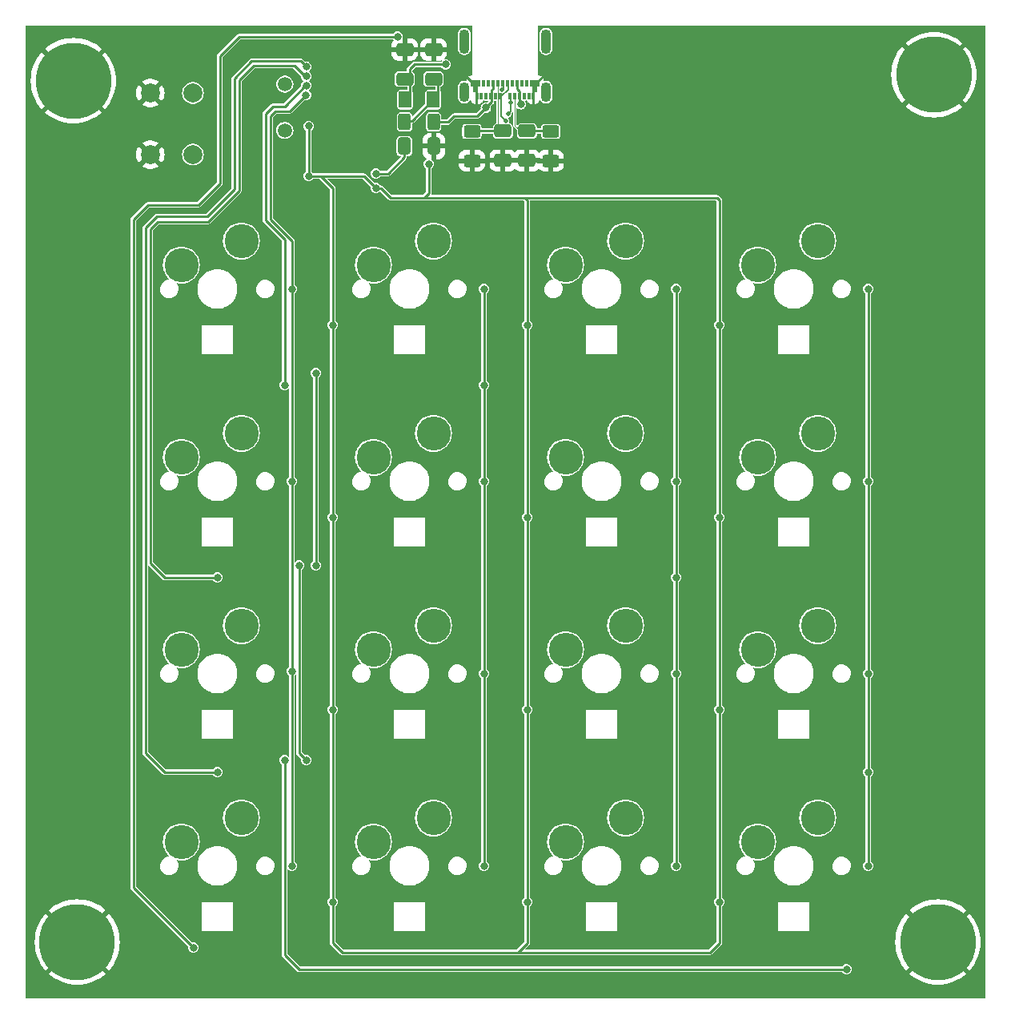
<source format=gtl>
%TF.GenerationSoftware,KiCad,Pcbnew,7.0.1*%
%TF.CreationDate,2023-05-22T14:58:09-04:00*%
%TF.ProjectId,MacroPad,4d616372-6f50-4616-942e-6b696361645f,rev?*%
%TF.SameCoordinates,Original*%
%TF.FileFunction,Copper,L1,Top*%
%TF.FilePolarity,Positive*%
%FSLAX46Y46*%
G04 Gerber Fmt 4.6, Leading zero omitted, Abs format (unit mm)*
G04 Created by KiCad (PCBNEW 7.0.1) date 2023-05-22 14:58:09*
%MOMM*%
%LPD*%
G01*
G04 APERTURE LIST*
G04 Aperture macros list*
%AMRoundRect*
0 Rectangle with rounded corners*
0 $1 Rounding radius*
0 $2 $3 $4 $5 $6 $7 $8 $9 X,Y pos of 4 corners*
0 Add a 4 corners polygon primitive as box body*
4,1,4,$2,$3,$4,$5,$6,$7,$8,$9,$2,$3,0*
0 Add four circle primitives for the rounded corners*
1,1,$1+$1,$2,$3*
1,1,$1+$1,$4,$5*
1,1,$1+$1,$6,$7*
1,1,$1+$1,$8,$9*
0 Add four rect primitives between the rounded corners*
20,1,$1+$1,$2,$3,$4,$5,0*
20,1,$1+$1,$4,$5,$6,$7,0*
20,1,$1+$1,$6,$7,$8,$9,0*
20,1,$1+$1,$8,$9,$2,$3,0*%
G04 Aperture macros list end*
%TA.AperFunction,ComponentPad*%
%ADD10C,3.600000*%
%TD*%
%TA.AperFunction,ComponentPad*%
%ADD11C,0.900000*%
%TD*%
%TA.AperFunction,ComponentPad*%
%ADD12C,8.000000*%
%TD*%
%TA.AperFunction,SMDPad,CuDef*%
%ADD13RoundRect,0.250000X0.650000X-0.412500X0.650000X0.412500X-0.650000X0.412500X-0.650000X-0.412500X0*%
%TD*%
%TA.AperFunction,SMDPad,CuDef*%
%ADD14RoundRect,0.250000X-0.625000X0.400000X-0.625000X-0.400000X0.625000X-0.400000X0.625000X0.400000X0*%
%TD*%
%TA.AperFunction,SMDPad,CuDef*%
%ADD15R,0.300000X0.700000*%
%TD*%
%TA.AperFunction,SMDPad,CuDef*%
%ADD16R,1.000000X0.700000*%
%TD*%
%TA.AperFunction,ComponentPad*%
%ADD17O,1.100000X2.100000*%
%TD*%
%TA.AperFunction,ComponentPad*%
%ADD18O,1.100000X2.600000*%
%TD*%
%TA.AperFunction,SMDPad,CuDef*%
%ADD19RoundRect,0.250001X0.462499X0.624999X-0.462499X0.624999X-0.462499X-0.624999X0.462499X-0.624999X0*%
%TD*%
%TA.AperFunction,SMDPad,CuDef*%
%ADD20RoundRect,0.250000X-0.650000X0.412500X-0.650000X-0.412500X0.650000X-0.412500X0.650000X0.412500X0*%
%TD*%
%TA.AperFunction,SMDPad,CuDef*%
%ADD21RoundRect,0.250000X0.412500X0.650000X-0.412500X0.650000X-0.412500X-0.650000X0.412500X-0.650000X0*%
%TD*%
%TA.AperFunction,SMDPad,CuDef*%
%ADD22RoundRect,0.250000X-0.400000X-0.625000X0.400000X-0.625000X0.400000X0.625000X-0.400000X0.625000X0*%
%TD*%
%TA.AperFunction,ComponentPad*%
%ADD23C,1.500000*%
%TD*%
%TA.AperFunction,ComponentPad*%
%ADD24C,2.000000*%
%TD*%
%TA.AperFunction,ViaPad*%
%ADD25C,0.800000*%
%TD*%
%TA.AperFunction,ViaPad*%
%ADD26C,0.500000*%
%TD*%
%TA.AperFunction,Conductor*%
%ADD27C,0.250000*%
%TD*%
%TA.AperFunction,Conductor*%
%ADD28C,0.050000*%
%TD*%
%TA.AperFunction,Conductor*%
%ADD29C,0.254000*%
%TD*%
%TA.AperFunction,Conductor*%
%ADD30C,0.200000*%
%TD*%
G04 APERTURE END LIST*
D10*
X110490000Y-71120000D03*
X116840000Y-68580000D03*
X130810000Y-71120000D03*
X137160000Y-68580000D03*
X157480000Y-68580000D03*
X151130000Y-71120000D03*
X151130000Y-91440000D03*
X157480000Y-88900000D03*
X130810000Y-91440000D03*
X137160000Y-88900000D03*
D11*
X167180000Y-142658680D03*
X168058680Y-140537360D03*
X168058680Y-144780000D03*
X170180000Y-139658680D03*
D12*
X170180000Y-142658680D03*
D11*
X170180000Y-145658680D03*
X172301320Y-140537360D03*
X172301320Y-144780000D03*
X173180000Y-142658680D03*
D13*
X113792000Y-51483500D03*
X113792000Y-48358500D03*
D10*
X151130000Y-132080000D03*
X157480000Y-129540000D03*
X90170000Y-71120000D03*
X96520000Y-68580000D03*
D14*
X129247500Y-57007000D03*
X129247500Y-60107000D03*
D10*
X90170000Y-132080000D03*
X96520000Y-129540000D03*
X151130000Y-111760000D03*
X157480000Y-109220000D03*
X130810000Y-111760000D03*
X137160000Y-109220000D03*
D11*
X75740000Y-51639000D03*
X76618680Y-49517680D03*
X76618680Y-53760320D03*
X78740000Y-48639000D03*
D12*
X78740000Y-51639000D03*
D11*
X78740000Y-54639000D03*
X80861320Y-49517680D03*
X80861320Y-53760320D03*
X81740000Y-51639000D03*
D10*
X110490000Y-132080000D03*
X116840000Y-129540000D03*
X110490000Y-91440000D03*
X116840000Y-88900000D03*
D15*
X127412000Y-53268000D03*
X126912000Y-53268000D03*
X126412000Y-53268000D03*
X125912000Y-53268000D03*
X125412000Y-53268000D03*
X124912000Y-53268000D03*
X123912000Y-53268000D03*
X123412000Y-53268000D03*
X122912000Y-53268000D03*
X122412000Y-53268000D03*
X121912000Y-53268000D03*
X121412000Y-53268000D03*
D16*
X121312000Y-51968000D03*
D15*
X122162000Y-51968000D03*
X122662000Y-51968000D03*
X123162000Y-51968000D03*
X123662000Y-51968000D03*
X124162000Y-51968000D03*
X124662000Y-51968000D03*
X125162000Y-51968000D03*
X125662000Y-51968000D03*
X126162000Y-51968000D03*
X126662000Y-51968000D03*
D16*
X127512000Y-51968000D03*
D17*
X128732000Y-52858000D03*
D18*
X128732000Y-47498000D03*
D17*
X120092000Y-52858000D03*
D18*
X120092000Y-47498000D03*
D10*
X90170000Y-111760000D03*
X96520000Y-109220000D03*
D19*
X116803000Y-53657500D03*
X113828000Y-53657500D03*
D10*
X130810000Y-132080000D03*
X137160000Y-129540000D03*
D20*
X126707500Y-56956000D03*
X126707500Y-60081000D03*
D14*
X120904000Y-57007000D03*
X120904000Y-60107000D03*
D10*
X90170000Y-91440000D03*
X96520000Y-88900000D03*
D13*
X116840000Y-51483500D03*
X116840000Y-48358500D03*
D21*
X116878500Y-58557000D03*
X113753500Y-58557000D03*
D20*
X124167500Y-56956000D03*
X124167500Y-60081000D03*
D22*
X113766000Y-56017000D03*
X116866000Y-56017000D03*
D10*
X110490000Y-111760000D03*
X116840000Y-109220000D03*
D11*
X76158680Y-142658680D03*
X77037360Y-140537360D03*
X77037360Y-144780000D03*
X79158680Y-139658680D03*
D12*
X79158680Y-142658680D03*
D11*
X79158680Y-145658680D03*
X81280000Y-140537360D03*
X81280000Y-144780000D03*
X82158680Y-142658680D03*
X166761320Y-51026320D03*
X167640000Y-48905000D03*
X167640000Y-53147640D03*
X169761320Y-48026320D03*
D12*
X169761320Y-51026320D03*
D11*
X169761320Y-54026320D03*
X171882640Y-48905000D03*
X171882640Y-53147640D03*
X172761320Y-51026320D03*
D23*
X101116000Y-52019000D03*
X101116000Y-56899000D03*
D24*
X86892000Y-52945000D03*
X86892000Y-59445000D03*
X91392000Y-52945000D03*
X91392000Y-59445000D03*
D25*
X126746000Y-138430000D03*
X147066000Y-97790000D03*
X118110000Y-49921000D03*
X106172000Y-138430000D03*
X106172000Y-118110000D03*
X110744000Y-62992000D03*
X103632000Y-61722000D03*
X147066000Y-138430000D03*
X103632000Y-56436500D03*
X147066000Y-118110000D03*
X126746000Y-77470000D03*
X147066000Y-77470000D03*
X126746000Y-97790000D03*
X106172000Y-77470000D03*
X116332000Y-60452000D03*
X126746000Y-118110000D03*
X106172000Y-97790000D03*
X122174000Y-138430000D03*
X93980000Y-83820000D03*
X97536000Y-63246000D03*
X142494000Y-138430000D03*
X118110000Y-60452000D03*
X102108000Y-138430000D03*
D26*
X124714000Y-55125500D03*
X124968000Y-53985000D03*
X124090724Y-52599724D03*
X124460000Y-55880000D03*
D25*
X126074489Y-54130144D03*
X122370000Y-54493000D03*
X113030000Y-46990000D03*
X91440000Y-143256000D03*
X160528000Y-145542000D03*
X101092000Y-123444000D03*
X102616000Y-102870000D03*
X103378000Y-123444000D03*
X104394000Y-82550000D03*
X104394000Y-102870000D03*
X101854000Y-134620000D03*
X101854000Y-73660000D03*
X103364000Y-53161000D03*
X101854000Y-114046000D03*
X101854000Y-93980000D03*
X122174000Y-114300000D03*
X122174000Y-93980000D03*
X122174000Y-83820000D03*
X122174000Y-134620000D03*
X122174000Y-73660000D03*
X103390241Y-52161842D03*
X101092000Y-83820000D03*
X142494000Y-93980000D03*
X93980000Y-104140000D03*
X103375913Y-51162442D03*
X142494000Y-114300000D03*
X142494000Y-134620000D03*
X142494000Y-104140000D03*
X142494000Y-73660000D03*
X162814000Y-124714000D03*
X93980000Y-124714000D03*
X162814000Y-114300000D03*
X162814000Y-134620000D03*
X162814000Y-73660000D03*
X162814000Y-93980000D03*
X103378309Y-50162942D03*
X110744000Y-61468000D03*
D27*
X109474000Y-61722000D02*
X104902000Y-61722000D01*
X110744000Y-62992000D02*
X111252000Y-62992000D01*
X111252000Y-62992000D02*
X112268000Y-64008000D01*
X110744000Y-62992000D02*
X109474000Y-61722000D01*
X112268000Y-64008000D02*
X115824000Y-64008000D01*
X110744000Y-61468000D02*
X112014000Y-61468000D01*
X112014000Y-61468000D02*
X113753500Y-59728500D01*
X113753500Y-59728500D02*
X113753500Y-58557000D01*
X127512000Y-51953000D02*
X127625000Y-51953000D01*
X127625000Y-51953000D02*
X128778000Y-50800000D01*
X120142000Y-51054000D02*
X121041000Y-51953000D01*
X121041000Y-51953000D02*
X121312000Y-51953000D01*
X126074489Y-54130144D02*
X125960000Y-54015655D01*
X125960000Y-54015655D02*
X125960000Y-53253000D01*
X146812000Y-64008000D02*
X126492000Y-64008000D01*
X115824000Y-64008000D02*
X116332000Y-63500000D01*
X126746000Y-138430000D02*
X126746000Y-118110000D01*
X106172000Y-118110000D02*
X106172000Y-97790000D01*
X114336000Y-53657500D02*
X114336000Y-51519500D01*
X126746000Y-142748000D02*
X125730000Y-143764000D01*
X103632000Y-56436500D02*
X103632000Y-61722000D01*
X116332000Y-63500000D02*
X116332000Y-60452000D01*
X126746000Y-64262000D02*
X126492000Y-64008000D01*
X103632000Y-61722000D02*
X104902000Y-61722000D01*
X126492000Y-64008000D02*
X115824000Y-64008000D01*
X147066000Y-64262000D02*
X146812000Y-64008000D01*
X106172000Y-62992000D02*
X104902000Y-61722000D01*
X107188000Y-143764000D02*
X125730000Y-143764000D01*
X147066000Y-77470000D02*
X147066000Y-64262000D01*
X114300000Y-50429000D02*
X114808000Y-49921000D01*
X114336000Y-51519500D02*
X114300000Y-51483500D01*
X126746000Y-138430000D02*
X126746000Y-142748000D01*
X106172000Y-97790000D02*
X106172000Y-77470000D01*
X147066000Y-142748000D02*
X147066000Y-138430000D01*
X147066000Y-138430000D02*
X147066000Y-118110000D01*
X147066000Y-97790000D02*
X147066000Y-77470000D01*
X106172000Y-77470000D02*
X106172000Y-62992000D01*
X126746000Y-97790000D02*
X126746000Y-77470000D01*
X126746000Y-77470000D02*
X126746000Y-64262000D01*
X126746000Y-118110000D02*
X126746000Y-97790000D01*
X147066000Y-118110000D02*
X147066000Y-97790000D01*
X114300000Y-50429000D02*
X114300000Y-51483500D01*
X125730000Y-143764000D02*
X146050000Y-143764000D01*
X106172000Y-138430000D02*
X106172000Y-118110000D01*
X106172000Y-138430000D02*
X106172000Y-142748000D01*
X106172000Y-142748000D02*
X107188000Y-143764000D01*
X114808000Y-49921000D02*
X118110000Y-49921000D01*
X146050000Y-143764000D02*
X147066000Y-142748000D01*
D28*
X123662000Y-51953000D02*
X123662000Y-56738000D01*
D29*
X124167500Y-56956000D02*
X120955000Y-56956000D01*
X120955000Y-56956000D02*
X120904000Y-57007000D01*
D28*
X123662000Y-56738000D02*
X123444000Y-56956000D01*
X125460000Y-53253000D02*
X125460000Y-56432000D01*
X125984000Y-56956000D02*
X128473000Y-56956000D01*
D29*
X129196500Y-56956000D02*
X129247500Y-57007000D01*
D28*
X128473000Y-56956000D02*
X128524000Y-57007000D01*
X125460000Y-56432000D02*
X125984000Y-56956000D01*
D29*
X126707500Y-56956000D02*
X129196500Y-56956000D01*
D30*
X124210000Y-52480448D02*
X124210000Y-51953000D01*
X124968000Y-54871500D02*
X124714000Y-55125500D01*
X124968000Y-53985000D02*
X124968000Y-54871500D01*
X124968000Y-53261000D02*
X124960000Y-53253000D01*
X124968000Y-53985000D02*
X124968000Y-53261000D01*
X124090724Y-52599724D02*
X124210000Y-52480448D01*
X124004500Y-55424500D02*
X124004500Y-53297500D01*
X124460000Y-55880000D02*
X124004500Y-55424500D01*
X124710000Y-52592000D02*
X124710000Y-51953000D01*
X124004500Y-53297500D02*
X124710000Y-52592000D01*
D27*
X114554000Y-55880000D02*
X113903000Y-55880000D01*
X116803000Y-53657500D02*
X116776500Y-53657500D01*
X113903000Y-55880000D02*
X113766000Y-56017000D01*
X117311000Y-53657500D02*
X117311000Y-51520500D01*
X116776500Y-53657500D02*
X114554000Y-55880000D01*
X122960000Y-53903000D02*
X122370000Y-54493000D01*
X121491000Y-55372000D02*
X122370000Y-54493000D01*
D29*
X125912000Y-52760000D02*
X125912000Y-53253000D01*
D27*
X122960000Y-53253000D02*
X122960000Y-52686000D01*
X122960000Y-52686000D02*
X123185000Y-52461000D01*
X119009000Y-55372000D02*
X121491000Y-55372000D01*
X122960000Y-53253000D02*
X122960000Y-53903000D01*
X117374000Y-56017000D02*
X118364000Y-56017000D01*
D29*
X125662000Y-51953000D02*
X125662000Y-52510000D01*
X125662000Y-52510000D02*
X125912000Y-52760000D01*
D27*
X118364000Y-56017000D02*
X119009000Y-55372000D01*
X123185000Y-51978000D02*
X123185000Y-52461000D01*
X91440000Y-143256000D02*
X85090000Y-136906000D01*
X85090000Y-66294000D02*
X85090000Y-136652000D01*
X96266000Y-46990000D02*
X94234000Y-49022000D01*
X94234000Y-49022000D02*
X94234000Y-62484000D01*
X86614000Y-64770000D02*
X85090000Y-66294000D01*
X113030000Y-46990000D02*
X96266000Y-46990000D01*
X94234000Y-62484000D02*
X91948000Y-64770000D01*
X91948000Y-64770000D02*
X86614000Y-64770000D01*
X85090000Y-136906000D02*
X85090000Y-136652000D01*
X101092000Y-123444000D02*
X101092000Y-144018000D01*
X102616000Y-145542000D02*
X160528000Y-145542000D01*
X101092000Y-144018000D02*
X102616000Y-145542000D01*
X102616000Y-122682000D02*
X102616000Y-102870000D01*
X103378000Y-123444000D02*
X102616000Y-122682000D01*
X104394000Y-102870000D02*
X104394000Y-82550000D01*
X101854000Y-114046000D02*
X101854000Y-93980000D01*
X100076000Y-54864000D02*
X99568000Y-55372000D01*
X99568000Y-55372000D02*
X99568000Y-66294000D01*
X101854000Y-134620000D02*
X101854000Y-114046000D01*
X101854000Y-73660000D02*
X101854000Y-93980000D01*
X99568000Y-66294000D02*
X101854000Y-68580000D01*
X103364000Y-53161000D02*
X103303000Y-53161000D01*
X103303000Y-53161000D02*
X101600000Y-54864000D01*
X101600000Y-54864000D02*
X100076000Y-54864000D01*
X101854000Y-68580000D02*
X101854000Y-73660000D01*
X99060000Y-55118000D02*
X99060000Y-66422396D01*
X122174000Y-73660000D02*
X122174000Y-83820000D01*
X103390241Y-52161842D02*
X103286158Y-52161842D01*
X101092000Y-54356000D02*
X99822000Y-54356000D01*
X122174000Y-83820000D02*
X122174000Y-93980000D01*
X101092000Y-68454396D02*
X101092000Y-83820000D01*
X122174000Y-114300000D02*
X122174000Y-134620000D01*
X99822000Y-54356000D02*
X99060000Y-55118000D01*
X103286158Y-52161842D02*
X101092000Y-54356000D01*
X99060000Y-66422396D02*
X101092000Y-68454396D01*
X122174000Y-93980000D02*
X122174000Y-114300000D01*
X142494000Y-114300000D02*
X142494000Y-134620000D01*
X87630000Y-66548000D02*
X92964000Y-66548000D01*
X92964000Y-66548000D02*
X96266000Y-63246000D01*
X86868000Y-102616000D02*
X86868000Y-67310000D01*
X142494000Y-93980000D02*
X142494000Y-73660000D01*
X88392000Y-104140000D02*
X86868000Y-102616000D01*
X97790000Y-50038000D02*
X102108000Y-50038000D01*
X86868000Y-67310000D02*
X87630000Y-66548000D01*
X142494000Y-104140000D02*
X142494000Y-114300000D01*
X96266000Y-63246000D02*
X96266000Y-51562000D01*
X103232442Y-51162442D02*
X103375913Y-51162442D01*
X102108000Y-50038000D02*
X103232442Y-51162442D01*
X93980000Y-104140000D02*
X88392000Y-104140000D01*
X142494000Y-93980000D02*
X142494000Y-104140000D01*
X96266000Y-51562000D02*
X97790000Y-50038000D01*
X162814000Y-114300000D02*
X162814000Y-124714000D01*
X86360000Y-122682000D02*
X88392000Y-124714000D01*
X95758000Y-51433604D02*
X95758000Y-58420000D01*
X86360000Y-68326000D02*
X86360000Y-122682000D01*
X95758000Y-58420000D02*
X95758000Y-63117604D01*
X87565802Y-65975802D02*
X86360000Y-67181604D01*
X88392000Y-124714000D02*
X93980000Y-124714000D01*
X103378309Y-50162942D02*
X102803367Y-49588000D01*
X162814000Y-114300000D02*
X162814000Y-93980000D01*
X86360000Y-67181604D02*
X86360000Y-68326000D01*
X97603604Y-49588000D02*
X95758000Y-51433604D01*
X92899802Y-65975802D02*
X87565802Y-65975802D01*
X162814000Y-93980000D02*
X162814000Y-73660000D01*
X102803367Y-49588000D02*
X97603604Y-49588000D01*
X162814000Y-124714000D02*
X162814000Y-134620000D01*
X95758000Y-63117604D02*
X92899802Y-65975802D01*
%TA.AperFunction,Conductor*%
G36*
X146706744Y-64292360D02*
G01*
X146781640Y-64367256D01*
X146790500Y-64388646D01*
X146790500Y-76972590D01*
X146787380Y-76985969D01*
X146778665Y-76996589D01*
X146673378Y-77077378D01*
X146585138Y-77192376D01*
X146529670Y-77326289D01*
X146510749Y-77469999D01*
X146529670Y-77613709D01*
X146585139Y-77747625D01*
X146615879Y-77787687D01*
X146673378Y-77862621D01*
X146778665Y-77943411D01*
X146787380Y-77954031D01*
X146790500Y-77967410D01*
X146790500Y-97292590D01*
X146787380Y-97305969D01*
X146778665Y-97316589D01*
X146673378Y-97397378D01*
X146585138Y-97512376D01*
X146529670Y-97646289D01*
X146510749Y-97790000D01*
X146529670Y-97933709D01*
X146585139Y-98067625D01*
X146615880Y-98107687D01*
X146673378Y-98182621D01*
X146778665Y-98263411D01*
X146787380Y-98274031D01*
X146790500Y-98287410D01*
X146790500Y-117612590D01*
X146787380Y-117625969D01*
X146778665Y-117636589D01*
X146673378Y-117717378D01*
X146585138Y-117832376D01*
X146529670Y-117966289D01*
X146510749Y-118110000D01*
X146529670Y-118253709D01*
X146585139Y-118387625D01*
X146615879Y-118427687D01*
X146673378Y-118502621D01*
X146778665Y-118583411D01*
X146787380Y-118594031D01*
X146790500Y-118607410D01*
X146790500Y-137932590D01*
X146787380Y-137945969D01*
X146778665Y-137956589D01*
X146673378Y-138037378D01*
X146585138Y-138152376D01*
X146529670Y-138286289D01*
X146510749Y-138430000D01*
X146529670Y-138573709D01*
X146585139Y-138707625D01*
X146615879Y-138747687D01*
X146673378Y-138822621D01*
X146778665Y-138903411D01*
X146787380Y-138914031D01*
X146790500Y-138927410D01*
X146790500Y-142621354D01*
X146781640Y-142642744D01*
X145944744Y-143479640D01*
X145923354Y-143488500D01*
X126468146Y-143488500D01*
X126446756Y-143479640D01*
X126437896Y-143458250D01*
X126446756Y-143436860D01*
X126488829Y-143394786D01*
X126919522Y-142964092D01*
X126924091Y-142960342D01*
X126944624Y-142946624D01*
X127005515Y-142855495D01*
X127021500Y-142775133D01*
X127021500Y-142775132D01*
X127026897Y-142748000D01*
X127022080Y-142723788D01*
X127021500Y-142717887D01*
X127021500Y-138927410D01*
X127024620Y-138914031D01*
X127033335Y-138903411D01*
X127138621Y-138822621D01*
X127138620Y-138822621D01*
X127226861Y-138707625D01*
X127282330Y-138573709D01*
X127301250Y-138430000D01*
X132968458Y-138430000D01*
X132968462Y-138435929D01*
X132968500Y-138436115D01*
X132968500Y-141471885D01*
X132968459Y-141472091D01*
X132968459Y-141477999D01*
X132968500Y-141478098D01*
X132968521Y-141478149D01*
X132968617Y-141478382D01*
X132968617Y-141478383D01*
X132969000Y-141478541D01*
X132974929Y-141478537D01*
X132975115Y-141478500D01*
X136264885Y-141478500D01*
X136265070Y-141478537D01*
X136270999Y-141478541D01*
X136270999Y-141478540D01*
X136271000Y-141478541D01*
X136271383Y-141478383D01*
X136271500Y-141478099D01*
X136271541Y-141478000D01*
X136271541Y-141477999D01*
X136271541Y-141472091D01*
X136271500Y-141471885D01*
X136271500Y-138436115D01*
X136271537Y-138435929D01*
X136271541Y-138430000D01*
X136271383Y-138429617D01*
X136271382Y-138429616D01*
X136271099Y-138429500D01*
X136271000Y-138429459D01*
X136265091Y-138429459D01*
X136264885Y-138429500D01*
X132975115Y-138429500D01*
X132974909Y-138429459D01*
X132969000Y-138429459D01*
X132968901Y-138429500D01*
X132968617Y-138429617D01*
X132968616Y-138429617D01*
X132968458Y-138430000D01*
X127301250Y-138430000D01*
X127282330Y-138286291D01*
X127226861Y-138152375D01*
X127182741Y-138094877D01*
X127138621Y-138037378D01*
X127033335Y-137956589D01*
X127024620Y-137945969D01*
X127021500Y-137932590D01*
X127021500Y-134669662D01*
X128560727Y-134669662D01*
X128590770Y-134865772D01*
X128659675Y-135051822D01*
X128764619Y-135220188D01*
X128901307Y-135363985D01*
X128982727Y-135420655D01*
X129064146Y-135477324D01*
X129064147Y-135477324D01*
X129064148Y-135477325D01*
X129246462Y-135555562D01*
X129246463Y-135555562D01*
X129246465Y-135555563D01*
X129440801Y-135595500D01*
X129589471Y-135595500D01*
X129589473Y-135595500D01*
X129737379Y-135580459D01*
X129926678Y-135521067D01*
X130100146Y-135424784D01*
X130250682Y-135295553D01*
X130372122Y-135138666D01*
X130459495Y-134960544D01*
X130509224Y-134768480D01*
X130509467Y-134763680D01*
X132519500Y-134763680D01*
X132558629Y-135048358D01*
X132573339Y-135100861D01*
X132636156Y-135325058D01*
X132750639Y-135588625D01*
X132750641Y-135588629D01*
X132750642Y-135588630D01*
X132899945Y-135834147D01*
X133081289Y-136057050D01*
X133081291Y-136057052D01*
X133081292Y-136057053D01*
X133291302Y-136253189D01*
X133526064Y-136418901D01*
X133781203Y-136551104D01*
X134051968Y-136647334D01*
X134333314Y-136705798D01*
X134360180Y-136707635D01*
X134548241Y-136720500D01*
X134548248Y-136720500D01*
X134691752Y-136720500D01*
X134691759Y-136720500D01*
X134858922Y-136709065D01*
X134906686Y-136705798D01*
X135188032Y-136647334D01*
X135458797Y-136551104D01*
X135713936Y-136418901D01*
X135948698Y-136253189D01*
X136158708Y-136057053D01*
X136340055Y-135834147D01*
X136489361Y-135588625D01*
X136603844Y-135325058D01*
X136681371Y-135048358D01*
X136720500Y-134763678D01*
X136720500Y-134669662D01*
X138720727Y-134669662D01*
X138750770Y-134865772D01*
X138819675Y-135051822D01*
X138924619Y-135220188D01*
X139061307Y-135363985D01*
X139142727Y-135420655D01*
X139224146Y-135477324D01*
X139224147Y-135477324D01*
X139224148Y-135477325D01*
X139406462Y-135555562D01*
X139406463Y-135555562D01*
X139406465Y-135555563D01*
X139600801Y-135595500D01*
X139749471Y-135595500D01*
X139749473Y-135595500D01*
X139897379Y-135580459D01*
X140086678Y-135521067D01*
X140260146Y-135424784D01*
X140410682Y-135295553D01*
X140532122Y-135138666D01*
X140619495Y-134960544D01*
X140669224Y-134768480D01*
X140676754Y-134619999D01*
X141938749Y-134619999D01*
X141957670Y-134763710D01*
X142007500Y-134884011D01*
X142013139Y-134897625D01*
X142043880Y-134937687D01*
X142101378Y-135012621D01*
X142147952Y-135048358D01*
X142216375Y-135100861D01*
X142350291Y-135156330D01*
X142494000Y-135175250D01*
X142637709Y-135156330D01*
X142771625Y-135100861D01*
X142886621Y-135012621D01*
X142974861Y-134897625D01*
X143030330Y-134763709D01*
X143049250Y-134620000D01*
X143030330Y-134476291D01*
X142974861Y-134342375D01*
X142925641Y-134278230D01*
X142886621Y-134227378D01*
X142781335Y-134146589D01*
X142772620Y-134135969D01*
X142769500Y-134122590D01*
X142769500Y-114797410D01*
X142772620Y-114784031D01*
X142781335Y-114773411D01*
X142886621Y-114692621D01*
X142926584Y-114640540D01*
X142974861Y-114577625D01*
X143030330Y-114443709D01*
X143049250Y-114300000D01*
X143030330Y-114156291D01*
X142974861Y-114022375D01*
X142926581Y-113959456D01*
X142886621Y-113907378D01*
X142781335Y-113826589D01*
X142772620Y-113815969D01*
X142769500Y-113802590D01*
X142769500Y-104637410D01*
X142772620Y-104624031D01*
X142781335Y-104613411D01*
X142886621Y-104532621D01*
X142886621Y-104532620D01*
X142974861Y-104417625D01*
X143030330Y-104283709D01*
X143049250Y-104140000D01*
X143030330Y-103996291D01*
X142974861Y-103862375D01*
X142930741Y-103804877D01*
X142886621Y-103747378D01*
X142781335Y-103666589D01*
X142772620Y-103655969D01*
X142769500Y-103642590D01*
X142769500Y-94477410D01*
X142772620Y-94464031D01*
X142781335Y-94453411D01*
X142886621Y-94372621D01*
X142926584Y-94320540D01*
X142974861Y-94257625D01*
X143030330Y-94123709D01*
X143049250Y-93980000D01*
X143030330Y-93836291D01*
X142974861Y-93702375D01*
X142926581Y-93639456D01*
X142886621Y-93587378D01*
X142781335Y-93506589D01*
X142772620Y-93495969D01*
X142769500Y-93482590D01*
X142769500Y-74157410D01*
X142772620Y-74144031D01*
X142781335Y-74133411D01*
X142886621Y-74052621D01*
X142912120Y-74019390D01*
X142974861Y-73937625D01*
X143030330Y-73803709D01*
X143049250Y-73660000D01*
X143030330Y-73516291D01*
X142974861Y-73382375D01*
X142925641Y-73318230D01*
X142886621Y-73267378D01*
X142811687Y-73209880D01*
X142771625Y-73179139D01*
X142771623Y-73179138D01*
X142637710Y-73123670D01*
X142494000Y-73104749D01*
X142350289Y-73123670D01*
X142216376Y-73179138D01*
X142101378Y-73267378D01*
X142013138Y-73382376D01*
X141957670Y-73516289D01*
X141938749Y-73660000D01*
X141957670Y-73803710D01*
X142007500Y-73924011D01*
X142013139Y-73937625D01*
X142043880Y-73977687D01*
X142101378Y-74052621D01*
X142206665Y-74133411D01*
X142215380Y-74144031D01*
X142218500Y-74157410D01*
X142218500Y-93482590D01*
X142215380Y-93495969D01*
X142206665Y-93506589D01*
X142101378Y-93587378D01*
X142013138Y-93702376D01*
X141957670Y-93836289D01*
X141938749Y-93979999D01*
X141957670Y-94123710D01*
X142013138Y-94257623D01*
X142013139Y-94257625D01*
X142043879Y-94297687D01*
X142101378Y-94372621D01*
X142206665Y-94453411D01*
X142215380Y-94464031D01*
X142218500Y-94477410D01*
X142218500Y-103642590D01*
X142215380Y-103655969D01*
X142206665Y-103666589D01*
X142101378Y-103747378D01*
X142013138Y-103862376D01*
X141957670Y-103996289D01*
X141938749Y-104139999D01*
X141957670Y-104283710D01*
X142012259Y-104415500D01*
X142013139Y-104417625D01*
X142015649Y-104420896D01*
X142101378Y-104532621D01*
X142206665Y-104613411D01*
X142215380Y-104624031D01*
X142218500Y-104637410D01*
X142218500Y-113802590D01*
X142215380Y-113815969D01*
X142206665Y-113826589D01*
X142101378Y-113907378D01*
X142013138Y-114022376D01*
X141957670Y-114156289D01*
X141938749Y-114300000D01*
X141957670Y-114443710D01*
X142013138Y-114577623D01*
X142013139Y-114577625D01*
X142043880Y-114617687D01*
X142101378Y-114692621D01*
X142206665Y-114773411D01*
X142215380Y-114784031D01*
X142218500Y-114797410D01*
X142218500Y-134122590D01*
X142215380Y-134135969D01*
X142206665Y-134146589D01*
X142101378Y-134227378D01*
X142013138Y-134342376D01*
X141957670Y-134476289D01*
X141938749Y-134619999D01*
X140676754Y-134619999D01*
X140679272Y-134570337D01*
X140649230Y-134374227D01*
X140580325Y-134188180D01*
X140580324Y-134188177D01*
X140475380Y-134019811D01*
X140338692Y-133876014D01*
X140175851Y-133762674D01*
X139993537Y-133684437D01*
X139832624Y-133651369D01*
X139799199Y-133644500D01*
X139650527Y-133644500D01*
X139625530Y-133647041D01*
X139502621Y-133659540D01*
X139313319Y-133718933D01*
X139139853Y-133815216D01*
X138989318Y-133944445D01*
X138867879Y-134101331D01*
X138780503Y-134279459D01*
X138730776Y-134471519D01*
X138720727Y-134669662D01*
X136720500Y-134669662D01*
X136720500Y-134476322D01*
X136720495Y-134476289D01*
X136694829Y-134289557D01*
X136681371Y-134191642D01*
X136603844Y-133914942D01*
X136489361Y-133651375D01*
X136340055Y-133405853D01*
X136158708Y-133182947D01*
X135948698Y-132986811D01*
X135814858Y-132892337D01*
X135713938Y-132821100D01*
X135705846Y-132816907D01*
X135458797Y-132688896D01*
X135295677Y-132630923D01*
X135188033Y-132592666D01*
X134906684Y-132534201D01*
X134691759Y-132519500D01*
X134691752Y-132519500D01*
X134548248Y-132519500D01*
X134548241Y-132519500D01*
X134333315Y-132534201D01*
X134051966Y-132592666D01*
X133781208Y-132688894D01*
X133781206Y-132688894D01*
X133781203Y-132688896D01*
X133649588Y-132757093D01*
X133526061Y-132821100D01*
X133291302Y-132986810D01*
X133081289Y-133182949D01*
X132899945Y-133405852D01*
X132750642Y-133651369D01*
X132750640Y-133651372D01*
X132750639Y-133651375D01*
X132653065Y-133876014D01*
X132636154Y-133914947D01*
X132558629Y-134191641D01*
X132519500Y-134476320D01*
X132519500Y-134763680D01*
X130509467Y-134763680D01*
X130519272Y-134570337D01*
X130489230Y-134374227D01*
X130420325Y-134188180D01*
X130420324Y-134188177D01*
X130316282Y-134021258D01*
X130312455Y-133998555D01*
X130325716Y-133979734D01*
X130348382Y-133975698D01*
X130531706Y-134015578D01*
X130810000Y-134035482D01*
X131088294Y-134015578D01*
X131360923Y-133956271D01*
X131622337Y-133858769D01*
X131867213Y-133725056D01*
X132090568Y-133557855D01*
X132287855Y-133360568D01*
X132455056Y-133137213D01*
X132588769Y-132892337D01*
X132686271Y-132630923D01*
X132745578Y-132358294D01*
X132765482Y-132080000D01*
X132745578Y-131801706D01*
X132686271Y-131529077D01*
X132588769Y-131267663D01*
X132455056Y-131022787D01*
X132455054Y-131022784D01*
X132287857Y-130799434D01*
X132090565Y-130602142D01*
X131867215Y-130434945D01*
X131622337Y-130301231D01*
X131360923Y-130203729D01*
X131088292Y-130144421D01*
X130810000Y-130124518D01*
X130531707Y-130144421D01*
X130259076Y-130203729D01*
X129997662Y-130301231D01*
X129752784Y-130434945D01*
X129529434Y-130602142D01*
X129332142Y-130799434D01*
X129164945Y-131022784D01*
X129031231Y-131267662D01*
X128933729Y-131529076D01*
X128874421Y-131801707D01*
X128854518Y-132080000D01*
X128874421Y-132358292D01*
X128933729Y-132630923D01*
X129031231Y-132892337D01*
X129164945Y-133137215D01*
X129332142Y-133360565D01*
X129529434Y-133557857D01*
X129572418Y-133590034D01*
X129583158Y-133605211D01*
X129582992Y-133623803D01*
X129571983Y-133638786D01*
X129554290Y-133644500D01*
X129490527Y-133644500D01*
X129465530Y-133647041D01*
X129342621Y-133659540D01*
X129153319Y-133718933D01*
X128979853Y-133815216D01*
X128829318Y-133944445D01*
X128707879Y-134101331D01*
X128620503Y-134279459D01*
X128570776Y-134471519D01*
X128560727Y-134669662D01*
X127021500Y-134669662D01*
X127021500Y-129540000D01*
X135204518Y-129540000D01*
X135224421Y-129818292D01*
X135283729Y-130090923D01*
X135381231Y-130352337D01*
X135514945Y-130597215D01*
X135682142Y-130820565D01*
X135879434Y-131017857D01*
X135886016Y-131022784D01*
X136102787Y-131185056D01*
X136347663Y-131318769D01*
X136609077Y-131416271D01*
X136881706Y-131475578D01*
X137160000Y-131495482D01*
X137438294Y-131475578D01*
X137710923Y-131416271D01*
X137972337Y-131318769D01*
X138217213Y-131185056D01*
X138440568Y-131017855D01*
X138637855Y-130820568D01*
X138805056Y-130597213D01*
X138938769Y-130352337D01*
X139036271Y-130090923D01*
X139095578Y-129818294D01*
X139115482Y-129540000D01*
X139095578Y-129261706D01*
X139036271Y-128989077D01*
X138938769Y-128727663D01*
X138805056Y-128482787D01*
X138805054Y-128482784D01*
X138637857Y-128259434D01*
X138440565Y-128062142D01*
X138217215Y-127894945D01*
X137972337Y-127761231D01*
X137710923Y-127663729D01*
X137438292Y-127604421D01*
X137160000Y-127584518D01*
X136881707Y-127604421D01*
X136609076Y-127663729D01*
X136347662Y-127761231D01*
X136102784Y-127894945D01*
X135879434Y-128062142D01*
X135682142Y-128259434D01*
X135514945Y-128482784D01*
X135381231Y-128727662D01*
X135283729Y-128989076D01*
X135224421Y-129261707D01*
X135204518Y-129540000D01*
X127021500Y-129540000D01*
X127021500Y-118607410D01*
X127024620Y-118594031D01*
X127033335Y-118583411D01*
X127138621Y-118502621D01*
X127138621Y-118502620D01*
X127226861Y-118387625D01*
X127282330Y-118253709D01*
X127301250Y-118110000D01*
X132968458Y-118110000D01*
X132968462Y-118115929D01*
X132968500Y-118116115D01*
X132968500Y-121151885D01*
X132968459Y-121152091D01*
X132968459Y-121157999D01*
X132968500Y-121158098D01*
X132968521Y-121158149D01*
X132968617Y-121158382D01*
X132968617Y-121158383D01*
X132969000Y-121158541D01*
X132974929Y-121158537D01*
X132975115Y-121158500D01*
X136264885Y-121158500D01*
X136265070Y-121158537D01*
X136270999Y-121158541D01*
X136270999Y-121158540D01*
X136271000Y-121158541D01*
X136271383Y-121158383D01*
X136271500Y-121158099D01*
X136271541Y-121158000D01*
X136271541Y-121157999D01*
X136271541Y-121152091D01*
X136271500Y-121151885D01*
X136271500Y-118116115D01*
X136271537Y-118115929D01*
X136271541Y-118110000D01*
X136271383Y-118109617D01*
X136271099Y-118109500D01*
X136271000Y-118109459D01*
X136265091Y-118109459D01*
X136264885Y-118109500D01*
X132975115Y-118109500D01*
X132974909Y-118109459D01*
X132969000Y-118109459D01*
X132968901Y-118109500D01*
X132968617Y-118109617D01*
X132968616Y-118109617D01*
X132968458Y-118110000D01*
X127301250Y-118110000D01*
X127282330Y-117966291D01*
X127226861Y-117832375D01*
X127182741Y-117774877D01*
X127138621Y-117717378D01*
X127033335Y-117636589D01*
X127024620Y-117625969D01*
X127021500Y-117612590D01*
X127021500Y-114349662D01*
X128560727Y-114349662D01*
X128586167Y-114515730D01*
X128588358Y-114530031D01*
X128590770Y-114545772D01*
X128659675Y-114731822D01*
X128764619Y-114900188D01*
X128901307Y-115043985D01*
X128982727Y-115100655D01*
X129064146Y-115157324D01*
X129064147Y-115157324D01*
X129064148Y-115157325D01*
X129246462Y-115235562D01*
X129246463Y-115235562D01*
X129246465Y-115235563D01*
X129440801Y-115275500D01*
X129589471Y-115275500D01*
X129589473Y-115275500D01*
X129737379Y-115260459D01*
X129926678Y-115201067D01*
X130100146Y-115104784D01*
X130250682Y-114975553D01*
X130372122Y-114818666D01*
X130459495Y-114640544D01*
X130509224Y-114448480D01*
X130509467Y-114443680D01*
X132519500Y-114443680D01*
X132558629Y-114728358D01*
X132573339Y-114780861D01*
X132636156Y-115005058D01*
X132750639Y-115268625D01*
X132750641Y-115268629D01*
X132750642Y-115268630D01*
X132899945Y-115514147D01*
X133081289Y-115737050D01*
X133081291Y-115737052D01*
X133081292Y-115737053D01*
X133291302Y-115933189D01*
X133526064Y-116098901D01*
X133781203Y-116231104D01*
X134051968Y-116327334D01*
X134333314Y-116385798D01*
X134360180Y-116387635D01*
X134548241Y-116400500D01*
X134548248Y-116400500D01*
X134691752Y-116400500D01*
X134691759Y-116400500D01*
X134858922Y-116389065D01*
X134906686Y-116385798D01*
X135188032Y-116327334D01*
X135458797Y-116231104D01*
X135713936Y-116098901D01*
X135948698Y-115933189D01*
X136158708Y-115737053D01*
X136340055Y-115514147D01*
X136489361Y-115268625D01*
X136603844Y-115005058D01*
X136681371Y-114728358D01*
X136720500Y-114443678D01*
X136720500Y-114349662D01*
X138720727Y-114349662D01*
X138746167Y-114515730D01*
X138748358Y-114530031D01*
X138750770Y-114545772D01*
X138819675Y-114731822D01*
X138924619Y-114900188D01*
X139061307Y-115043985D01*
X139142727Y-115100655D01*
X139224146Y-115157324D01*
X139224147Y-115157324D01*
X139224148Y-115157325D01*
X139406462Y-115235562D01*
X139406463Y-115235562D01*
X139406465Y-115235563D01*
X139600801Y-115275500D01*
X139749471Y-115275500D01*
X139749473Y-115275500D01*
X139897379Y-115260459D01*
X140086678Y-115201067D01*
X140260146Y-115104784D01*
X140410682Y-114975553D01*
X140532122Y-114818666D01*
X140619495Y-114640544D01*
X140669224Y-114448480D01*
X140679272Y-114250337D01*
X140649230Y-114054227D01*
X140580325Y-113868180D01*
X140580324Y-113868177D01*
X140475380Y-113699811D01*
X140338692Y-113556014D01*
X140175851Y-113442674D01*
X139993537Y-113364437D01*
X139832624Y-113331369D01*
X139799199Y-113324500D01*
X139650527Y-113324500D01*
X139625530Y-113327041D01*
X139502621Y-113339540D01*
X139313319Y-113398933D01*
X139139853Y-113495216D01*
X138989318Y-113624445D01*
X138867879Y-113781331D01*
X138780503Y-113959459D01*
X138730776Y-114151519D01*
X138720727Y-114349662D01*
X136720500Y-114349662D01*
X136720500Y-114156322D01*
X136720495Y-114156289D01*
X136693441Y-113959459D01*
X136681371Y-113871642D01*
X136603844Y-113594942D01*
X136489361Y-113331375D01*
X136340055Y-113085853D01*
X136158708Y-112862947D01*
X135948698Y-112666811D01*
X135814858Y-112572337D01*
X135713938Y-112501100D01*
X135705846Y-112496907D01*
X135458797Y-112368896D01*
X135295677Y-112310923D01*
X135188033Y-112272666D01*
X134906684Y-112214201D01*
X134691759Y-112199500D01*
X134691752Y-112199500D01*
X134548248Y-112199500D01*
X134548241Y-112199500D01*
X134333315Y-112214201D01*
X134051966Y-112272666D01*
X133781208Y-112368894D01*
X133781206Y-112368894D01*
X133781203Y-112368896D01*
X133649588Y-112437093D01*
X133526061Y-112501100D01*
X133291302Y-112666810D01*
X133081289Y-112862949D01*
X132899945Y-113085852D01*
X132750642Y-113331369D01*
X132750640Y-113331372D01*
X132750639Y-113331375D01*
X132649101Y-113565139D01*
X132636154Y-113594947D01*
X132558629Y-113871641D01*
X132519500Y-114156320D01*
X132519500Y-114443680D01*
X130509467Y-114443680D01*
X130519272Y-114250337D01*
X130489230Y-114054227D01*
X130420325Y-113868180D01*
X130420324Y-113868177D01*
X130316282Y-113701258D01*
X130312455Y-113678555D01*
X130325716Y-113659734D01*
X130348382Y-113655698D01*
X130531706Y-113695578D01*
X130810000Y-113715482D01*
X131088294Y-113695578D01*
X131360923Y-113636271D01*
X131622337Y-113538769D01*
X131867213Y-113405056D01*
X132090568Y-113237855D01*
X132287855Y-113040568D01*
X132455056Y-112817213D01*
X132588769Y-112572337D01*
X132686271Y-112310923D01*
X132745578Y-112038294D01*
X132765482Y-111760000D01*
X132745578Y-111481706D01*
X132686271Y-111209077D01*
X132588769Y-110947663D01*
X132455056Y-110702787D01*
X132455054Y-110702784D01*
X132287857Y-110479434D01*
X132090565Y-110282142D01*
X131867215Y-110114945D01*
X131622337Y-109981231D01*
X131360923Y-109883729D01*
X131088292Y-109824421D01*
X130810000Y-109804518D01*
X130531707Y-109824421D01*
X130259076Y-109883729D01*
X129997662Y-109981231D01*
X129752784Y-110114945D01*
X129529434Y-110282142D01*
X129332142Y-110479434D01*
X129164945Y-110702784D01*
X129031231Y-110947662D01*
X128933729Y-111209076D01*
X128874421Y-111481707D01*
X128854518Y-111759999D01*
X128874421Y-112038292D01*
X128933729Y-112310923D01*
X129031231Y-112572337D01*
X129164945Y-112817215D01*
X129332142Y-113040565D01*
X129529434Y-113237857D01*
X129572418Y-113270034D01*
X129583158Y-113285211D01*
X129582992Y-113303803D01*
X129571983Y-113318786D01*
X129554290Y-113324500D01*
X129490527Y-113324500D01*
X129465530Y-113327041D01*
X129342621Y-113339540D01*
X129153319Y-113398933D01*
X128979853Y-113495216D01*
X128829318Y-113624445D01*
X128707879Y-113781331D01*
X128620503Y-113959459D01*
X128570776Y-114151519D01*
X128560727Y-114349662D01*
X127021500Y-114349662D01*
X127021500Y-109219999D01*
X135204518Y-109219999D01*
X135224421Y-109498292D01*
X135283729Y-109770923D01*
X135381231Y-110032337D01*
X135514945Y-110277215D01*
X135682142Y-110500565D01*
X135879434Y-110697857D01*
X135886016Y-110702784D01*
X136102787Y-110865056D01*
X136347663Y-110998769D01*
X136609077Y-111096271D01*
X136881706Y-111155578D01*
X137160000Y-111175482D01*
X137438294Y-111155578D01*
X137710923Y-111096271D01*
X137972337Y-110998769D01*
X138217213Y-110865056D01*
X138440568Y-110697855D01*
X138637855Y-110500568D01*
X138805056Y-110277213D01*
X138938769Y-110032337D01*
X139036271Y-109770923D01*
X139095578Y-109498294D01*
X139115482Y-109220000D01*
X139095578Y-108941706D01*
X139036271Y-108669077D01*
X138938769Y-108407663D01*
X138805056Y-108162787D01*
X138805054Y-108162784D01*
X138637857Y-107939434D01*
X138440565Y-107742142D01*
X138217215Y-107574945D01*
X137972337Y-107441231D01*
X137710923Y-107343729D01*
X137438292Y-107284421D01*
X137160000Y-107264518D01*
X136881707Y-107284421D01*
X136609076Y-107343729D01*
X136347662Y-107441231D01*
X136102784Y-107574945D01*
X135879434Y-107742142D01*
X135682142Y-107939434D01*
X135514945Y-108162784D01*
X135381231Y-108407662D01*
X135283729Y-108669076D01*
X135224421Y-108941707D01*
X135204518Y-109219999D01*
X127021500Y-109219999D01*
X127021500Y-98287410D01*
X127024620Y-98274031D01*
X127033335Y-98263411D01*
X127138621Y-98182621D01*
X127138620Y-98182621D01*
X127226861Y-98067625D01*
X127282330Y-97933709D01*
X127301250Y-97790000D01*
X132968458Y-97790000D01*
X132968462Y-97795929D01*
X132968500Y-97796115D01*
X132968500Y-100831885D01*
X132968459Y-100832091D01*
X132968459Y-100837999D01*
X132968500Y-100838098D01*
X132968521Y-100838149D01*
X132968617Y-100838382D01*
X132968617Y-100838383D01*
X132969000Y-100838541D01*
X132974929Y-100838537D01*
X132975115Y-100838500D01*
X136264885Y-100838500D01*
X136265070Y-100838537D01*
X136270999Y-100838541D01*
X136270999Y-100838540D01*
X136271000Y-100838541D01*
X136271383Y-100838383D01*
X136271500Y-100838099D01*
X136271541Y-100838000D01*
X136271541Y-100837999D01*
X136271541Y-100832091D01*
X136271500Y-100831885D01*
X136271500Y-97796115D01*
X136271537Y-97795929D01*
X136271541Y-97790000D01*
X136271383Y-97789617D01*
X136271382Y-97789616D01*
X136271099Y-97789500D01*
X136271000Y-97789459D01*
X136265091Y-97789459D01*
X136264885Y-97789500D01*
X132975115Y-97789500D01*
X132974909Y-97789459D01*
X132969000Y-97789459D01*
X132968901Y-97789500D01*
X132968617Y-97789617D01*
X132968616Y-97789617D01*
X132968458Y-97790000D01*
X127301250Y-97790000D01*
X127282330Y-97646291D01*
X127226861Y-97512375D01*
X127182741Y-97454877D01*
X127138621Y-97397378D01*
X127033335Y-97316589D01*
X127024620Y-97305969D01*
X127021500Y-97292590D01*
X127021500Y-94029662D01*
X128560727Y-94029662D01*
X128590770Y-94225772D01*
X128659675Y-94411822D01*
X128764619Y-94580188D01*
X128901307Y-94723985D01*
X128982727Y-94780654D01*
X129064146Y-94837324D01*
X129064147Y-94837324D01*
X129064148Y-94837325D01*
X129246462Y-94915562D01*
X129246463Y-94915562D01*
X129246465Y-94915563D01*
X129440801Y-94955500D01*
X129589471Y-94955500D01*
X129589473Y-94955500D01*
X129737379Y-94940459D01*
X129926678Y-94881067D01*
X130100146Y-94784784D01*
X130250682Y-94655553D01*
X130372122Y-94498666D01*
X130459495Y-94320544D01*
X130509224Y-94128480D01*
X130509467Y-94123680D01*
X132519500Y-94123680D01*
X132558629Y-94408358D01*
X132573339Y-94460861D01*
X132636156Y-94685058D01*
X132750639Y-94948625D01*
X132750641Y-94948629D01*
X132750642Y-94948630D01*
X132899945Y-95194147D01*
X133081289Y-95417050D01*
X133081291Y-95417052D01*
X133081292Y-95417053D01*
X133291302Y-95613189D01*
X133526064Y-95778901D01*
X133781203Y-95911104D01*
X134051968Y-96007334D01*
X134333314Y-96065798D01*
X134360180Y-96067635D01*
X134548241Y-96080500D01*
X134548248Y-96080500D01*
X134691752Y-96080500D01*
X134691759Y-96080500D01*
X134858922Y-96069065D01*
X134906686Y-96065798D01*
X135188032Y-96007334D01*
X135458797Y-95911104D01*
X135713936Y-95778901D01*
X135948698Y-95613189D01*
X136158708Y-95417053D01*
X136340055Y-95194147D01*
X136489361Y-94948625D01*
X136603844Y-94685058D01*
X136681371Y-94408358D01*
X136720500Y-94123678D01*
X136720500Y-94029662D01*
X138720727Y-94029662D01*
X138750770Y-94225772D01*
X138819675Y-94411822D01*
X138924619Y-94580188D01*
X139061307Y-94723985D01*
X139142727Y-94780654D01*
X139224146Y-94837324D01*
X139224147Y-94837324D01*
X139224148Y-94837325D01*
X139406462Y-94915562D01*
X139406463Y-94915562D01*
X139406465Y-94915563D01*
X139600801Y-94955500D01*
X139749471Y-94955500D01*
X139749473Y-94955500D01*
X139897379Y-94940459D01*
X140086678Y-94881067D01*
X140260146Y-94784784D01*
X140410682Y-94655553D01*
X140532122Y-94498666D01*
X140619495Y-94320544D01*
X140669224Y-94128480D01*
X140679272Y-93930337D01*
X140649230Y-93734227D01*
X140580325Y-93548180D01*
X140580324Y-93548177D01*
X140475380Y-93379811D01*
X140338692Y-93236014D01*
X140175851Y-93122674D01*
X139993537Y-93044437D01*
X139832624Y-93011369D01*
X139799199Y-93004500D01*
X139650527Y-93004500D01*
X139625530Y-93007041D01*
X139502621Y-93019540D01*
X139313319Y-93078933D01*
X139139853Y-93175216D01*
X138989318Y-93304445D01*
X138867879Y-93461331D01*
X138780503Y-93639459D01*
X138730776Y-93831519D01*
X138720727Y-94029662D01*
X136720500Y-94029662D01*
X136720500Y-93836322D01*
X136720495Y-93836289D01*
X136693441Y-93639459D01*
X136681371Y-93551642D01*
X136603844Y-93274942D01*
X136489361Y-93011375D01*
X136340055Y-92765853D01*
X136158708Y-92542947D01*
X135948698Y-92346811D01*
X135814858Y-92252337D01*
X135713938Y-92181100D01*
X135705846Y-92176907D01*
X135458797Y-92048896D01*
X135295677Y-91990923D01*
X135188033Y-91952666D01*
X134906684Y-91894201D01*
X134691759Y-91879500D01*
X134691752Y-91879500D01*
X134548248Y-91879500D01*
X134548241Y-91879500D01*
X134333315Y-91894201D01*
X134051966Y-91952666D01*
X133781208Y-92048894D01*
X133781206Y-92048894D01*
X133781203Y-92048896D01*
X133649588Y-92117093D01*
X133526061Y-92181100D01*
X133291302Y-92346810D01*
X133081289Y-92542949D01*
X132899945Y-92765852D01*
X132750642Y-93011369D01*
X132750640Y-93011372D01*
X132750639Y-93011375D01*
X132653065Y-93236014D01*
X132636154Y-93274947D01*
X132558629Y-93551641D01*
X132519500Y-93836320D01*
X132519500Y-94123680D01*
X130509467Y-94123680D01*
X130519272Y-93930337D01*
X130489230Y-93734227D01*
X130420325Y-93548180D01*
X130420324Y-93548177D01*
X130316282Y-93381258D01*
X130312455Y-93358555D01*
X130325716Y-93339734D01*
X130348382Y-93335698D01*
X130531706Y-93375578D01*
X130810000Y-93395482D01*
X131088294Y-93375578D01*
X131360923Y-93316271D01*
X131622337Y-93218769D01*
X131867213Y-93085056D01*
X132090568Y-92917855D01*
X132287855Y-92720568D01*
X132455056Y-92497213D01*
X132588769Y-92252337D01*
X132686271Y-91990923D01*
X132745578Y-91718294D01*
X132765482Y-91440000D01*
X132745578Y-91161706D01*
X132686271Y-90889077D01*
X132588769Y-90627663D01*
X132455056Y-90382787D01*
X132455054Y-90382784D01*
X132287857Y-90159434D01*
X132090565Y-89962142D01*
X131867215Y-89794945D01*
X131622337Y-89661231D01*
X131360923Y-89563729D01*
X131088292Y-89504421D01*
X130810000Y-89484518D01*
X130531707Y-89504421D01*
X130259076Y-89563729D01*
X129997662Y-89661231D01*
X129752784Y-89794945D01*
X129529434Y-89962142D01*
X129332142Y-90159434D01*
X129164945Y-90382784D01*
X129031231Y-90627662D01*
X128933729Y-90889076D01*
X128874421Y-91161707D01*
X128854518Y-91440000D01*
X128874421Y-91718292D01*
X128933729Y-91990923D01*
X129031231Y-92252337D01*
X129164945Y-92497215D01*
X129332142Y-92720565D01*
X129529434Y-92917857D01*
X129572418Y-92950034D01*
X129583158Y-92965211D01*
X129582992Y-92983803D01*
X129571983Y-92998786D01*
X129554290Y-93004500D01*
X129490527Y-93004500D01*
X129465530Y-93007041D01*
X129342621Y-93019540D01*
X129153319Y-93078933D01*
X128979853Y-93175216D01*
X128829318Y-93304445D01*
X128707879Y-93461331D01*
X128620503Y-93639459D01*
X128570776Y-93831519D01*
X128560727Y-94029662D01*
X127021500Y-94029662D01*
X127021500Y-88900000D01*
X135204518Y-88900000D01*
X135224421Y-89178292D01*
X135283729Y-89450923D01*
X135381231Y-89712337D01*
X135514945Y-89957215D01*
X135682142Y-90180565D01*
X135879434Y-90377857D01*
X135886016Y-90382784D01*
X136102787Y-90545056D01*
X136347663Y-90678769D01*
X136609077Y-90776271D01*
X136881706Y-90835578D01*
X137160000Y-90855482D01*
X137438294Y-90835578D01*
X137710923Y-90776271D01*
X137972337Y-90678769D01*
X138217213Y-90545056D01*
X138440568Y-90377855D01*
X138637855Y-90180568D01*
X138805056Y-89957213D01*
X138938769Y-89712337D01*
X139036271Y-89450923D01*
X139095578Y-89178294D01*
X139115482Y-88900000D01*
X139095578Y-88621706D01*
X139036271Y-88349077D01*
X138938769Y-88087663D01*
X138805056Y-87842787D01*
X138805054Y-87842784D01*
X138637857Y-87619434D01*
X138440565Y-87422142D01*
X138217215Y-87254945D01*
X137972337Y-87121231D01*
X137710923Y-87023729D01*
X137438292Y-86964421D01*
X137160000Y-86944518D01*
X136881707Y-86964421D01*
X136609076Y-87023729D01*
X136347662Y-87121231D01*
X136102784Y-87254945D01*
X135879434Y-87422142D01*
X135682142Y-87619434D01*
X135514945Y-87842784D01*
X135381231Y-88087662D01*
X135283729Y-88349076D01*
X135224421Y-88621707D01*
X135204518Y-88900000D01*
X127021500Y-88900000D01*
X127021500Y-77967410D01*
X127024620Y-77954031D01*
X127033335Y-77943411D01*
X127138621Y-77862621D01*
X127138621Y-77862620D01*
X127226861Y-77747625D01*
X127282330Y-77613709D01*
X127301250Y-77470000D01*
X132968458Y-77470000D01*
X132968462Y-77475929D01*
X132968500Y-77476115D01*
X132968500Y-80511885D01*
X132968459Y-80512091D01*
X132968459Y-80517999D01*
X132968500Y-80518098D01*
X132968521Y-80518149D01*
X132968617Y-80518382D01*
X132968617Y-80518383D01*
X132969000Y-80518541D01*
X132974929Y-80518537D01*
X132975115Y-80518500D01*
X136264885Y-80518500D01*
X136265070Y-80518537D01*
X136270999Y-80518541D01*
X136270999Y-80518540D01*
X136271000Y-80518541D01*
X136271383Y-80518383D01*
X136271500Y-80518099D01*
X136271541Y-80518000D01*
X136271541Y-80517999D01*
X136271541Y-80512091D01*
X136271500Y-80511885D01*
X136271500Y-77476115D01*
X136271537Y-77475929D01*
X136271541Y-77470000D01*
X136271383Y-77469617D01*
X136271099Y-77469500D01*
X136271000Y-77469459D01*
X136265091Y-77469459D01*
X136264885Y-77469500D01*
X132975115Y-77469500D01*
X132974909Y-77469459D01*
X132969000Y-77469459D01*
X132968901Y-77469500D01*
X132968617Y-77469617D01*
X132968616Y-77469617D01*
X132968458Y-77470000D01*
X127301250Y-77470000D01*
X127282330Y-77326291D01*
X127226861Y-77192375D01*
X127182740Y-77134876D01*
X127138621Y-77077378D01*
X127033335Y-76996589D01*
X127024620Y-76985969D01*
X127021500Y-76972590D01*
X127021500Y-73709662D01*
X128560727Y-73709662D01*
X128590770Y-73905772D01*
X128659675Y-74091822D01*
X128764619Y-74260188D01*
X128901307Y-74403985D01*
X128982727Y-74460655D01*
X129064146Y-74517324D01*
X129064147Y-74517324D01*
X129064148Y-74517325D01*
X129246462Y-74595562D01*
X129246463Y-74595562D01*
X129246465Y-74595563D01*
X129440801Y-74635500D01*
X129589471Y-74635500D01*
X129589473Y-74635500D01*
X129737379Y-74620459D01*
X129926678Y-74561067D01*
X130100146Y-74464784D01*
X130250682Y-74335553D01*
X130372122Y-74178666D01*
X130459495Y-74000544D01*
X130509224Y-73808480D01*
X130509467Y-73803680D01*
X132519500Y-73803680D01*
X132558629Y-74088358D01*
X132573339Y-74140861D01*
X132636156Y-74365058D01*
X132750639Y-74628625D01*
X132750641Y-74628629D01*
X132750642Y-74628630D01*
X132899945Y-74874147D01*
X133081289Y-75097050D01*
X133081291Y-75097052D01*
X133081292Y-75097053D01*
X133291302Y-75293189D01*
X133526064Y-75458901D01*
X133781203Y-75591104D01*
X134051968Y-75687334D01*
X134333314Y-75745798D01*
X134360180Y-75747635D01*
X134548241Y-75760500D01*
X134548248Y-75760500D01*
X134691752Y-75760500D01*
X134691759Y-75760500D01*
X134858922Y-75749065D01*
X134906686Y-75745798D01*
X135188032Y-75687334D01*
X135458797Y-75591104D01*
X135713936Y-75458901D01*
X135948698Y-75293189D01*
X136158708Y-75097053D01*
X136340055Y-74874147D01*
X136489361Y-74628625D01*
X136603844Y-74365058D01*
X136681371Y-74088358D01*
X136720500Y-73803678D01*
X136720500Y-73709662D01*
X138720727Y-73709662D01*
X138750770Y-73905772D01*
X138819675Y-74091822D01*
X138924619Y-74260188D01*
X139061307Y-74403985D01*
X139142727Y-74460655D01*
X139224146Y-74517324D01*
X139224147Y-74517324D01*
X139224148Y-74517325D01*
X139406462Y-74595562D01*
X139406463Y-74595562D01*
X139406465Y-74595563D01*
X139600801Y-74635500D01*
X139749471Y-74635500D01*
X139749473Y-74635500D01*
X139897379Y-74620459D01*
X140086678Y-74561067D01*
X140260146Y-74464784D01*
X140410682Y-74335553D01*
X140532122Y-74178666D01*
X140619495Y-74000544D01*
X140669224Y-73808480D01*
X140679272Y-73610337D01*
X140649230Y-73414227D01*
X140580325Y-73228180D01*
X140580324Y-73228177D01*
X140475380Y-73059811D01*
X140338692Y-72916014D01*
X140175851Y-72802674D01*
X139993537Y-72724437D01*
X139832624Y-72691369D01*
X139799199Y-72684500D01*
X139650527Y-72684500D01*
X139625530Y-72687041D01*
X139502621Y-72699540D01*
X139313319Y-72758933D01*
X139139853Y-72855216D01*
X138989318Y-72984445D01*
X138867879Y-73141331D01*
X138780503Y-73319459D01*
X138730776Y-73511519D01*
X138720727Y-73709662D01*
X136720500Y-73709662D01*
X136720500Y-73516322D01*
X136720495Y-73516289D01*
X136694829Y-73329557D01*
X136681371Y-73231642D01*
X136603844Y-72954942D01*
X136489361Y-72691375D01*
X136340055Y-72445853D01*
X136158708Y-72222947D01*
X135948698Y-72026811D01*
X135814858Y-71932337D01*
X135713938Y-71861100D01*
X135705846Y-71856907D01*
X135458797Y-71728896D01*
X135295677Y-71670923D01*
X135188033Y-71632666D01*
X134906684Y-71574201D01*
X134691759Y-71559500D01*
X134691752Y-71559500D01*
X134548248Y-71559500D01*
X134548241Y-71559500D01*
X134333315Y-71574201D01*
X134051966Y-71632666D01*
X133781208Y-71728894D01*
X133781206Y-71728894D01*
X133781203Y-71728896D01*
X133649588Y-71797093D01*
X133526061Y-71861100D01*
X133291302Y-72026810D01*
X133081289Y-72222949D01*
X132899945Y-72445852D01*
X132750642Y-72691369D01*
X132750640Y-72691372D01*
X132750639Y-72691375D01*
X132653065Y-72916014D01*
X132636154Y-72954947D01*
X132558629Y-73231641D01*
X132519500Y-73516320D01*
X132519500Y-73803680D01*
X130509467Y-73803680D01*
X130519272Y-73610337D01*
X130489230Y-73414227D01*
X130420325Y-73228180D01*
X130420324Y-73228177D01*
X130316282Y-73061258D01*
X130312455Y-73038555D01*
X130325716Y-73019734D01*
X130348382Y-73015698D01*
X130531706Y-73055578D01*
X130810000Y-73075482D01*
X131088294Y-73055578D01*
X131360923Y-72996271D01*
X131622337Y-72898769D01*
X131867213Y-72765056D01*
X132090568Y-72597855D01*
X132287855Y-72400568D01*
X132455056Y-72177213D01*
X132588769Y-71932337D01*
X132686271Y-71670923D01*
X132745578Y-71398294D01*
X132765482Y-71120000D01*
X132745578Y-70841706D01*
X132686271Y-70569077D01*
X132588769Y-70307663D01*
X132455056Y-70062787D01*
X132455054Y-70062784D01*
X132287857Y-69839434D01*
X132090565Y-69642142D01*
X131867215Y-69474945D01*
X131622337Y-69341231D01*
X131360923Y-69243729D01*
X131088292Y-69184421D01*
X130810000Y-69164518D01*
X130531707Y-69184421D01*
X130259076Y-69243729D01*
X129997662Y-69341231D01*
X129752784Y-69474945D01*
X129529434Y-69642142D01*
X129332142Y-69839434D01*
X129164945Y-70062784D01*
X129031231Y-70307662D01*
X128933729Y-70569076D01*
X128874421Y-70841707D01*
X128854518Y-71119999D01*
X128874421Y-71398292D01*
X128933729Y-71670923D01*
X129031231Y-71932337D01*
X129164945Y-72177215D01*
X129332142Y-72400565D01*
X129529434Y-72597857D01*
X129572418Y-72630034D01*
X129583158Y-72645211D01*
X129582992Y-72663803D01*
X129571983Y-72678786D01*
X129554290Y-72684500D01*
X129490527Y-72684500D01*
X129465530Y-72687041D01*
X129342621Y-72699540D01*
X129153319Y-72758933D01*
X128979853Y-72855216D01*
X128829318Y-72984445D01*
X128707879Y-73141331D01*
X128620503Y-73319459D01*
X128570776Y-73511519D01*
X128560727Y-73709662D01*
X127021500Y-73709662D01*
X127021500Y-68579999D01*
X135204518Y-68579999D01*
X135224421Y-68858292D01*
X135283729Y-69130923D01*
X135381231Y-69392337D01*
X135514945Y-69637215D01*
X135682142Y-69860565D01*
X135879434Y-70057857D01*
X135886016Y-70062784D01*
X136102787Y-70225056D01*
X136347663Y-70358769D01*
X136609077Y-70456271D01*
X136881706Y-70515578D01*
X137160000Y-70535482D01*
X137438294Y-70515578D01*
X137710923Y-70456271D01*
X137972337Y-70358769D01*
X138217213Y-70225056D01*
X138440568Y-70057855D01*
X138637855Y-69860568D01*
X138805056Y-69637213D01*
X138938769Y-69392337D01*
X139036271Y-69130923D01*
X139095578Y-68858294D01*
X139115482Y-68580000D01*
X139095578Y-68301706D01*
X139036271Y-68029077D01*
X138938769Y-67767663D01*
X138805056Y-67522787D01*
X138724560Y-67415256D01*
X138637857Y-67299434D01*
X138440565Y-67102142D01*
X138217215Y-66934945D01*
X137972337Y-66801231D01*
X137710923Y-66703729D01*
X137438292Y-66644421D01*
X137160000Y-66624518D01*
X136881707Y-66644421D01*
X136609076Y-66703729D01*
X136347662Y-66801231D01*
X136102784Y-66934945D01*
X135879434Y-67102142D01*
X135682142Y-67299434D01*
X135514945Y-67522784D01*
X135381231Y-67767662D01*
X135283729Y-68029076D01*
X135224421Y-68301707D01*
X135204518Y-68579999D01*
X127021500Y-68579999D01*
X127021500Y-64313750D01*
X127030360Y-64292360D01*
X127051750Y-64283500D01*
X146685354Y-64283500D01*
X146706744Y-64292360D01*
G37*
%TD.AperFunction*%
%TA.AperFunction,Conductor*%
G36*
X109368744Y-62006360D02*
G01*
X110197470Y-62835086D01*
X110204725Y-62846752D01*
X110206071Y-62860424D01*
X110188749Y-62991999D01*
X110207670Y-63135709D01*
X110263139Y-63269625D01*
X110293880Y-63309687D01*
X110351378Y-63384621D01*
X110364571Y-63394744D01*
X110466375Y-63472861D01*
X110600291Y-63528330D01*
X110744000Y-63547250D01*
X110887709Y-63528330D01*
X111021625Y-63472861D01*
X111136621Y-63384621D01*
X111167023Y-63344998D01*
X111180673Y-63334990D01*
X111197567Y-63333883D01*
X111212410Y-63342026D01*
X112051899Y-64181515D01*
X112055658Y-64186094D01*
X112069375Y-64206623D01*
X112069376Y-64206624D01*
X112089898Y-64220336D01*
X112089904Y-64220341D01*
X112092378Y-64221994D01*
X112111644Y-64234867D01*
X112160505Y-64267515D01*
X112240867Y-64283500D01*
X112240868Y-64283500D01*
X112268000Y-64288897D01*
X112292211Y-64284080D01*
X112298113Y-64283500D01*
X115793887Y-64283500D01*
X115799788Y-64284080D01*
X115824000Y-64288897D01*
X115848211Y-64284080D01*
X115854113Y-64283500D01*
X126365354Y-64283500D01*
X126386744Y-64292360D01*
X126461640Y-64367256D01*
X126470500Y-64388646D01*
X126470500Y-76972590D01*
X126467380Y-76985969D01*
X126458665Y-76996589D01*
X126353378Y-77077378D01*
X126265138Y-77192376D01*
X126209670Y-77326289D01*
X126190749Y-77469999D01*
X126209670Y-77613709D01*
X126265139Y-77747625D01*
X126295879Y-77787687D01*
X126353378Y-77862621D01*
X126458665Y-77943411D01*
X126467380Y-77954031D01*
X126470500Y-77967410D01*
X126470500Y-97292590D01*
X126467380Y-97305969D01*
X126458665Y-97316589D01*
X126353378Y-97397378D01*
X126265138Y-97512376D01*
X126209670Y-97646289D01*
X126190749Y-97790000D01*
X126209670Y-97933709D01*
X126265139Y-98067625D01*
X126295880Y-98107687D01*
X126353378Y-98182621D01*
X126458665Y-98263411D01*
X126467380Y-98274031D01*
X126470500Y-98287410D01*
X126470500Y-117612590D01*
X126467380Y-117625969D01*
X126458665Y-117636589D01*
X126353378Y-117717378D01*
X126265138Y-117832376D01*
X126209670Y-117966289D01*
X126190749Y-118110000D01*
X126209670Y-118253709D01*
X126265139Y-118387625D01*
X126295879Y-118427687D01*
X126353378Y-118502621D01*
X126458665Y-118583411D01*
X126467380Y-118594031D01*
X126470500Y-118607410D01*
X126470500Y-137932590D01*
X126467380Y-137945969D01*
X126458665Y-137956589D01*
X126353378Y-138037378D01*
X126265138Y-138152376D01*
X126209670Y-138286289D01*
X126190749Y-138430000D01*
X126209670Y-138573709D01*
X126265139Y-138707625D01*
X126295879Y-138747687D01*
X126353378Y-138822621D01*
X126458665Y-138903411D01*
X126467380Y-138914031D01*
X126470500Y-138927410D01*
X126470500Y-142621354D01*
X126461640Y-142642744D01*
X125624744Y-143479640D01*
X125603354Y-143488500D01*
X107314646Y-143488500D01*
X107293256Y-143479640D01*
X106456360Y-142642744D01*
X106447500Y-142621354D01*
X106447500Y-138927410D01*
X106450620Y-138914031D01*
X106459335Y-138903411D01*
X106564621Y-138822621D01*
X106564620Y-138822621D01*
X106652861Y-138707625D01*
X106708330Y-138573709D01*
X106727250Y-138430000D01*
X112648458Y-138430000D01*
X112648462Y-138435929D01*
X112648500Y-138436115D01*
X112648500Y-141471885D01*
X112648459Y-141472091D01*
X112648459Y-141477999D01*
X112648500Y-141478098D01*
X112648521Y-141478149D01*
X112648617Y-141478382D01*
X112648617Y-141478383D01*
X112649000Y-141478541D01*
X112654929Y-141478537D01*
X112655115Y-141478500D01*
X115944885Y-141478500D01*
X115945070Y-141478537D01*
X115950999Y-141478541D01*
X115950999Y-141478540D01*
X115951000Y-141478541D01*
X115951383Y-141478383D01*
X115951500Y-141478099D01*
X115951541Y-141478000D01*
X115951541Y-141477999D01*
X115951541Y-141472091D01*
X115951500Y-141471885D01*
X115951500Y-138436115D01*
X115951537Y-138435929D01*
X115951541Y-138430000D01*
X115951383Y-138429617D01*
X115951382Y-138429616D01*
X115951099Y-138429500D01*
X115951000Y-138429459D01*
X115945091Y-138429459D01*
X115944885Y-138429500D01*
X112655115Y-138429500D01*
X112654909Y-138429459D01*
X112649000Y-138429459D01*
X112648901Y-138429500D01*
X112648617Y-138429617D01*
X112648616Y-138429617D01*
X112648458Y-138430000D01*
X106727250Y-138430000D01*
X106708330Y-138286291D01*
X106652861Y-138152375D01*
X106608741Y-138094877D01*
X106564621Y-138037378D01*
X106459335Y-137956589D01*
X106450620Y-137945969D01*
X106447500Y-137932590D01*
X106447500Y-134669662D01*
X108240727Y-134669662D01*
X108270770Y-134865772D01*
X108339675Y-135051822D01*
X108444619Y-135220188D01*
X108581307Y-135363985D01*
X108662727Y-135420655D01*
X108744146Y-135477324D01*
X108744147Y-135477324D01*
X108744148Y-135477325D01*
X108926462Y-135555562D01*
X108926463Y-135555562D01*
X108926465Y-135555563D01*
X109120801Y-135595500D01*
X109269471Y-135595500D01*
X109269473Y-135595500D01*
X109417379Y-135580459D01*
X109606678Y-135521067D01*
X109780146Y-135424784D01*
X109930682Y-135295553D01*
X110052122Y-135138666D01*
X110139495Y-134960544D01*
X110189224Y-134768480D01*
X110189467Y-134763680D01*
X112199500Y-134763680D01*
X112238629Y-135048358D01*
X112253339Y-135100861D01*
X112316156Y-135325058D01*
X112430639Y-135588625D01*
X112430641Y-135588629D01*
X112430642Y-135588630D01*
X112579945Y-135834147D01*
X112761289Y-136057050D01*
X112761291Y-136057052D01*
X112761292Y-136057053D01*
X112971302Y-136253189D01*
X113206064Y-136418901D01*
X113461203Y-136551104D01*
X113731968Y-136647334D01*
X114013314Y-136705798D01*
X114040180Y-136707635D01*
X114228241Y-136720500D01*
X114228248Y-136720500D01*
X114371752Y-136720500D01*
X114371759Y-136720500D01*
X114538922Y-136709065D01*
X114586686Y-136705798D01*
X114868032Y-136647334D01*
X115138797Y-136551104D01*
X115393936Y-136418901D01*
X115628698Y-136253189D01*
X115838708Y-136057053D01*
X116020055Y-135834147D01*
X116169361Y-135588625D01*
X116283844Y-135325058D01*
X116361371Y-135048358D01*
X116400500Y-134763678D01*
X116400500Y-134669662D01*
X118400727Y-134669662D01*
X118430770Y-134865772D01*
X118499675Y-135051822D01*
X118604619Y-135220188D01*
X118741307Y-135363985D01*
X118822727Y-135420655D01*
X118904146Y-135477324D01*
X118904147Y-135477324D01*
X118904148Y-135477325D01*
X119086462Y-135555562D01*
X119086463Y-135555562D01*
X119086465Y-135555563D01*
X119280801Y-135595500D01*
X119429471Y-135595500D01*
X119429473Y-135595500D01*
X119577379Y-135580459D01*
X119766678Y-135521067D01*
X119940146Y-135424784D01*
X120090682Y-135295553D01*
X120212122Y-135138666D01*
X120299495Y-134960544D01*
X120349224Y-134768480D01*
X120356754Y-134619999D01*
X121618749Y-134619999D01*
X121637670Y-134763710D01*
X121687500Y-134884011D01*
X121693139Y-134897625D01*
X121723880Y-134937687D01*
X121781378Y-135012621D01*
X121827952Y-135048358D01*
X121896375Y-135100861D01*
X122030291Y-135156330D01*
X122174000Y-135175250D01*
X122317709Y-135156330D01*
X122451625Y-135100861D01*
X122566621Y-135012621D01*
X122654861Y-134897625D01*
X122710330Y-134763709D01*
X122729250Y-134620000D01*
X122710330Y-134476291D01*
X122654861Y-134342375D01*
X122605641Y-134278230D01*
X122566621Y-134227378D01*
X122461335Y-134146589D01*
X122452620Y-134135969D01*
X122449500Y-134122590D01*
X122449500Y-114797410D01*
X122452620Y-114784031D01*
X122461335Y-114773411D01*
X122566621Y-114692621D01*
X122606584Y-114640540D01*
X122654861Y-114577625D01*
X122710330Y-114443709D01*
X122729250Y-114300000D01*
X122710330Y-114156291D01*
X122654861Y-114022375D01*
X122606581Y-113959456D01*
X122566621Y-113907378D01*
X122461335Y-113826589D01*
X122452620Y-113815969D01*
X122449500Y-113802590D01*
X122449500Y-94477410D01*
X122452620Y-94464031D01*
X122461335Y-94453411D01*
X122566621Y-94372621D01*
X122606584Y-94320540D01*
X122654861Y-94257625D01*
X122710330Y-94123709D01*
X122729250Y-93980000D01*
X122710330Y-93836291D01*
X122654861Y-93702375D01*
X122606581Y-93639456D01*
X122566621Y-93587378D01*
X122461335Y-93506589D01*
X122452620Y-93495969D01*
X122449500Y-93482590D01*
X122449500Y-84317410D01*
X122452620Y-84304031D01*
X122461335Y-84293411D01*
X122566621Y-84212621D01*
X122592120Y-84179390D01*
X122654861Y-84097625D01*
X122710330Y-83963709D01*
X122729250Y-83820000D01*
X122710330Y-83676291D01*
X122654861Y-83542375D01*
X122605641Y-83478230D01*
X122566621Y-83427378D01*
X122461335Y-83346589D01*
X122452620Y-83335969D01*
X122449500Y-83322590D01*
X122449500Y-74157410D01*
X122452620Y-74144031D01*
X122461335Y-74133411D01*
X122566621Y-74052621D01*
X122592120Y-74019390D01*
X122654861Y-73937625D01*
X122710330Y-73803709D01*
X122729250Y-73660000D01*
X122710330Y-73516291D01*
X122654861Y-73382375D01*
X122605641Y-73318230D01*
X122566621Y-73267378D01*
X122491687Y-73209880D01*
X122451625Y-73179139D01*
X122451623Y-73179138D01*
X122317710Y-73123670D01*
X122174000Y-73104749D01*
X122030289Y-73123670D01*
X121896376Y-73179138D01*
X121781378Y-73267378D01*
X121693138Y-73382376D01*
X121637670Y-73516289D01*
X121618749Y-73660000D01*
X121637670Y-73803710D01*
X121687500Y-73924011D01*
X121693139Y-73937625D01*
X121723880Y-73977687D01*
X121781378Y-74052621D01*
X121886665Y-74133411D01*
X121895380Y-74144031D01*
X121898500Y-74157410D01*
X121898500Y-83322590D01*
X121895380Y-83335969D01*
X121886665Y-83346589D01*
X121781378Y-83427378D01*
X121693138Y-83542376D01*
X121637670Y-83676289D01*
X121618749Y-83819999D01*
X121637670Y-83963709D01*
X121693139Y-84097625D01*
X121723879Y-84137687D01*
X121781378Y-84212621D01*
X121886665Y-84293411D01*
X121895380Y-84304031D01*
X121898500Y-84317410D01*
X121898500Y-93482590D01*
X121895380Y-93495969D01*
X121886665Y-93506589D01*
X121781378Y-93587378D01*
X121693138Y-93702376D01*
X121637670Y-93836289D01*
X121618749Y-93980000D01*
X121637670Y-94123710D01*
X121693138Y-94257623D01*
X121693139Y-94257625D01*
X121723879Y-94297687D01*
X121781378Y-94372621D01*
X121886665Y-94453411D01*
X121895380Y-94464031D01*
X121898500Y-94477410D01*
X121898500Y-113802590D01*
X121895380Y-113815969D01*
X121886665Y-113826589D01*
X121781378Y-113907378D01*
X121693138Y-114022376D01*
X121637670Y-114156289D01*
X121618749Y-114300000D01*
X121637670Y-114443710D01*
X121693138Y-114577623D01*
X121693139Y-114577625D01*
X121723880Y-114617687D01*
X121781378Y-114692621D01*
X121886665Y-114773411D01*
X121895380Y-114784031D01*
X121898500Y-114797410D01*
X121898500Y-134122590D01*
X121895380Y-134135969D01*
X121886665Y-134146589D01*
X121781378Y-134227378D01*
X121693138Y-134342376D01*
X121637670Y-134476289D01*
X121618749Y-134619999D01*
X120356754Y-134619999D01*
X120359272Y-134570337D01*
X120329230Y-134374227D01*
X120260325Y-134188180D01*
X120260324Y-134188177D01*
X120155380Y-134019811D01*
X120018692Y-133876014D01*
X119855851Y-133762674D01*
X119673537Y-133684437D01*
X119512624Y-133651369D01*
X119479199Y-133644500D01*
X119330527Y-133644500D01*
X119305530Y-133647041D01*
X119182621Y-133659540D01*
X118993319Y-133718933D01*
X118819853Y-133815216D01*
X118669318Y-133944445D01*
X118547879Y-134101331D01*
X118460503Y-134279459D01*
X118410776Y-134471519D01*
X118400727Y-134669662D01*
X116400500Y-134669662D01*
X116400500Y-134476322D01*
X116400495Y-134476289D01*
X116374829Y-134289557D01*
X116361371Y-134191642D01*
X116283844Y-133914942D01*
X116169361Y-133651375D01*
X116020055Y-133405853D01*
X115838708Y-133182947D01*
X115628698Y-132986811D01*
X115494858Y-132892337D01*
X115393938Y-132821100D01*
X115385846Y-132816907D01*
X115138797Y-132688896D01*
X114975677Y-132630923D01*
X114868033Y-132592666D01*
X114586684Y-132534201D01*
X114371759Y-132519500D01*
X114371752Y-132519500D01*
X114228248Y-132519500D01*
X114228241Y-132519500D01*
X114013315Y-132534201D01*
X113731966Y-132592666D01*
X113461208Y-132688894D01*
X113461206Y-132688894D01*
X113461203Y-132688896D01*
X113329588Y-132757093D01*
X113206061Y-132821100D01*
X112971302Y-132986810D01*
X112761289Y-133182949D01*
X112579945Y-133405852D01*
X112430642Y-133651369D01*
X112430640Y-133651372D01*
X112430639Y-133651375D01*
X112333065Y-133876014D01*
X112316154Y-133914947D01*
X112238629Y-134191641D01*
X112199500Y-134476320D01*
X112199500Y-134763680D01*
X110189467Y-134763680D01*
X110199272Y-134570337D01*
X110169230Y-134374227D01*
X110100325Y-134188180D01*
X110100324Y-134188177D01*
X109996282Y-134021258D01*
X109992455Y-133998555D01*
X110005716Y-133979734D01*
X110028382Y-133975698D01*
X110211706Y-134015578D01*
X110490000Y-134035482D01*
X110768294Y-134015578D01*
X111040923Y-133956271D01*
X111302337Y-133858769D01*
X111547213Y-133725056D01*
X111770568Y-133557855D01*
X111967855Y-133360568D01*
X112135056Y-133137213D01*
X112268769Y-132892337D01*
X112366271Y-132630923D01*
X112425578Y-132358294D01*
X112445482Y-132080000D01*
X112425578Y-131801706D01*
X112366271Y-131529077D01*
X112268769Y-131267663D01*
X112135056Y-131022787D01*
X112135054Y-131022784D01*
X111967857Y-130799434D01*
X111770565Y-130602142D01*
X111547215Y-130434945D01*
X111302337Y-130301231D01*
X111040923Y-130203729D01*
X110768292Y-130144421D01*
X110490000Y-130124518D01*
X110211707Y-130144421D01*
X109939076Y-130203729D01*
X109677662Y-130301231D01*
X109432784Y-130434945D01*
X109209434Y-130602142D01*
X109012142Y-130799434D01*
X108844945Y-131022784D01*
X108711231Y-131267662D01*
X108613729Y-131529076D01*
X108554421Y-131801707D01*
X108534518Y-132079999D01*
X108554421Y-132358292D01*
X108613729Y-132630923D01*
X108711231Y-132892337D01*
X108844945Y-133137215D01*
X109012142Y-133360565D01*
X109209434Y-133557857D01*
X109252418Y-133590034D01*
X109263158Y-133605211D01*
X109262992Y-133623803D01*
X109251983Y-133638786D01*
X109234290Y-133644500D01*
X109170527Y-133644500D01*
X109145530Y-133647041D01*
X109022621Y-133659540D01*
X108833319Y-133718933D01*
X108659853Y-133815216D01*
X108509318Y-133944445D01*
X108387879Y-134101331D01*
X108300503Y-134279459D01*
X108250776Y-134471519D01*
X108240727Y-134669662D01*
X106447500Y-134669662D01*
X106447500Y-129539999D01*
X114884518Y-129539999D01*
X114904421Y-129818292D01*
X114963729Y-130090923D01*
X115061231Y-130352337D01*
X115194945Y-130597215D01*
X115362142Y-130820565D01*
X115559434Y-131017857D01*
X115566016Y-131022784D01*
X115782787Y-131185056D01*
X116027663Y-131318769D01*
X116289077Y-131416271D01*
X116561706Y-131475578D01*
X116840000Y-131495482D01*
X117118294Y-131475578D01*
X117390923Y-131416271D01*
X117652337Y-131318769D01*
X117897213Y-131185056D01*
X118120568Y-131017855D01*
X118317855Y-130820568D01*
X118485056Y-130597213D01*
X118618769Y-130352337D01*
X118716271Y-130090923D01*
X118775578Y-129818294D01*
X118795482Y-129540000D01*
X118775578Y-129261706D01*
X118716271Y-128989077D01*
X118618769Y-128727663D01*
X118485056Y-128482787D01*
X118485054Y-128482784D01*
X118317857Y-128259434D01*
X118120565Y-128062142D01*
X117897215Y-127894945D01*
X117652337Y-127761231D01*
X117390923Y-127663729D01*
X117118292Y-127604421D01*
X116840000Y-127584518D01*
X116561707Y-127604421D01*
X116289076Y-127663729D01*
X116027662Y-127761231D01*
X115782784Y-127894945D01*
X115559434Y-128062142D01*
X115362142Y-128259434D01*
X115194945Y-128482784D01*
X115061231Y-128727662D01*
X114963729Y-128989076D01*
X114904421Y-129261707D01*
X114884518Y-129539999D01*
X106447500Y-129539999D01*
X106447500Y-118607410D01*
X106450620Y-118594031D01*
X106459335Y-118583411D01*
X106564621Y-118502621D01*
X106564621Y-118502620D01*
X106652861Y-118387625D01*
X106708330Y-118253709D01*
X106727250Y-118110000D01*
X112648458Y-118110000D01*
X112648462Y-118115929D01*
X112648500Y-118116115D01*
X112648500Y-121151885D01*
X112648459Y-121152091D01*
X112648459Y-121157999D01*
X112648500Y-121158098D01*
X112648521Y-121158149D01*
X112648617Y-121158382D01*
X112648617Y-121158383D01*
X112649000Y-121158541D01*
X112654929Y-121158537D01*
X112655115Y-121158500D01*
X115944885Y-121158500D01*
X115945070Y-121158537D01*
X115950999Y-121158541D01*
X115950999Y-121158540D01*
X115951000Y-121158541D01*
X115951383Y-121158383D01*
X115951500Y-121158099D01*
X115951541Y-121158000D01*
X115951541Y-121157999D01*
X115951541Y-121152091D01*
X115951500Y-121151885D01*
X115951500Y-118116115D01*
X115951537Y-118115929D01*
X115951541Y-118110000D01*
X115951383Y-118109617D01*
X115951099Y-118109500D01*
X115951000Y-118109459D01*
X115945091Y-118109459D01*
X115944885Y-118109500D01*
X112655115Y-118109500D01*
X112654909Y-118109459D01*
X112649000Y-118109459D01*
X112648901Y-118109500D01*
X112648617Y-118109617D01*
X112648616Y-118109617D01*
X112648458Y-118110000D01*
X106727250Y-118110000D01*
X106708330Y-117966291D01*
X106652861Y-117832375D01*
X106608741Y-117774877D01*
X106564621Y-117717378D01*
X106459335Y-117636589D01*
X106450620Y-117625969D01*
X106447500Y-117612590D01*
X106447500Y-114349662D01*
X108240727Y-114349662D01*
X108266167Y-114515730D01*
X108268358Y-114530031D01*
X108270770Y-114545772D01*
X108339675Y-114731822D01*
X108444619Y-114900188D01*
X108581307Y-115043985D01*
X108662727Y-115100655D01*
X108744146Y-115157324D01*
X108744147Y-115157324D01*
X108744148Y-115157325D01*
X108926462Y-115235562D01*
X108926463Y-115235562D01*
X108926465Y-115235563D01*
X109120801Y-115275500D01*
X109269471Y-115275500D01*
X109269473Y-115275500D01*
X109417379Y-115260459D01*
X109606678Y-115201067D01*
X109780146Y-115104784D01*
X109930682Y-114975553D01*
X110052122Y-114818666D01*
X110139495Y-114640544D01*
X110189224Y-114448480D01*
X110189467Y-114443680D01*
X112199500Y-114443680D01*
X112238629Y-114728358D01*
X112253339Y-114780861D01*
X112316156Y-115005058D01*
X112430639Y-115268625D01*
X112430641Y-115268629D01*
X112430642Y-115268630D01*
X112579945Y-115514147D01*
X112761289Y-115737050D01*
X112761291Y-115737052D01*
X112761292Y-115737053D01*
X112971302Y-115933189D01*
X113206064Y-116098901D01*
X113461203Y-116231104D01*
X113731968Y-116327334D01*
X114013314Y-116385798D01*
X114040180Y-116387635D01*
X114228241Y-116400500D01*
X114228248Y-116400500D01*
X114371752Y-116400500D01*
X114371759Y-116400500D01*
X114538922Y-116389065D01*
X114586686Y-116385798D01*
X114868032Y-116327334D01*
X115138797Y-116231104D01*
X115393936Y-116098901D01*
X115628698Y-115933189D01*
X115838708Y-115737053D01*
X116020055Y-115514147D01*
X116169361Y-115268625D01*
X116283844Y-115005058D01*
X116361371Y-114728358D01*
X116400500Y-114443678D01*
X116400500Y-114349662D01*
X118400727Y-114349662D01*
X118426167Y-114515730D01*
X118428358Y-114530031D01*
X118430770Y-114545772D01*
X118499675Y-114731822D01*
X118604619Y-114900188D01*
X118741307Y-115043985D01*
X118822727Y-115100655D01*
X118904146Y-115157324D01*
X118904147Y-115157324D01*
X118904148Y-115157325D01*
X119086462Y-115235562D01*
X119086463Y-115235562D01*
X119086465Y-115235563D01*
X119280801Y-115275500D01*
X119429471Y-115275500D01*
X119429473Y-115275500D01*
X119577379Y-115260459D01*
X119766678Y-115201067D01*
X119940146Y-115104784D01*
X120090682Y-114975553D01*
X120212122Y-114818666D01*
X120299495Y-114640544D01*
X120349224Y-114448480D01*
X120359272Y-114250337D01*
X120329230Y-114054227D01*
X120260325Y-113868180D01*
X120260324Y-113868177D01*
X120155380Y-113699811D01*
X120018692Y-113556014D01*
X119855851Y-113442674D01*
X119673537Y-113364437D01*
X119512624Y-113331369D01*
X119479199Y-113324500D01*
X119330527Y-113324500D01*
X119305530Y-113327041D01*
X119182621Y-113339540D01*
X118993319Y-113398933D01*
X118819853Y-113495216D01*
X118669318Y-113624445D01*
X118547879Y-113781331D01*
X118460503Y-113959459D01*
X118410776Y-114151519D01*
X118400727Y-114349662D01*
X116400500Y-114349662D01*
X116400500Y-114156322D01*
X116400495Y-114156289D01*
X116373441Y-113959459D01*
X116361371Y-113871642D01*
X116283844Y-113594942D01*
X116169361Y-113331375D01*
X116020055Y-113085853D01*
X115838708Y-112862947D01*
X115628698Y-112666811D01*
X115494858Y-112572337D01*
X115393938Y-112501100D01*
X115385846Y-112496907D01*
X115138797Y-112368896D01*
X114975677Y-112310923D01*
X114868033Y-112272666D01*
X114586684Y-112214201D01*
X114371759Y-112199500D01*
X114371752Y-112199500D01*
X114228248Y-112199500D01*
X114228241Y-112199500D01*
X114013315Y-112214201D01*
X113731966Y-112272666D01*
X113461208Y-112368894D01*
X113461206Y-112368894D01*
X113461203Y-112368896D01*
X113329588Y-112437093D01*
X113206061Y-112501100D01*
X112971302Y-112666810D01*
X112761289Y-112862949D01*
X112579945Y-113085852D01*
X112430642Y-113331369D01*
X112430640Y-113331372D01*
X112430639Y-113331375D01*
X112329101Y-113565139D01*
X112316154Y-113594947D01*
X112238629Y-113871641D01*
X112199500Y-114156320D01*
X112199500Y-114443680D01*
X110189467Y-114443680D01*
X110199272Y-114250337D01*
X110169230Y-114054227D01*
X110100325Y-113868180D01*
X110100324Y-113868177D01*
X109996282Y-113701258D01*
X109992455Y-113678555D01*
X110005716Y-113659734D01*
X110028382Y-113655698D01*
X110211706Y-113695578D01*
X110490000Y-113715482D01*
X110768294Y-113695578D01*
X111040923Y-113636271D01*
X111302337Y-113538769D01*
X111547213Y-113405056D01*
X111770568Y-113237855D01*
X111967855Y-113040568D01*
X112135056Y-112817213D01*
X112268769Y-112572337D01*
X112366271Y-112310923D01*
X112425578Y-112038294D01*
X112445482Y-111760000D01*
X112425578Y-111481706D01*
X112366271Y-111209077D01*
X112268769Y-110947663D01*
X112135056Y-110702787D01*
X112135054Y-110702784D01*
X111967857Y-110479434D01*
X111770565Y-110282142D01*
X111547215Y-110114945D01*
X111302337Y-109981231D01*
X111040923Y-109883729D01*
X110768292Y-109824421D01*
X110490000Y-109804518D01*
X110211707Y-109824421D01*
X109939076Y-109883729D01*
X109677662Y-109981231D01*
X109432784Y-110114945D01*
X109209434Y-110282142D01*
X109012142Y-110479434D01*
X108844945Y-110702784D01*
X108711231Y-110947662D01*
X108613729Y-111209076D01*
X108554421Y-111481707D01*
X108534518Y-111759999D01*
X108554421Y-112038292D01*
X108613729Y-112310923D01*
X108711231Y-112572337D01*
X108844945Y-112817215D01*
X109012142Y-113040565D01*
X109209434Y-113237857D01*
X109252418Y-113270034D01*
X109263158Y-113285211D01*
X109262992Y-113303803D01*
X109251983Y-113318786D01*
X109234290Y-113324500D01*
X109170527Y-113324500D01*
X109145530Y-113327041D01*
X109022621Y-113339540D01*
X108833319Y-113398933D01*
X108659853Y-113495216D01*
X108509318Y-113624445D01*
X108387879Y-113781331D01*
X108300503Y-113959459D01*
X108250776Y-114151519D01*
X108240727Y-114349662D01*
X106447500Y-114349662D01*
X106447500Y-109219999D01*
X114884518Y-109219999D01*
X114904421Y-109498292D01*
X114963729Y-109770923D01*
X115061231Y-110032337D01*
X115194945Y-110277215D01*
X115362142Y-110500565D01*
X115559434Y-110697857D01*
X115566016Y-110702784D01*
X115782787Y-110865056D01*
X116027663Y-110998769D01*
X116289077Y-111096271D01*
X116561706Y-111155578D01*
X116840000Y-111175482D01*
X117118294Y-111155578D01*
X117390923Y-111096271D01*
X117652337Y-110998769D01*
X117897213Y-110865056D01*
X118120568Y-110697855D01*
X118317855Y-110500568D01*
X118485056Y-110277213D01*
X118618769Y-110032337D01*
X118716271Y-109770923D01*
X118775578Y-109498294D01*
X118795482Y-109220000D01*
X118775578Y-108941706D01*
X118716271Y-108669077D01*
X118618769Y-108407663D01*
X118485056Y-108162787D01*
X118485054Y-108162784D01*
X118317857Y-107939434D01*
X118120565Y-107742142D01*
X117897215Y-107574945D01*
X117652337Y-107441231D01*
X117390923Y-107343729D01*
X117118292Y-107284421D01*
X116840000Y-107264518D01*
X116561707Y-107284421D01*
X116289076Y-107343729D01*
X116027662Y-107441231D01*
X115782784Y-107574945D01*
X115559434Y-107742142D01*
X115362142Y-107939434D01*
X115194945Y-108162784D01*
X115061231Y-108407662D01*
X114963729Y-108669076D01*
X114904421Y-108941707D01*
X114884518Y-109219999D01*
X106447500Y-109219999D01*
X106447500Y-98287410D01*
X106450620Y-98274031D01*
X106459335Y-98263411D01*
X106564621Y-98182621D01*
X106564620Y-98182621D01*
X106652861Y-98067625D01*
X106708330Y-97933709D01*
X106727250Y-97790000D01*
X112648458Y-97790000D01*
X112648462Y-97795929D01*
X112648500Y-97796115D01*
X112648500Y-100831885D01*
X112648459Y-100832091D01*
X112648459Y-100837999D01*
X112648500Y-100838098D01*
X112648521Y-100838149D01*
X112648617Y-100838382D01*
X112648617Y-100838383D01*
X112649000Y-100838541D01*
X112654929Y-100838537D01*
X112655115Y-100838500D01*
X115944885Y-100838500D01*
X115945070Y-100838537D01*
X115950999Y-100838541D01*
X115950999Y-100838540D01*
X115951000Y-100838541D01*
X115951383Y-100838383D01*
X115951500Y-100838099D01*
X115951541Y-100838000D01*
X115951541Y-100837999D01*
X115951541Y-100832091D01*
X115951500Y-100831885D01*
X115951500Y-97796115D01*
X115951537Y-97795929D01*
X115951541Y-97790000D01*
X115951383Y-97789617D01*
X115951382Y-97789616D01*
X115951099Y-97789500D01*
X115951000Y-97789459D01*
X115945091Y-97789459D01*
X115944885Y-97789500D01*
X112655115Y-97789500D01*
X112654909Y-97789459D01*
X112649000Y-97789459D01*
X112648901Y-97789500D01*
X112648617Y-97789617D01*
X112648616Y-97789617D01*
X112648458Y-97790000D01*
X106727250Y-97790000D01*
X106708330Y-97646291D01*
X106652861Y-97512375D01*
X106608741Y-97454877D01*
X106564621Y-97397378D01*
X106459335Y-97316589D01*
X106450620Y-97305969D01*
X106447500Y-97292590D01*
X106447500Y-94029662D01*
X108240727Y-94029662D01*
X108270770Y-94225772D01*
X108339675Y-94411822D01*
X108444619Y-94580188D01*
X108581307Y-94723985D01*
X108662727Y-94780654D01*
X108744146Y-94837324D01*
X108744147Y-94837324D01*
X108744148Y-94837325D01*
X108926462Y-94915562D01*
X108926463Y-94915562D01*
X108926465Y-94915563D01*
X109120801Y-94955500D01*
X109269471Y-94955500D01*
X109269473Y-94955500D01*
X109417379Y-94940459D01*
X109606678Y-94881067D01*
X109780146Y-94784784D01*
X109930682Y-94655553D01*
X110052122Y-94498666D01*
X110139495Y-94320544D01*
X110189224Y-94128480D01*
X110189467Y-94123680D01*
X112199500Y-94123680D01*
X112238629Y-94408358D01*
X112253339Y-94460861D01*
X112316156Y-94685058D01*
X112430639Y-94948625D01*
X112430641Y-94948629D01*
X112430642Y-94948630D01*
X112579945Y-95194147D01*
X112761289Y-95417050D01*
X112761291Y-95417052D01*
X112761292Y-95417053D01*
X112971302Y-95613189D01*
X113206064Y-95778901D01*
X113461203Y-95911104D01*
X113731968Y-96007334D01*
X114013314Y-96065798D01*
X114040180Y-96067635D01*
X114228241Y-96080500D01*
X114228248Y-96080500D01*
X114371752Y-96080500D01*
X114371759Y-96080500D01*
X114538922Y-96069065D01*
X114586686Y-96065798D01*
X114868032Y-96007334D01*
X115138797Y-95911104D01*
X115393936Y-95778901D01*
X115628698Y-95613189D01*
X115838708Y-95417053D01*
X116020055Y-95194147D01*
X116169361Y-94948625D01*
X116283844Y-94685058D01*
X116361371Y-94408358D01*
X116400500Y-94123678D01*
X116400500Y-94029662D01*
X118400727Y-94029662D01*
X118430770Y-94225772D01*
X118499675Y-94411822D01*
X118604619Y-94580188D01*
X118741307Y-94723985D01*
X118822727Y-94780654D01*
X118904146Y-94837324D01*
X118904147Y-94837324D01*
X118904148Y-94837325D01*
X119086462Y-94915562D01*
X119086463Y-94915562D01*
X119086465Y-94915563D01*
X119280801Y-94955500D01*
X119429471Y-94955500D01*
X119429473Y-94955500D01*
X119577379Y-94940459D01*
X119766678Y-94881067D01*
X119940146Y-94784784D01*
X120090682Y-94655553D01*
X120212122Y-94498666D01*
X120299495Y-94320544D01*
X120349224Y-94128480D01*
X120359272Y-93930337D01*
X120329230Y-93734227D01*
X120260325Y-93548180D01*
X120260324Y-93548177D01*
X120155380Y-93379811D01*
X120018692Y-93236014D01*
X119855851Y-93122674D01*
X119673537Y-93044437D01*
X119512624Y-93011369D01*
X119479199Y-93004500D01*
X119330527Y-93004500D01*
X119305530Y-93007041D01*
X119182621Y-93019540D01*
X118993319Y-93078933D01*
X118819853Y-93175216D01*
X118669318Y-93304445D01*
X118547879Y-93461331D01*
X118460503Y-93639459D01*
X118410776Y-93831519D01*
X118400727Y-94029662D01*
X116400500Y-94029662D01*
X116400500Y-93836322D01*
X116400495Y-93836289D01*
X116373441Y-93639459D01*
X116361371Y-93551642D01*
X116283844Y-93274942D01*
X116169361Y-93011375D01*
X116020055Y-92765853D01*
X115838708Y-92542947D01*
X115628698Y-92346811D01*
X115494858Y-92252337D01*
X115393938Y-92181100D01*
X115385846Y-92176907D01*
X115138797Y-92048896D01*
X114975677Y-91990923D01*
X114868033Y-91952666D01*
X114586684Y-91894201D01*
X114371759Y-91879500D01*
X114371752Y-91879500D01*
X114228248Y-91879500D01*
X114228241Y-91879500D01*
X114013315Y-91894201D01*
X113731966Y-91952666D01*
X113461208Y-92048894D01*
X113461206Y-92048894D01*
X113461203Y-92048896D01*
X113329588Y-92117093D01*
X113206061Y-92181100D01*
X112971302Y-92346810D01*
X112761289Y-92542949D01*
X112579945Y-92765852D01*
X112430642Y-93011369D01*
X112430640Y-93011372D01*
X112430639Y-93011375D01*
X112333065Y-93236014D01*
X112316154Y-93274947D01*
X112238629Y-93551641D01*
X112199500Y-93836320D01*
X112199500Y-94123680D01*
X110189467Y-94123680D01*
X110199272Y-93930337D01*
X110169230Y-93734227D01*
X110100325Y-93548180D01*
X110100324Y-93548177D01*
X109996282Y-93381258D01*
X109992455Y-93358555D01*
X110005716Y-93339734D01*
X110028382Y-93335698D01*
X110211706Y-93375578D01*
X110490000Y-93395482D01*
X110768294Y-93375578D01*
X111040923Y-93316271D01*
X111302337Y-93218769D01*
X111547213Y-93085056D01*
X111770568Y-92917855D01*
X111967855Y-92720568D01*
X112135056Y-92497213D01*
X112268769Y-92252337D01*
X112366271Y-91990923D01*
X112425578Y-91718294D01*
X112445482Y-91440000D01*
X112425578Y-91161706D01*
X112366271Y-90889077D01*
X112268769Y-90627663D01*
X112135056Y-90382787D01*
X112135054Y-90382784D01*
X111967857Y-90159434D01*
X111770565Y-89962142D01*
X111547215Y-89794945D01*
X111302337Y-89661231D01*
X111040923Y-89563729D01*
X110768292Y-89504421D01*
X110490000Y-89484518D01*
X110211707Y-89504421D01*
X109939076Y-89563729D01*
X109677662Y-89661231D01*
X109432784Y-89794945D01*
X109209434Y-89962142D01*
X109012142Y-90159434D01*
X108844945Y-90382784D01*
X108711231Y-90627662D01*
X108613729Y-90889076D01*
X108554421Y-91161707D01*
X108534518Y-91439999D01*
X108554421Y-91718292D01*
X108613729Y-91990923D01*
X108711231Y-92252337D01*
X108844945Y-92497215D01*
X109012142Y-92720565D01*
X109209434Y-92917857D01*
X109252418Y-92950034D01*
X109263158Y-92965211D01*
X109262992Y-92983803D01*
X109251983Y-92998786D01*
X109234290Y-93004500D01*
X109170527Y-93004500D01*
X109145530Y-93007041D01*
X109022621Y-93019540D01*
X108833319Y-93078933D01*
X108659853Y-93175216D01*
X108509318Y-93304445D01*
X108387879Y-93461331D01*
X108300503Y-93639459D01*
X108250776Y-93831519D01*
X108240727Y-94029662D01*
X106447500Y-94029662D01*
X106447500Y-88899999D01*
X114884518Y-88899999D01*
X114904421Y-89178292D01*
X114963729Y-89450923D01*
X115061231Y-89712337D01*
X115194945Y-89957215D01*
X115362142Y-90180565D01*
X115559434Y-90377857D01*
X115566016Y-90382784D01*
X115782787Y-90545056D01*
X116027663Y-90678769D01*
X116289077Y-90776271D01*
X116561706Y-90835578D01*
X116840000Y-90855482D01*
X117118294Y-90835578D01*
X117390923Y-90776271D01*
X117652337Y-90678769D01*
X117897213Y-90545056D01*
X118120568Y-90377855D01*
X118317855Y-90180568D01*
X118485056Y-89957213D01*
X118618769Y-89712337D01*
X118716271Y-89450923D01*
X118775578Y-89178294D01*
X118795482Y-88900000D01*
X118775578Y-88621706D01*
X118716271Y-88349077D01*
X118618769Y-88087663D01*
X118485056Y-87842787D01*
X118485054Y-87842784D01*
X118317857Y-87619434D01*
X118120565Y-87422142D01*
X117897215Y-87254945D01*
X117652337Y-87121231D01*
X117390923Y-87023729D01*
X117118292Y-86964421D01*
X116840000Y-86944518D01*
X116561707Y-86964421D01*
X116289076Y-87023729D01*
X116027662Y-87121231D01*
X115782784Y-87254945D01*
X115559434Y-87422142D01*
X115362142Y-87619434D01*
X115194945Y-87842784D01*
X115061231Y-88087662D01*
X114963729Y-88349076D01*
X114904421Y-88621707D01*
X114884518Y-88899999D01*
X106447500Y-88899999D01*
X106447500Y-77967410D01*
X106450620Y-77954031D01*
X106459335Y-77943411D01*
X106564621Y-77862621D01*
X106564621Y-77862620D01*
X106652861Y-77747625D01*
X106708330Y-77613709D01*
X106727250Y-77470000D01*
X112648458Y-77470000D01*
X112648462Y-77475929D01*
X112648500Y-77476115D01*
X112648500Y-80511885D01*
X112648459Y-80512091D01*
X112648459Y-80517999D01*
X112648500Y-80518098D01*
X112648521Y-80518149D01*
X112648617Y-80518382D01*
X112648617Y-80518383D01*
X112649000Y-80518541D01*
X112654929Y-80518537D01*
X112655115Y-80518500D01*
X115944885Y-80518500D01*
X115945070Y-80518537D01*
X115950999Y-80518541D01*
X115950999Y-80518540D01*
X115951000Y-80518541D01*
X115951383Y-80518383D01*
X115951500Y-80518099D01*
X115951541Y-80518000D01*
X115951541Y-80517999D01*
X115951541Y-80512091D01*
X115951500Y-80511885D01*
X115951500Y-77476115D01*
X115951537Y-77475929D01*
X115951541Y-77470000D01*
X115951383Y-77469617D01*
X115951099Y-77469500D01*
X115951000Y-77469459D01*
X115945091Y-77469459D01*
X115944885Y-77469500D01*
X112655115Y-77469500D01*
X112654909Y-77469459D01*
X112649000Y-77469459D01*
X112648901Y-77469500D01*
X112648617Y-77469617D01*
X112648616Y-77469617D01*
X112648458Y-77470000D01*
X106727250Y-77470000D01*
X106708330Y-77326291D01*
X106652861Y-77192375D01*
X106608740Y-77134876D01*
X106564621Y-77077378D01*
X106459335Y-76996589D01*
X106450620Y-76985969D01*
X106447500Y-76972590D01*
X106447500Y-73709662D01*
X108240727Y-73709662D01*
X108270770Y-73905772D01*
X108339675Y-74091822D01*
X108444619Y-74260188D01*
X108581307Y-74403985D01*
X108662727Y-74460655D01*
X108744146Y-74517324D01*
X108744147Y-74517324D01*
X108744148Y-74517325D01*
X108926462Y-74595562D01*
X108926463Y-74595562D01*
X108926465Y-74595563D01*
X109120801Y-74635500D01*
X109269471Y-74635500D01*
X109269473Y-74635500D01*
X109417379Y-74620459D01*
X109606678Y-74561067D01*
X109780146Y-74464784D01*
X109930682Y-74335553D01*
X110052122Y-74178666D01*
X110139495Y-74000544D01*
X110189224Y-73808480D01*
X110189467Y-73803680D01*
X112199500Y-73803680D01*
X112238629Y-74088358D01*
X112253339Y-74140861D01*
X112316156Y-74365058D01*
X112430639Y-74628625D01*
X112430641Y-74628629D01*
X112430642Y-74628630D01*
X112579945Y-74874147D01*
X112761289Y-75097050D01*
X112761291Y-75097052D01*
X112761292Y-75097053D01*
X112971302Y-75293189D01*
X113206064Y-75458901D01*
X113461203Y-75591104D01*
X113731968Y-75687334D01*
X114013314Y-75745798D01*
X114040180Y-75747635D01*
X114228241Y-75760500D01*
X114228248Y-75760500D01*
X114371752Y-75760500D01*
X114371759Y-75760500D01*
X114538922Y-75749065D01*
X114586686Y-75745798D01*
X114868032Y-75687334D01*
X115138797Y-75591104D01*
X115393936Y-75458901D01*
X115628698Y-75293189D01*
X115838708Y-75097053D01*
X116020055Y-74874147D01*
X116169361Y-74628625D01*
X116283844Y-74365058D01*
X116361371Y-74088358D01*
X116400500Y-73803678D01*
X116400500Y-73709662D01*
X118400727Y-73709662D01*
X118430770Y-73905772D01*
X118499675Y-74091822D01*
X118604619Y-74260188D01*
X118741307Y-74403985D01*
X118822727Y-74460655D01*
X118904146Y-74517324D01*
X118904147Y-74517324D01*
X118904148Y-74517325D01*
X119086462Y-74595562D01*
X119086463Y-74595562D01*
X119086465Y-74595563D01*
X119280801Y-74635500D01*
X119429471Y-74635500D01*
X119429473Y-74635500D01*
X119577379Y-74620459D01*
X119766678Y-74561067D01*
X119940146Y-74464784D01*
X120090682Y-74335553D01*
X120212122Y-74178666D01*
X120299495Y-74000544D01*
X120349224Y-73808480D01*
X120359272Y-73610337D01*
X120329230Y-73414227D01*
X120260325Y-73228180D01*
X120260324Y-73228177D01*
X120155380Y-73059811D01*
X120018692Y-72916014D01*
X119855851Y-72802674D01*
X119673537Y-72724437D01*
X119512624Y-72691369D01*
X119479199Y-72684500D01*
X119330527Y-72684500D01*
X119305530Y-72687041D01*
X119182621Y-72699540D01*
X118993319Y-72758933D01*
X118819853Y-72855216D01*
X118669318Y-72984445D01*
X118547879Y-73141331D01*
X118460503Y-73319459D01*
X118410776Y-73511519D01*
X118400727Y-73709662D01*
X116400500Y-73709662D01*
X116400500Y-73516322D01*
X116400495Y-73516289D01*
X116374829Y-73329557D01*
X116361371Y-73231642D01*
X116283844Y-72954942D01*
X116169361Y-72691375D01*
X116020055Y-72445853D01*
X115838708Y-72222947D01*
X115628698Y-72026811D01*
X115494858Y-71932337D01*
X115393938Y-71861100D01*
X115385846Y-71856907D01*
X115138797Y-71728896D01*
X114975677Y-71670923D01*
X114868033Y-71632666D01*
X114586684Y-71574201D01*
X114371759Y-71559500D01*
X114371752Y-71559500D01*
X114228248Y-71559500D01*
X114228241Y-71559500D01*
X114013315Y-71574201D01*
X113731966Y-71632666D01*
X113461208Y-71728894D01*
X113461206Y-71728894D01*
X113461203Y-71728896D01*
X113329588Y-71797093D01*
X113206061Y-71861100D01*
X112971302Y-72026810D01*
X112761289Y-72222949D01*
X112579945Y-72445852D01*
X112430642Y-72691369D01*
X112430640Y-72691372D01*
X112430639Y-72691375D01*
X112333065Y-72916014D01*
X112316154Y-72954947D01*
X112238629Y-73231641D01*
X112199500Y-73516320D01*
X112199500Y-73803680D01*
X110189467Y-73803680D01*
X110199272Y-73610337D01*
X110169230Y-73414227D01*
X110100325Y-73228180D01*
X110100324Y-73228177D01*
X109996282Y-73061258D01*
X109992455Y-73038555D01*
X110005716Y-73019734D01*
X110028382Y-73015698D01*
X110211706Y-73055578D01*
X110490000Y-73075482D01*
X110768294Y-73055578D01*
X111040923Y-72996271D01*
X111302337Y-72898769D01*
X111547213Y-72765056D01*
X111770568Y-72597855D01*
X111967855Y-72400568D01*
X112135056Y-72177213D01*
X112268769Y-71932337D01*
X112366271Y-71670923D01*
X112425578Y-71398294D01*
X112445482Y-71120000D01*
X112425578Y-70841706D01*
X112366271Y-70569077D01*
X112268769Y-70307663D01*
X112135056Y-70062787D01*
X112135054Y-70062784D01*
X111967857Y-69839434D01*
X111770565Y-69642142D01*
X111547215Y-69474945D01*
X111302337Y-69341231D01*
X111040923Y-69243729D01*
X110768292Y-69184421D01*
X110490000Y-69164518D01*
X110211707Y-69184421D01*
X109939076Y-69243729D01*
X109677662Y-69341231D01*
X109432784Y-69474945D01*
X109209434Y-69642142D01*
X109012142Y-69839434D01*
X108844945Y-70062784D01*
X108711231Y-70307662D01*
X108613729Y-70569076D01*
X108554421Y-70841707D01*
X108534518Y-71119999D01*
X108554421Y-71398292D01*
X108613729Y-71670923D01*
X108711231Y-71932337D01*
X108844945Y-72177215D01*
X109012142Y-72400565D01*
X109209434Y-72597857D01*
X109252418Y-72630034D01*
X109263158Y-72645211D01*
X109262992Y-72663803D01*
X109251983Y-72678786D01*
X109234290Y-72684500D01*
X109170527Y-72684500D01*
X109145530Y-72687041D01*
X109022621Y-72699540D01*
X108833319Y-72758933D01*
X108659853Y-72855216D01*
X108509318Y-72984445D01*
X108387879Y-73141331D01*
X108300503Y-73319459D01*
X108250776Y-73511519D01*
X108240727Y-73709662D01*
X106447500Y-73709662D01*
X106447500Y-68579999D01*
X114884518Y-68579999D01*
X114904421Y-68858292D01*
X114963729Y-69130923D01*
X115061231Y-69392337D01*
X115194945Y-69637215D01*
X115362142Y-69860565D01*
X115559434Y-70057857D01*
X115566016Y-70062784D01*
X115782787Y-70225056D01*
X116027663Y-70358769D01*
X116289077Y-70456271D01*
X116561706Y-70515578D01*
X116840000Y-70535482D01*
X117118294Y-70515578D01*
X117390923Y-70456271D01*
X117652337Y-70358769D01*
X117897213Y-70225056D01*
X118120568Y-70057855D01*
X118317855Y-69860568D01*
X118485056Y-69637213D01*
X118618769Y-69392337D01*
X118716271Y-69130923D01*
X118775578Y-68858294D01*
X118795482Y-68580000D01*
X118775578Y-68301706D01*
X118716271Y-68029077D01*
X118618769Y-67767663D01*
X118485056Y-67522787D01*
X118404560Y-67415256D01*
X118317857Y-67299434D01*
X118120565Y-67102142D01*
X117897215Y-66934945D01*
X117652337Y-66801231D01*
X117390923Y-66703729D01*
X117118292Y-66644421D01*
X116840000Y-66624518D01*
X116561707Y-66644421D01*
X116289076Y-66703729D01*
X116027662Y-66801231D01*
X115782784Y-66934945D01*
X115559434Y-67102142D01*
X115362142Y-67299434D01*
X115194945Y-67522784D01*
X115061231Y-67767662D01*
X114963729Y-68029076D01*
X114904421Y-68301707D01*
X114884518Y-68579999D01*
X106447500Y-68579999D01*
X106447500Y-63022113D01*
X106448081Y-63016211D01*
X106448849Y-63012348D01*
X106452897Y-62992000D01*
X106438372Y-62918980D01*
X106431515Y-62884505D01*
X106413864Y-62858089D01*
X106385994Y-62816378D01*
X106384341Y-62813904D01*
X106384336Y-62813898D01*
X106370623Y-62793375D01*
X106350100Y-62779662D01*
X106345516Y-62775900D01*
X105618756Y-62049140D01*
X105609896Y-62027750D01*
X105618756Y-62006360D01*
X105640146Y-61997500D01*
X109347354Y-61997500D01*
X109368744Y-62006360D01*
G37*
%TD.AperFunction*%
%TA.AperFunction,Conductor*%
G36*
X120903140Y-45840360D02*
G01*
X120912000Y-45861750D01*
X120912000Y-51087750D01*
X120903140Y-51109140D01*
X120881750Y-51118000D01*
X120764175Y-51118000D01*
X120704623Y-51124401D01*
X120569909Y-51174647D01*
X120454810Y-51260810D01*
X120368647Y-51375909D01*
X120318401Y-51510623D01*
X120312000Y-51570175D01*
X120312000Y-51652149D01*
X120306645Y-51669333D01*
X120292477Y-51680433D01*
X120274511Y-51681520D01*
X120177056Y-51657500D01*
X120006944Y-51657500D01*
X119841774Y-51698209D01*
X119691148Y-51777265D01*
X119563815Y-51890071D01*
X119467181Y-52030069D01*
X119406859Y-52189129D01*
X119391500Y-52315624D01*
X119391500Y-53400376D01*
X119406859Y-53526870D01*
X119467181Y-53685930D01*
X119563815Y-53825928D01*
X119691148Y-53938734D01*
X119841774Y-54017790D01*
X120006944Y-54058500D01*
X120177056Y-54058500D01*
X120342225Y-54017790D01*
X120404702Y-53984999D01*
X120492852Y-53938734D01*
X120620183Y-53825929D01*
X120626233Y-53817165D01*
X120711515Y-53693613D01*
X120725780Y-53682476D01*
X120743851Y-53681476D01*
X120759258Y-53690972D01*
X120766487Y-53707564D01*
X120768401Y-53725376D01*
X120818647Y-53860090D01*
X120904810Y-53975189D01*
X121019909Y-54061352D01*
X121154623Y-54111598D01*
X121214175Y-54118000D01*
X121262000Y-54118000D01*
X121262000Y-52858000D01*
X121092250Y-52858000D01*
X121070860Y-52849140D01*
X121062000Y-52827750D01*
X121062000Y-51748250D01*
X121070860Y-51726860D01*
X121092250Y-51718000D01*
X121531750Y-51718000D01*
X121553140Y-51726860D01*
X121562000Y-51748250D01*
X121562000Y-54118000D01*
X121609825Y-54118000D01*
X121669376Y-54111598D01*
X121804090Y-54061352D01*
X121919189Y-53975189D01*
X122005352Y-53860090D01*
X122032174Y-53788179D01*
X122043265Y-53773902D01*
X122060517Y-53768500D01*
X122076818Y-53768500D01*
X122076820Y-53768500D01*
X122120722Y-53759767D01*
X122145195Y-53743414D01*
X122162000Y-53738317D01*
X122178804Y-53743414D01*
X122203278Y-53759767D01*
X122247180Y-53768500D01*
X122576818Y-53768500D01*
X122576820Y-53768500D01*
X122620722Y-53759767D01*
X122637443Y-53748594D01*
X122658199Y-53743755D01*
X122676993Y-53753801D01*
X122684500Y-53773746D01*
X122684500Y-53776354D01*
X122682197Y-53787930D01*
X122675640Y-53797744D01*
X122526911Y-53946471D01*
X122515244Y-53953726D01*
X122501573Y-53955072D01*
X122370000Y-53937749D01*
X122226289Y-53956670D01*
X122092376Y-54012138D01*
X121977378Y-54100378D01*
X121889138Y-54215376D01*
X121833670Y-54349289D01*
X121814749Y-54493000D01*
X121832072Y-54624573D01*
X121830726Y-54638244D01*
X121823471Y-54649911D01*
X121385744Y-55087640D01*
X121375930Y-55094197D01*
X121364354Y-55096500D01*
X119039113Y-55096500D01*
X119033213Y-55095919D01*
X119009000Y-55091103D01*
X119008999Y-55091103D01*
X118981868Y-55096500D01*
X118981867Y-55096500D01*
X118901504Y-55112485D01*
X118884998Y-55123515D01*
X118834962Y-55156946D01*
X118834957Y-55156950D01*
X118833378Y-55158006D01*
X118833376Y-55158007D01*
X118810376Y-55173376D01*
X118810375Y-55173377D01*
X118796659Y-55193902D01*
X118792898Y-55198484D01*
X118258744Y-55732640D01*
X118248930Y-55739197D01*
X118237354Y-55741500D01*
X117696749Y-55741500D01*
X117675359Y-55732640D01*
X117666499Y-55711250D01*
X117666499Y-55360484D01*
X117666499Y-55360481D01*
X117651646Y-55266696D01*
X117594050Y-55153658D01*
X117504342Y-55063950D01*
X117504341Y-55063949D01*
X117391305Y-55006354D01*
X117367857Y-55002640D01*
X117297519Y-54991500D01*
X117297516Y-54991500D01*
X116434484Y-54991500D01*
X116340694Y-55006354D01*
X116227658Y-55063949D01*
X116137949Y-55153658D01*
X116080354Y-55266694D01*
X116080353Y-55266696D01*
X116080354Y-55266696D01*
X116065710Y-55359160D01*
X116065500Y-55360483D01*
X116065500Y-56673515D01*
X116080354Y-56767305D01*
X116136346Y-56877194D01*
X116137950Y-56880342D01*
X116227658Y-56970050D01*
X116340696Y-57027646D01*
X116434481Y-57042500D01*
X117297518Y-57042499D01*
X117391304Y-57027646D01*
X117504342Y-56970050D01*
X117594050Y-56880342D01*
X117651646Y-56767304D01*
X117666500Y-56673519D01*
X117666500Y-56322750D01*
X117675360Y-56301360D01*
X117696750Y-56292500D01*
X118333887Y-56292500D01*
X118339788Y-56293080D01*
X118364000Y-56297897D01*
X118391132Y-56292500D01*
X118391133Y-56292500D01*
X118471495Y-56276515D01*
X118529322Y-56237876D01*
X118539622Y-56230994D01*
X118539622Y-56230993D01*
X118542896Y-56228806D01*
X118542898Y-56228803D01*
X118562624Y-56215624D01*
X118576342Y-56195091D01*
X118580092Y-56190522D01*
X119114255Y-55656360D01*
X119135646Y-55647500D01*
X121460887Y-55647500D01*
X121466788Y-55648080D01*
X121491000Y-55652897D01*
X121518132Y-55647500D01*
X121518133Y-55647500D01*
X121598495Y-55631515D01*
X121647003Y-55599103D01*
X121666622Y-55585994D01*
X121666622Y-55585993D01*
X121669896Y-55583806D01*
X121669898Y-55583803D01*
X121689624Y-55570624D01*
X121703342Y-55550093D01*
X121707095Y-55545520D01*
X122213088Y-55039526D01*
X122224753Y-55032273D01*
X122238422Y-55030927D01*
X122370000Y-55048250D01*
X122513709Y-55029330D01*
X122647625Y-54973861D01*
X122762621Y-54885621D01*
X122850861Y-54770625D01*
X122906330Y-54636709D01*
X122925250Y-54493000D01*
X122907927Y-54361422D01*
X122909273Y-54347753D01*
X122916526Y-54336088D01*
X123133522Y-54119092D01*
X123138091Y-54115342D01*
X123158624Y-54101624D01*
X123219515Y-54010495D01*
X123235500Y-53930133D01*
X123235500Y-53930132D01*
X123240897Y-53903000D01*
X123236080Y-53878788D01*
X123235500Y-53872887D01*
X123235500Y-53798750D01*
X123244360Y-53777360D01*
X123265750Y-53768500D01*
X123456250Y-53768500D01*
X123477640Y-53777360D01*
X123486500Y-53798750D01*
X123486500Y-56117083D01*
X123479252Y-56136729D01*
X123460983Y-56146959D01*
X123413202Y-56154527D01*
X123392194Y-56157854D01*
X123279158Y-56215449D01*
X123189449Y-56305158D01*
X123131854Y-56418194D01*
X123131853Y-56418196D01*
X123131854Y-56418196D01*
X123122199Y-56479159D01*
X123117000Y-56511983D01*
X123117000Y-56648250D01*
X123108140Y-56669640D01*
X123086750Y-56678500D01*
X121959749Y-56678500D01*
X121938359Y-56669640D01*
X121929499Y-56648250D01*
X121929499Y-56575484D01*
X121925836Y-56552353D01*
X121914646Y-56481696D01*
X121894885Y-56442914D01*
X121857050Y-56368658D01*
X121767341Y-56278949D01*
X121654305Y-56221354D01*
X121630857Y-56217640D01*
X121560519Y-56206500D01*
X121560516Y-56206500D01*
X120247484Y-56206500D01*
X120153694Y-56221354D01*
X120040658Y-56278949D01*
X119950949Y-56368658D01*
X119893354Y-56481694D01*
X119878500Y-56575483D01*
X119878500Y-57438515D01*
X119893354Y-57532305D01*
X119950949Y-57645341D01*
X120040658Y-57735050D01*
X120132205Y-57781696D01*
X120153696Y-57792646D01*
X120247481Y-57807500D01*
X121560518Y-57807499D01*
X121654304Y-57792646D01*
X121767342Y-57735050D01*
X121857050Y-57645342D01*
X121914646Y-57532304D01*
X121929500Y-57438519D01*
X121929500Y-57263750D01*
X121938360Y-57242360D01*
X121959750Y-57233500D01*
X123086751Y-57233500D01*
X123108141Y-57242360D01*
X123117001Y-57263750D01*
X123117001Y-57400018D01*
X123123120Y-57438657D01*
X123131854Y-57493805D01*
X123175238Y-57578950D01*
X123189450Y-57606842D01*
X123279158Y-57696550D01*
X123392196Y-57754146D01*
X123485981Y-57769000D01*
X124849018Y-57768999D01*
X124942804Y-57754146D01*
X125055842Y-57696550D01*
X125145550Y-57606842D01*
X125203146Y-57493804D01*
X125218000Y-57400019D01*
X125217999Y-56511982D01*
X125203146Y-56418196D01*
X125145550Y-56305158D01*
X125055842Y-56215450D01*
X125055842Y-56215449D01*
X125055841Y-56215449D01*
X124942805Y-56157854D01*
X124911542Y-56152902D01*
X124849019Y-56143000D01*
X124849017Y-56143000D01*
X124824850Y-56143000D01*
X124805813Y-56136259D01*
X124795261Y-56119039D01*
X124797897Y-56099017D01*
X124845645Y-56005305D01*
X124845646Y-56005304D01*
X124865492Y-55880000D01*
X124845646Y-55754696D01*
X124788050Y-55641658D01*
X124724370Y-55577978D01*
X124715551Y-55558171D01*
X124722251Y-55537551D01*
X124741025Y-55526711D01*
X124839304Y-55511146D01*
X124952342Y-55453550D01*
X125042050Y-55363842D01*
X125099646Y-55250804D01*
X125119492Y-55125500D01*
X125114898Y-55096495D01*
X125116005Y-55082415D01*
X125123383Y-55070375D01*
X125125579Y-55068179D01*
X125130153Y-55064426D01*
X125148601Y-55052101D01*
X125189093Y-54991500D01*
X125203966Y-54969241D01*
X125223408Y-54871500D01*
X125219080Y-54849746D01*
X125218500Y-54843845D01*
X125218500Y-54313422D01*
X125227360Y-54292032D01*
X125232860Y-54286532D01*
X125254250Y-54277672D01*
X125275640Y-54286532D01*
X125284500Y-54307922D01*
X125284500Y-54871495D01*
X125284498Y-54871500D01*
X125284500Y-54871505D01*
X125284500Y-56413303D01*
X125284004Y-56418757D01*
X125279576Y-56442910D01*
X125279577Y-56442914D01*
X125290596Y-56478277D01*
X125291087Y-56480036D01*
X125299952Y-56516000D01*
X125301659Y-56519253D01*
X125301588Y-56519289D01*
X125303347Y-56522407D01*
X125303414Y-56522367D01*
X125305313Y-56525508D01*
X125331511Y-56551706D01*
X125332763Y-56553036D01*
X125357321Y-56580756D01*
X125357324Y-56580757D01*
X125360344Y-56582842D01*
X125360297Y-56582908D01*
X125367131Y-56587326D01*
X125648140Y-56868334D01*
X125657000Y-56889724D01*
X125657000Y-57400015D01*
X125671854Y-57493805D01*
X125715238Y-57578950D01*
X125729450Y-57606842D01*
X125819158Y-57696550D01*
X125932196Y-57754146D01*
X126025981Y-57769000D01*
X127389018Y-57768999D01*
X127482804Y-57754146D01*
X127595842Y-57696550D01*
X127685550Y-57606842D01*
X127743146Y-57493804D01*
X127758000Y-57400019D01*
X127758000Y-57263750D01*
X127766860Y-57242360D01*
X127788250Y-57233500D01*
X128191751Y-57233500D01*
X128213141Y-57242360D01*
X128222001Y-57263750D01*
X128222001Y-57438516D01*
X128236854Y-57532305D01*
X128294449Y-57645341D01*
X128384158Y-57735050D01*
X128475705Y-57781696D01*
X128497196Y-57792646D01*
X128590981Y-57807500D01*
X129904018Y-57807499D01*
X129997804Y-57792646D01*
X130110842Y-57735050D01*
X130200550Y-57645342D01*
X130258146Y-57532304D01*
X130273000Y-57438519D01*
X130272999Y-56575482D01*
X130258146Y-56481696D01*
X130238385Y-56442914D01*
X130200550Y-56368658D01*
X130110841Y-56278949D01*
X129997805Y-56221354D01*
X129974357Y-56217640D01*
X129904019Y-56206500D01*
X129904016Y-56206500D01*
X128590984Y-56206500D01*
X128497194Y-56221354D01*
X128384158Y-56278949D01*
X128294449Y-56368658D01*
X128236854Y-56481694D01*
X128222000Y-56575483D01*
X128222000Y-56648250D01*
X128213140Y-56669640D01*
X128191750Y-56678500D01*
X127788249Y-56678500D01*
X127766859Y-56669640D01*
X127757999Y-56648250D01*
X127757999Y-56511984D01*
X127757999Y-56511981D01*
X127743146Y-56418196D01*
X127685550Y-56305158D01*
X127595842Y-56215450D01*
X127595842Y-56215449D01*
X127595841Y-56215449D01*
X127482805Y-56157854D01*
X127455737Y-56153567D01*
X127389019Y-56143000D01*
X127389016Y-56143000D01*
X126025984Y-56143000D01*
X125932194Y-56157854D01*
X125819158Y-56215449D01*
X125729450Y-56305157D01*
X125698362Y-56366169D01*
X125685142Y-56379388D01*
X125666677Y-56382313D01*
X125650019Y-56373825D01*
X125644360Y-56368166D01*
X125635500Y-56346776D01*
X125635500Y-54548527D01*
X125643447Y-54528090D01*
X125663113Y-54518392D01*
X125684165Y-54524528D01*
X125723387Y-54554624D01*
X125796864Y-54611005D01*
X125930780Y-54666474D01*
X126074489Y-54685394D01*
X126218198Y-54666474D01*
X126352114Y-54611005D01*
X126467110Y-54522765D01*
X126555350Y-54407769D01*
X126565888Y-54382328D01*
X166758864Y-54382328D01*
X167046567Y-54621234D01*
X167389840Y-54856382D01*
X167753349Y-55058855D01*
X168134001Y-55226928D01*
X168528526Y-55359160D01*
X168933559Y-55454423D01*
X169345666Y-55511909D01*
X169761320Y-55531126D01*
X170176973Y-55511909D01*
X170589080Y-55454423D01*
X170994113Y-55359160D01*
X171388638Y-55226928D01*
X171769290Y-55058855D01*
X172132799Y-54856382D01*
X172476072Y-54621234D01*
X172763774Y-54382328D01*
X172763775Y-54382327D01*
X169761320Y-51379873D01*
X166758864Y-54382328D01*
X126565888Y-54382328D01*
X126610819Y-54273853D01*
X126629739Y-54130144D01*
X126610819Y-53986435D01*
X126555350Y-53852519D01*
X126528222Y-53817165D01*
X126522086Y-53796113D01*
X126531784Y-53776447D01*
X126552221Y-53768500D01*
X126576818Y-53768500D01*
X126576820Y-53768500D01*
X126620722Y-53759767D01*
X126645195Y-53743414D01*
X126662000Y-53738317D01*
X126678804Y-53743414D01*
X126703278Y-53759767D01*
X126747180Y-53768500D01*
X126747182Y-53768500D01*
X126763483Y-53768500D01*
X126780735Y-53773902D01*
X126791826Y-53788179D01*
X126818647Y-53860090D01*
X126904810Y-53975189D01*
X127019909Y-54061352D01*
X127154623Y-54111598D01*
X127214175Y-54118000D01*
X127262000Y-54118000D01*
X127262000Y-51748250D01*
X127270860Y-51726860D01*
X127292250Y-51718000D01*
X127731750Y-51718000D01*
X127753140Y-51726860D01*
X127762000Y-51748250D01*
X127762000Y-52827750D01*
X127753140Y-52849140D01*
X127731750Y-52858000D01*
X127562000Y-52858000D01*
X127562000Y-54118000D01*
X127609825Y-54118000D01*
X127669376Y-54111598D01*
X127804090Y-54061352D01*
X127919189Y-53975189D01*
X128005352Y-53860090D01*
X128055598Y-53725376D01*
X128057512Y-53707565D01*
X128064740Y-53690973D01*
X128080147Y-53681477D01*
X128098218Y-53682476D01*
X128112484Y-53693613D01*
X128203815Y-53825928D01*
X128331148Y-53938734D01*
X128481774Y-54017790D01*
X128646944Y-54058500D01*
X128817056Y-54058500D01*
X128982225Y-54017790D01*
X129044702Y-53984999D01*
X129132852Y-53938734D01*
X129260183Y-53825929D01*
X129266233Y-53817165D01*
X129356818Y-53685930D01*
X129373531Y-53641861D01*
X129417140Y-53526872D01*
X129427855Y-53438625D01*
X129432500Y-53400376D01*
X129432500Y-52315624D01*
X129417140Y-52189129D01*
X129408593Y-52166593D01*
X129356818Y-52030070D01*
X129356818Y-52030069D01*
X129260184Y-51890071D01*
X129132851Y-51777265D01*
X128982225Y-51698209D01*
X128817056Y-51657500D01*
X128646944Y-51657500D01*
X128549489Y-51681520D01*
X128531523Y-51680433D01*
X128517355Y-51669333D01*
X128512000Y-51652149D01*
X128512000Y-51570175D01*
X128505598Y-51510623D01*
X128455352Y-51375909D01*
X128369189Y-51260810D01*
X128254090Y-51174647D01*
X128119376Y-51124401D01*
X128059825Y-51118000D01*
X127942250Y-51118000D01*
X127920860Y-51109140D01*
X127912000Y-51087750D01*
X127912000Y-51026319D01*
X165256513Y-51026319D01*
X165275730Y-51441973D01*
X165333216Y-51854080D01*
X165428479Y-52259113D01*
X165560711Y-52653638D01*
X165728784Y-53034290D01*
X165931257Y-53397799D01*
X166166405Y-53741072D01*
X166405310Y-54028774D01*
X166405311Y-54028775D01*
X169407767Y-51026320D01*
X170114873Y-51026320D01*
X173117328Y-54028775D01*
X173117328Y-54028774D01*
X173356234Y-53741072D01*
X173591382Y-53397799D01*
X173793855Y-53034290D01*
X173961928Y-52653638D01*
X174094160Y-52259113D01*
X174189423Y-51854080D01*
X174246909Y-51441973D01*
X174266126Y-51026319D01*
X174246909Y-50610666D01*
X174189423Y-50198559D01*
X174094160Y-49793526D01*
X173961928Y-49399001D01*
X173793855Y-49018349D01*
X173591382Y-48654840D01*
X173356234Y-48311567D01*
X173117328Y-48023864D01*
X170114873Y-51026320D01*
X169407767Y-51026320D01*
X166405310Y-48023863D01*
X166405309Y-48023864D01*
X166166405Y-48311567D01*
X165931257Y-48654840D01*
X165728784Y-49018349D01*
X165560711Y-49399001D01*
X165428479Y-49793526D01*
X165333216Y-50198559D01*
X165275730Y-50610666D01*
X165256513Y-51026319D01*
X127912000Y-51026319D01*
X127912000Y-48290376D01*
X128031500Y-48290376D01*
X128046859Y-48416870D01*
X128107181Y-48575930D01*
X128203815Y-48715928D01*
X128331148Y-48828734D01*
X128481774Y-48907790D01*
X128646944Y-48948500D01*
X128817056Y-48948500D01*
X128982225Y-48907790D01*
X128982225Y-48907789D01*
X129132852Y-48828734D01*
X129260183Y-48715929D01*
X129356818Y-48575930D01*
X129417140Y-48416872D01*
X129422259Y-48374705D01*
X129432500Y-48290376D01*
X129432500Y-47670310D01*
X166758863Y-47670310D01*
X169761319Y-50672766D01*
X172763775Y-47670311D01*
X172763774Y-47670310D01*
X172476072Y-47431405D01*
X172132799Y-47196257D01*
X171769290Y-46993784D01*
X171388638Y-46825711D01*
X170994113Y-46693479D01*
X170589080Y-46598216D01*
X170176973Y-46540730D01*
X169761320Y-46521513D01*
X169345666Y-46540730D01*
X168933559Y-46598216D01*
X168528526Y-46693479D01*
X168134001Y-46825711D01*
X167753349Y-46993784D01*
X167389840Y-47196257D01*
X167046567Y-47431405D01*
X166758864Y-47670309D01*
X166758863Y-47670310D01*
X129432500Y-47670310D01*
X129432500Y-46705624D01*
X129417140Y-46579129D01*
X129356818Y-46420069D01*
X129260184Y-46280071D01*
X129132851Y-46167265D01*
X128982225Y-46088209D01*
X128817056Y-46047500D01*
X128646944Y-46047500D01*
X128481774Y-46088209D01*
X128331148Y-46167265D01*
X128203815Y-46280071D01*
X128107181Y-46420069D01*
X128046859Y-46579129D01*
X128031500Y-46705624D01*
X128031500Y-48290376D01*
X127912000Y-48290376D01*
X127912000Y-45861750D01*
X127920860Y-45840360D01*
X127942250Y-45831500D01*
X175219750Y-45831500D01*
X175241140Y-45840360D01*
X175250000Y-45861750D01*
X175250000Y-148594250D01*
X175241140Y-148615640D01*
X175219750Y-148624500D01*
X73690750Y-148624500D01*
X73669360Y-148615640D01*
X73660500Y-148594250D01*
X73660500Y-146014688D01*
X76156224Y-146014688D01*
X76443927Y-146253594D01*
X76787200Y-146488742D01*
X77150709Y-146691215D01*
X77531361Y-146859288D01*
X77925886Y-146991520D01*
X78330919Y-147086783D01*
X78743026Y-147144269D01*
X79158680Y-147163486D01*
X79574333Y-147144269D01*
X79986440Y-147086783D01*
X80391473Y-146991520D01*
X80785998Y-146859288D01*
X81166650Y-146691215D01*
X81530159Y-146488742D01*
X81873432Y-146253594D01*
X82161134Y-146014688D01*
X82161135Y-146014687D01*
X79158680Y-143012233D01*
X76156224Y-146014688D01*
X73660500Y-146014688D01*
X73660500Y-142658680D01*
X74653873Y-142658680D01*
X74673090Y-143074333D01*
X74730576Y-143486440D01*
X74825839Y-143891473D01*
X74958071Y-144285998D01*
X75126144Y-144666650D01*
X75328617Y-145030159D01*
X75563765Y-145373432D01*
X75802670Y-145661134D01*
X75802671Y-145661135D01*
X78805127Y-142658680D01*
X78805126Y-142658679D01*
X79512232Y-142658679D01*
X82514688Y-145661135D01*
X82514688Y-145661134D01*
X82753594Y-145373432D01*
X82988742Y-145030159D01*
X83191215Y-144666650D01*
X83359288Y-144285998D01*
X83491520Y-143891473D01*
X83586783Y-143486440D01*
X83644269Y-143074333D01*
X83663486Y-142658680D01*
X83644269Y-142243026D01*
X83586783Y-141830919D01*
X83491520Y-141425886D01*
X83359288Y-141031361D01*
X83191215Y-140650709D01*
X82988742Y-140287200D01*
X82753594Y-139943927D01*
X82514688Y-139656224D01*
X79512232Y-142658679D01*
X78805126Y-142658679D01*
X75802670Y-139656223D01*
X75802669Y-139656224D01*
X75563765Y-139943927D01*
X75328617Y-140287200D01*
X75126144Y-140650709D01*
X74958071Y-141031361D01*
X74825839Y-141425886D01*
X74730576Y-141830919D01*
X74673090Y-142243026D01*
X74653873Y-142658680D01*
X73660500Y-142658680D01*
X73660500Y-139302670D01*
X76156223Y-139302670D01*
X79158679Y-142305126D01*
X82161135Y-139302671D01*
X82161134Y-139302670D01*
X81873432Y-139063765D01*
X81530159Y-138828617D01*
X81166650Y-138626144D01*
X80785998Y-138458071D01*
X80391473Y-138325839D01*
X79986440Y-138230576D01*
X79574333Y-138173090D01*
X79158680Y-138153873D01*
X78743026Y-138173090D01*
X78330919Y-138230576D01*
X77925886Y-138325839D01*
X77531361Y-138458071D01*
X77150709Y-138626144D01*
X76787200Y-138828617D01*
X76443927Y-139063765D01*
X76156224Y-139302669D01*
X76156223Y-139302670D01*
X73660500Y-139302670D01*
X73660500Y-105379020D01*
X73670018Y-66293999D01*
X84809102Y-66293999D01*
X84813919Y-66318211D01*
X84814500Y-66324113D01*
X84814500Y-136875887D01*
X84813919Y-136881789D01*
X84809103Y-136906000D01*
X84814500Y-136933132D01*
X84814500Y-136933133D01*
X84830485Y-137013495D01*
X84891375Y-137104623D01*
X84911898Y-137118336D01*
X84916482Y-137122098D01*
X90893470Y-143099086D01*
X90900725Y-143110752D01*
X90902071Y-143124424D01*
X90884749Y-143255999D01*
X90903670Y-143399710D01*
X90940448Y-143488500D01*
X90959139Y-143533625D01*
X90989880Y-143573687D01*
X91047378Y-143648621D01*
X91104877Y-143692741D01*
X91162375Y-143736861D01*
X91296291Y-143792330D01*
X91440000Y-143811250D01*
X91583709Y-143792330D01*
X91717625Y-143736861D01*
X91832621Y-143648621D01*
X91920861Y-143533625D01*
X91976330Y-143399709D01*
X91995250Y-143256000D01*
X91976330Y-143112291D01*
X91920861Y-142978375D01*
X91876741Y-142920877D01*
X91832621Y-142863378D01*
X91757687Y-142805880D01*
X91717625Y-142775139D01*
X91717611Y-142775133D01*
X91583710Y-142719670D01*
X91439999Y-142700749D01*
X91308424Y-142718071D01*
X91294752Y-142716725D01*
X91283086Y-142709470D01*
X87003616Y-138430000D01*
X92328458Y-138430000D01*
X92328462Y-138435929D01*
X92328500Y-138436115D01*
X92328500Y-141471885D01*
X92328459Y-141472091D01*
X92328459Y-141477999D01*
X92328500Y-141478098D01*
X92328521Y-141478149D01*
X92328617Y-141478382D01*
X92328617Y-141478383D01*
X92329000Y-141478541D01*
X92334929Y-141478537D01*
X92335115Y-141478500D01*
X95624885Y-141478500D01*
X95625070Y-141478537D01*
X95630999Y-141478541D01*
X95630999Y-141478540D01*
X95631000Y-141478541D01*
X95631383Y-141478383D01*
X95631500Y-141478099D01*
X95631541Y-141478000D01*
X95631541Y-141477999D01*
X95631541Y-141472091D01*
X95631500Y-141471885D01*
X95631500Y-138436115D01*
X95631537Y-138435929D01*
X95631541Y-138430000D01*
X95631383Y-138429617D01*
X95631382Y-138429616D01*
X95631099Y-138429500D01*
X95631000Y-138429459D01*
X95625091Y-138429459D01*
X95624885Y-138429500D01*
X92335115Y-138429500D01*
X92334909Y-138429459D01*
X92329000Y-138429459D01*
X92328901Y-138429500D01*
X92328617Y-138429617D01*
X92328616Y-138429617D01*
X92328458Y-138430000D01*
X87003616Y-138430000D01*
X85374360Y-136800744D01*
X85365500Y-136779354D01*
X85365500Y-134669662D01*
X87920727Y-134669662D01*
X87950770Y-134865772D01*
X88019675Y-135051822D01*
X88124619Y-135220188D01*
X88261307Y-135363985D01*
X88342727Y-135420655D01*
X88424146Y-135477324D01*
X88424147Y-135477324D01*
X88424148Y-135477325D01*
X88606462Y-135555562D01*
X88606463Y-135555562D01*
X88606465Y-135555563D01*
X88800801Y-135595500D01*
X88949471Y-135595500D01*
X88949473Y-135595500D01*
X89097379Y-135580459D01*
X89286678Y-135521067D01*
X89460146Y-135424784D01*
X89610682Y-135295553D01*
X89732122Y-135138666D01*
X89819495Y-134960544D01*
X89869224Y-134768480D01*
X89869467Y-134763680D01*
X91879500Y-134763680D01*
X91918629Y-135048358D01*
X91933339Y-135100861D01*
X91996156Y-135325058D01*
X92110639Y-135588625D01*
X92110641Y-135588629D01*
X92110642Y-135588630D01*
X92259945Y-135834147D01*
X92441289Y-136057050D01*
X92441291Y-136057052D01*
X92441292Y-136057053D01*
X92651302Y-136253189D01*
X92886064Y-136418901D01*
X93141203Y-136551104D01*
X93411968Y-136647334D01*
X93693314Y-136705798D01*
X93720180Y-136707635D01*
X93908241Y-136720500D01*
X93908248Y-136720500D01*
X94051752Y-136720500D01*
X94051759Y-136720500D01*
X94218922Y-136709065D01*
X94266686Y-136705798D01*
X94548032Y-136647334D01*
X94818797Y-136551104D01*
X95073936Y-136418901D01*
X95308698Y-136253189D01*
X95518708Y-136057053D01*
X95700055Y-135834147D01*
X95849361Y-135588625D01*
X95963844Y-135325058D01*
X96041371Y-135048358D01*
X96080500Y-134763678D01*
X96080500Y-134669662D01*
X98080727Y-134669662D01*
X98110770Y-134865772D01*
X98179675Y-135051822D01*
X98284619Y-135220188D01*
X98421307Y-135363985D01*
X98502727Y-135420655D01*
X98584146Y-135477324D01*
X98584147Y-135477324D01*
X98584148Y-135477325D01*
X98766462Y-135555562D01*
X98766463Y-135555562D01*
X98766465Y-135555563D01*
X98960801Y-135595500D01*
X99109471Y-135595500D01*
X99109473Y-135595500D01*
X99257379Y-135580459D01*
X99446678Y-135521067D01*
X99620146Y-135424784D01*
X99770682Y-135295553D01*
X99892122Y-135138666D01*
X99979495Y-134960544D01*
X100029224Y-134768480D01*
X100039272Y-134570337D01*
X100009230Y-134374227D01*
X99940325Y-134188180D01*
X99940324Y-134188177D01*
X99835380Y-134019811D01*
X99698692Y-133876014D01*
X99535851Y-133762674D01*
X99353537Y-133684437D01*
X99192624Y-133651369D01*
X99159199Y-133644500D01*
X99010527Y-133644500D01*
X98985530Y-133647041D01*
X98862621Y-133659540D01*
X98673319Y-133718933D01*
X98499853Y-133815216D01*
X98349318Y-133944445D01*
X98227879Y-134101331D01*
X98140503Y-134279459D01*
X98090776Y-134471519D01*
X98080727Y-134669662D01*
X96080500Y-134669662D01*
X96080500Y-134476322D01*
X96080495Y-134476289D01*
X96054829Y-134289557D01*
X96041371Y-134191642D01*
X95963844Y-133914942D01*
X95849361Y-133651375D01*
X95700055Y-133405853D01*
X95518708Y-133182947D01*
X95308698Y-132986811D01*
X95174858Y-132892337D01*
X95073938Y-132821100D01*
X95065846Y-132816907D01*
X94818797Y-132688896D01*
X94655677Y-132630923D01*
X94548033Y-132592666D01*
X94266684Y-132534201D01*
X94051759Y-132519500D01*
X94051752Y-132519500D01*
X93908248Y-132519500D01*
X93908241Y-132519500D01*
X93693315Y-132534201D01*
X93411966Y-132592666D01*
X93141208Y-132688894D01*
X93141206Y-132688894D01*
X93141203Y-132688896D01*
X93009588Y-132757093D01*
X92886061Y-132821100D01*
X92651302Y-132986810D01*
X92441289Y-133182949D01*
X92259945Y-133405852D01*
X92110642Y-133651369D01*
X92110640Y-133651372D01*
X92110639Y-133651375D01*
X92013065Y-133876014D01*
X91996154Y-133914947D01*
X91918629Y-134191641D01*
X91879500Y-134476320D01*
X91879500Y-134763680D01*
X89869467Y-134763680D01*
X89879272Y-134570337D01*
X89849230Y-134374227D01*
X89780325Y-134188180D01*
X89780324Y-134188177D01*
X89676282Y-134021258D01*
X89672455Y-133998555D01*
X89685716Y-133979734D01*
X89708382Y-133975698D01*
X89891706Y-134015578D01*
X90170000Y-134035482D01*
X90448294Y-134015578D01*
X90720923Y-133956271D01*
X90982337Y-133858769D01*
X91227213Y-133725056D01*
X91450568Y-133557855D01*
X91647855Y-133360568D01*
X91815056Y-133137213D01*
X91948769Y-132892337D01*
X92046271Y-132630923D01*
X92105578Y-132358294D01*
X92125482Y-132080000D01*
X92105578Y-131801706D01*
X92046271Y-131529077D01*
X91948769Y-131267663D01*
X91815056Y-131022787D01*
X91815054Y-131022784D01*
X91647857Y-130799434D01*
X91450565Y-130602142D01*
X91227215Y-130434945D01*
X90982337Y-130301231D01*
X90720923Y-130203729D01*
X90448292Y-130144421D01*
X90170000Y-130124518D01*
X89891707Y-130144421D01*
X89619076Y-130203729D01*
X89357662Y-130301231D01*
X89112784Y-130434945D01*
X88889434Y-130602142D01*
X88692142Y-130799434D01*
X88524945Y-131022784D01*
X88391231Y-131267662D01*
X88293729Y-131529076D01*
X88234421Y-131801707D01*
X88214518Y-132079999D01*
X88234421Y-132358292D01*
X88293729Y-132630923D01*
X88391231Y-132892337D01*
X88524945Y-133137215D01*
X88692142Y-133360565D01*
X88889434Y-133557857D01*
X88932418Y-133590034D01*
X88943158Y-133605211D01*
X88942992Y-133623803D01*
X88931983Y-133638786D01*
X88914290Y-133644500D01*
X88850527Y-133644500D01*
X88825530Y-133647041D01*
X88702621Y-133659540D01*
X88513319Y-133718933D01*
X88339853Y-133815216D01*
X88189318Y-133944445D01*
X88067879Y-134101331D01*
X87980503Y-134279459D01*
X87930776Y-134471519D01*
X87920727Y-134669662D01*
X85365500Y-134669662D01*
X85365500Y-129539999D01*
X94564518Y-129539999D01*
X94584421Y-129818292D01*
X94643729Y-130090923D01*
X94741231Y-130352337D01*
X94874945Y-130597215D01*
X95042142Y-130820565D01*
X95239434Y-131017857D01*
X95246016Y-131022784D01*
X95462787Y-131185056D01*
X95707663Y-131318769D01*
X95969077Y-131416271D01*
X96241706Y-131475578D01*
X96520000Y-131495482D01*
X96798294Y-131475578D01*
X97070923Y-131416271D01*
X97332337Y-131318769D01*
X97577213Y-131185056D01*
X97800568Y-131017855D01*
X97997855Y-130820568D01*
X98165056Y-130597213D01*
X98298769Y-130352337D01*
X98396271Y-130090923D01*
X98455578Y-129818294D01*
X98475482Y-129540000D01*
X98455578Y-129261706D01*
X98396271Y-128989077D01*
X98298769Y-128727663D01*
X98165056Y-128482787D01*
X98165054Y-128482784D01*
X97997857Y-128259434D01*
X97800565Y-128062142D01*
X97577215Y-127894945D01*
X97332337Y-127761231D01*
X97070923Y-127663729D01*
X96798292Y-127604421D01*
X96520000Y-127584518D01*
X96241707Y-127604421D01*
X95969076Y-127663729D01*
X95707662Y-127761231D01*
X95462784Y-127894945D01*
X95239434Y-128062142D01*
X95042142Y-128259434D01*
X94874945Y-128482784D01*
X94741231Y-128727662D01*
X94643729Y-128989076D01*
X94584421Y-129261707D01*
X94564518Y-129539999D01*
X85365500Y-129539999D01*
X85365500Y-67181603D01*
X86079102Y-67181603D01*
X86083919Y-67205815D01*
X86084500Y-67211717D01*
X86084500Y-122651887D01*
X86083919Y-122657789D01*
X86079103Y-122682000D01*
X86084500Y-122709132D01*
X86084500Y-122709133D01*
X86100485Y-122789495D01*
X86161375Y-122880623D01*
X86181898Y-122894336D01*
X86186482Y-122898098D01*
X88175900Y-124887516D01*
X88179662Y-124892100D01*
X88193375Y-124912623D01*
X88213898Y-124926336D01*
X88213904Y-124926341D01*
X88216378Y-124927994D01*
X88242534Y-124945471D01*
X88284505Y-124973515D01*
X88364867Y-124989500D01*
X88364868Y-124989500D01*
X88392000Y-124994897D01*
X88416211Y-124990080D01*
X88422113Y-124989500D01*
X93482590Y-124989500D01*
X93495969Y-124992620D01*
X93506589Y-125001335D01*
X93587378Y-125106621D01*
X93644877Y-125150741D01*
X93702375Y-125194861D01*
X93836291Y-125250330D01*
X93980000Y-125269250D01*
X94123709Y-125250330D01*
X94257625Y-125194861D01*
X94372621Y-125106621D01*
X94460861Y-124991625D01*
X94516330Y-124857709D01*
X94535250Y-124714000D01*
X94516330Y-124570291D01*
X94460861Y-124436375D01*
X94416741Y-124378877D01*
X94372621Y-124321378D01*
X94297687Y-124263879D01*
X94257625Y-124233139D01*
X94257623Y-124233138D01*
X94123710Y-124177670D01*
X93980000Y-124158749D01*
X93836289Y-124177670D01*
X93702376Y-124233138D01*
X93587378Y-124321378D01*
X93506589Y-124426665D01*
X93495969Y-124435380D01*
X93482590Y-124438500D01*
X88518646Y-124438500D01*
X88497256Y-124429640D01*
X86644360Y-122576744D01*
X86635500Y-122555354D01*
X86635500Y-118110000D01*
X92328458Y-118110000D01*
X92328462Y-118115929D01*
X92328500Y-118116115D01*
X92328500Y-121151885D01*
X92328459Y-121152091D01*
X92328459Y-121157999D01*
X92328500Y-121158098D01*
X92328521Y-121158149D01*
X92328617Y-121158382D01*
X92328617Y-121158383D01*
X92329000Y-121158541D01*
X92334929Y-121158537D01*
X92335115Y-121158500D01*
X95624885Y-121158500D01*
X95625070Y-121158537D01*
X95630999Y-121158541D01*
X95630999Y-121158540D01*
X95631000Y-121158541D01*
X95631383Y-121158383D01*
X95631500Y-121158099D01*
X95631541Y-121158000D01*
X95631541Y-121157999D01*
X95631541Y-121152091D01*
X95631500Y-121151885D01*
X95631500Y-118116115D01*
X95631537Y-118115929D01*
X95631541Y-118110000D01*
X95631383Y-118109617D01*
X95631099Y-118109500D01*
X95631000Y-118109459D01*
X95625091Y-118109459D01*
X95624885Y-118109500D01*
X92335115Y-118109500D01*
X92334909Y-118109459D01*
X92329000Y-118109459D01*
X92328901Y-118109500D01*
X92328617Y-118109617D01*
X92328616Y-118109617D01*
X92328458Y-118110000D01*
X86635500Y-118110000D01*
X86635500Y-114349662D01*
X87920727Y-114349662D01*
X87946167Y-114515730D01*
X87948358Y-114530031D01*
X87950770Y-114545772D01*
X88019675Y-114731822D01*
X88124619Y-114900188D01*
X88261307Y-115043985D01*
X88342727Y-115100655D01*
X88424146Y-115157324D01*
X88424147Y-115157324D01*
X88424148Y-115157325D01*
X88606462Y-115235562D01*
X88606463Y-115235562D01*
X88606465Y-115235563D01*
X88800801Y-115275500D01*
X88949471Y-115275500D01*
X88949473Y-115275500D01*
X89097379Y-115260459D01*
X89286678Y-115201067D01*
X89460146Y-115104784D01*
X89610682Y-114975553D01*
X89732122Y-114818666D01*
X89819495Y-114640544D01*
X89869224Y-114448480D01*
X89869467Y-114443680D01*
X91879500Y-114443680D01*
X91918629Y-114728358D01*
X91933339Y-114780861D01*
X91996156Y-115005058D01*
X92110639Y-115268625D01*
X92110641Y-115268629D01*
X92110642Y-115268630D01*
X92259945Y-115514147D01*
X92441289Y-115737050D01*
X92441291Y-115737052D01*
X92441292Y-115737053D01*
X92651302Y-115933189D01*
X92886064Y-116098901D01*
X93141203Y-116231104D01*
X93411968Y-116327334D01*
X93693314Y-116385798D01*
X93720180Y-116387635D01*
X93908241Y-116400500D01*
X93908248Y-116400500D01*
X94051752Y-116400500D01*
X94051759Y-116400500D01*
X94218922Y-116389065D01*
X94266686Y-116385798D01*
X94548032Y-116327334D01*
X94818797Y-116231104D01*
X95073936Y-116098901D01*
X95308698Y-115933189D01*
X95518708Y-115737053D01*
X95700055Y-115514147D01*
X95849361Y-115268625D01*
X95963844Y-115005058D01*
X96041371Y-114728358D01*
X96080500Y-114443678D01*
X96080500Y-114349662D01*
X98080727Y-114349662D01*
X98106167Y-114515730D01*
X98108358Y-114530031D01*
X98110770Y-114545772D01*
X98179675Y-114731822D01*
X98284619Y-114900188D01*
X98421307Y-115043985D01*
X98502727Y-115100655D01*
X98584146Y-115157324D01*
X98584147Y-115157324D01*
X98584148Y-115157325D01*
X98766462Y-115235562D01*
X98766463Y-115235562D01*
X98766465Y-115235563D01*
X98960801Y-115275500D01*
X99109471Y-115275500D01*
X99109473Y-115275500D01*
X99257379Y-115260459D01*
X99446678Y-115201067D01*
X99620146Y-115104784D01*
X99770682Y-114975553D01*
X99892122Y-114818666D01*
X99979495Y-114640544D01*
X100029224Y-114448480D01*
X100039272Y-114250337D01*
X100009230Y-114054227D01*
X99940325Y-113868180D01*
X99940324Y-113868177D01*
X99835380Y-113699811D01*
X99698692Y-113556014D01*
X99535851Y-113442674D01*
X99353537Y-113364437D01*
X99192624Y-113331369D01*
X99159199Y-113324500D01*
X99010527Y-113324500D01*
X98985530Y-113327041D01*
X98862621Y-113339540D01*
X98673319Y-113398933D01*
X98499853Y-113495216D01*
X98349318Y-113624445D01*
X98227879Y-113781331D01*
X98140503Y-113959459D01*
X98090776Y-114151519D01*
X98080727Y-114349662D01*
X96080500Y-114349662D01*
X96080500Y-114156322D01*
X96080495Y-114156289D01*
X96053441Y-113959459D01*
X96041371Y-113871642D01*
X95963844Y-113594942D01*
X95849361Y-113331375D01*
X95700055Y-113085853D01*
X95518708Y-112862947D01*
X95308698Y-112666811D01*
X95174858Y-112572337D01*
X95073938Y-112501100D01*
X95065846Y-112496907D01*
X94818797Y-112368896D01*
X94655677Y-112310923D01*
X94548033Y-112272666D01*
X94266684Y-112214201D01*
X94051759Y-112199500D01*
X94051752Y-112199500D01*
X93908248Y-112199500D01*
X93908241Y-112199500D01*
X93693315Y-112214201D01*
X93411966Y-112272666D01*
X93141208Y-112368894D01*
X93141206Y-112368894D01*
X93141203Y-112368896D01*
X93009588Y-112437093D01*
X92886061Y-112501100D01*
X92651302Y-112666810D01*
X92441289Y-112862949D01*
X92259945Y-113085852D01*
X92110642Y-113331369D01*
X92110640Y-113331372D01*
X92110639Y-113331375D01*
X92009101Y-113565139D01*
X91996154Y-113594947D01*
X91918629Y-113871641D01*
X91879500Y-114156320D01*
X91879500Y-114443680D01*
X89869467Y-114443680D01*
X89879272Y-114250337D01*
X89849230Y-114054227D01*
X89780325Y-113868180D01*
X89780324Y-113868177D01*
X89676282Y-113701258D01*
X89672455Y-113678555D01*
X89685716Y-113659734D01*
X89708382Y-113655698D01*
X89891706Y-113695578D01*
X90170000Y-113715482D01*
X90448294Y-113695578D01*
X90720923Y-113636271D01*
X90982337Y-113538769D01*
X91227213Y-113405056D01*
X91450568Y-113237855D01*
X91647855Y-113040568D01*
X91815056Y-112817213D01*
X91948769Y-112572337D01*
X92046271Y-112310923D01*
X92105578Y-112038294D01*
X92125482Y-111760000D01*
X92105578Y-111481706D01*
X92046271Y-111209077D01*
X91948769Y-110947663D01*
X91815056Y-110702787D01*
X91815054Y-110702784D01*
X91647857Y-110479434D01*
X91450565Y-110282142D01*
X91227215Y-110114945D01*
X90982337Y-109981231D01*
X90720923Y-109883729D01*
X90448292Y-109824421D01*
X90170000Y-109804518D01*
X89891707Y-109824421D01*
X89619076Y-109883729D01*
X89357662Y-109981231D01*
X89112784Y-110114945D01*
X88889434Y-110282142D01*
X88692142Y-110479434D01*
X88524945Y-110702784D01*
X88391231Y-110947662D01*
X88293729Y-111209076D01*
X88234421Y-111481707D01*
X88214518Y-111759999D01*
X88234421Y-112038292D01*
X88293729Y-112310923D01*
X88391231Y-112572337D01*
X88524945Y-112817215D01*
X88692142Y-113040565D01*
X88889434Y-113237857D01*
X88932418Y-113270034D01*
X88943158Y-113285211D01*
X88942992Y-113303803D01*
X88931983Y-113318786D01*
X88914290Y-113324500D01*
X88850527Y-113324500D01*
X88825530Y-113327041D01*
X88702621Y-113339540D01*
X88513319Y-113398933D01*
X88339853Y-113495216D01*
X88189318Y-113624445D01*
X88067879Y-113781331D01*
X87980503Y-113959459D01*
X87930776Y-114151519D01*
X87920727Y-114349662D01*
X86635500Y-114349662D01*
X86635500Y-109219999D01*
X94564518Y-109219999D01*
X94584421Y-109498292D01*
X94643729Y-109770923D01*
X94741231Y-110032337D01*
X94874945Y-110277215D01*
X95042142Y-110500565D01*
X95239434Y-110697857D01*
X95246016Y-110702784D01*
X95462787Y-110865056D01*
X95707663Y-110998769D01*
X95969077Y-111096271D01*
X96241706Y-111155578D01*
X96520000Y-111175482D01*
X96798294Y-111155578D01*
X97070923Y-111096271D01*
X97332337Y-110998769D01*
X97577213Y-110865056D01*
X97800568Y-110697855D01*
X97997855Y-110500568D01*
X98165056Y-110277213D01*
X98298769Y-110032337D01*
X98396271Y-109770923D01*
X98455578Y-109498294D01*
X98475482Y-109220000D01*
X98455578Y-108941706D01*
X98396271Y-108669077D01*
X98298769Y-108407663D01*
X98165056Y-108162787D01*
X98165054Y-108162784D01*
X97997857Y-107939434D01*
X97800565Y-107742142D01*
X97577215Y-107574945D01*
X97332337Y-107441231D01*
X97070923Y-107343729D01*
X96798292Y-107284421D01*
X96520000Y-107264518D01*
X96241707Y-107284421D01*
X95969076Y-107343729D01*
X95707662Y-107441231D01*
X95462784Y-107574945D01*
X95239434Y-107742142D01*
X95042142Y-107939434D01*
X94874945Y-108162784D01*
X94741231Y-108407662D01*
X94643729Y-108669076D01*
X94584421Y-108941707D01*
X94564518Y-109219999D01*
X86635500Y-109219999D01*
X86635500Y-102848582D01*
X86643007Y-102828637D01*
X86661802Y-102818591D01*
X86682554Y-102823429D01*
X86689905Y-102828341D01*
X86694482Y-102832098D01*
X88175900Y-104313516D01*
X88179662Y-104318100D01*
X88193375Y-104338623D01*
X88213898Y-104352336D01*
X88213904Y-104352341D01*
X88282026Y-104397858D01*
X88283185Y-104398809D01*
X88284500Y-104399511D01*
X88284504Y-104399514D01*
X88284505Y-104399515D01*
X88364867Y-104415500D01*
X88364871Y-104415500D01*
X88367791Y-104416080D01*
X88367792Y-104416081D01*
X88391999Y-104420896D01*
X88391999Y-104420895D01*
X88392000Y-104420896D01*
X88416207Y-104416081D01*
X88422109Y-104415500D01*
X93482590Y-104415500D01*
X93495969Y-104418620D01*
X93506589Y-104427335D01*
X93587378Y-104532621D01*
X93644876Y-104576740D01*
X93702375Y-104620861D01*
X93836291Y-104676330D01*
X93980000Y-104695250D01*
X94123709Y-104676330D01*
X94257625Y-104620861D01*
X94372621Y-104532621D01*
X94460861Y-104417625D01*
X94516330Y-104283709D01*
X94535250Y-104140000D01*
X94516330Y-103996291D01*
X94460861Y-103862375D01*
X94416741Y-103804877D01*
X94372621Y-103747378D01*
X94297687Y-103689879D01*
X94257625Y-103659139D01*
X94257623Y-103659138D01*
X94123710Y-103603670D01*
X93980000Y-103584749D01*
X93836289Y-103603670D01*
X93702376Y-103659138D01*
X93587378Y-103747378D01*
X93506589Y-103852665D01*
X93495969Y-103861380D01*
X93482590Y-103864500D01*
X88518646Y-103864500D01*
X88497256Y-103855640D01*
X87152360Y-102510744D01*
X87143500Y-102489354D01*
X87143500Y-97790000D01*
X92328458Y-97790000D01*
X92328462Y-97795929D01*
X92328500Y-97796115D01*
X92328500Y-100831885D01*
X92328459Y-100832091D01*
X92328459Y-100837999D01*
X92328500Y-100838098D01*
X92328521Y-100838149D01*
X92328617Y-100838382D01*
X92328617Y-100838383D01*
X92329000Y-100838541D01*
X92334929Y-100838537D01*
X92335115Y-100838500D01*
X95624885Y-100838500D01*
X95625070Y-100838537D01*
X95630999Y-100838541D01*
X95630999Y-100838540D01*
X95631000Y-100838541D01*
X95631383Y-100838383D01*
X95631500Y-100838099D01*
X95631541Y-100838000D01*
X95631541Y-100837999D01*
X95631541Y-100832091D01*
X95631500Y-100831885D01*
X95631500Y-97796115D01*
X95631537Y-97795929D01*
X95631541Y-97790000D01*
X95631383Y-97789617D01*
X95631382Y-97789616D01*
X95631099Y-97789500D01*
X95631000Y-97789459D01*
X95625091Y-97789459D01*
X95624885Y-97789500D01*
X92335115Y-97789500D01*
X92334909Y-97789459D01*
X92329000Y-97789459D01*
X92328901Y-97789500D01*
X92328617Y-97789617D01*
X92328616Y-97789617D01*
X92328458Y-97790000D01*
X87143500Y-97790000D01*
X87143500Y-94029662D01*
X87920727Y-94029662D01*
X87950770Y-94225772D01*
X88019675Y-94411822D01*
X88124619Y-94580188D01*
X88261307Y-94723985D01*
X88342727Y-94780654D01*
X88424146Y-94837324D01*
X88424147Y-94837324D01*
X88424148Y-94837325D01*
X88606462Y-94915562D01*
X88606463Y-94915562D01*
X88606465Y-94915563D01*
X88800801Y-94955500D01*
X88949471Y-94955500D01*
X88949473Y-94955500D01*
X89097379Y-94940459D01*
X89286678Y-94881067D01*
X89460146Y-94784784D01*
X89610682Y-94655553D01*
X89732122Y-94498666D01*
X89819495Y-94320544D01*
X89869224Y-94128480D01*
X89869467Y-94123680D01*
X91879500Y-94123680D01*
X91918629Y-94408358D01*
X91933339Y-94460861D01*
X91996156Y-94685058D01*
X92110639Y-94948625D01*
X92110641Y-94948629D01*
X92110642Y-94948630D01*
X92259945Y-95194147D01*
X92441289Y-95417050D01*
X92441291Y-95417052D01*
X92441292Y-95417053D01*
X92651302Y-95613189D01*
X92886064Y-95778901D01*
X93141203Y-95911104D01*
X93411968Y-96007334D01*
X93693314Y-96065798D01*
X93720180Y-96067635D01*
X93908241Y-96080500D01*
X93908248Y-96080500D01*
X94051752Y-96080500D01*
X94051759Y-96080500D01*
X94218922Y-96069065D01*
X94266686Y-96065798D01*
X94548032Y-96007334D01*
X94818797Y-95911104D01*
X95073936Y-95778901D01*
X95308698Y-95613189D01*
X95518708Y-95417053D01*
X95700055Y-95194147D01*
X95849361Y-94948625D01*
X95963844Y-94685058D01*
X96041371Y-94408358D01*
X96080500Y-94123678D01*
X96080500Y-94029662D01*
X98080727Y-94029662D01*
X98110770Y-94225772D01*
X98179675Y-94411822D01*
X98284619Y-94580188D01*
X98421307Y-94723985D01*
X98502727Y-94780654D01*
X98584146Y-94837324D01*
X98584147Y-94837324D01*
X98584148Y-94837325D01*
X98766462Y-94915562D01*
X98766463Y-94915562D01*
X98766465Y-94915563D01*
X98960801Y-94955500D01*
X99109471Y-94955500D01*
X99109473Y-94955500D01*
X99257379Y-94940459D01*
X99446678Y-94881067D01*
X99620146Y-94784784D01*
X99770682Y-94655553D01*
X99892122Y-94498666D01*
X99979495Y-94320544D01*
X100029224Y-94128480D01*
X100039272Y-93930337D01*
X100009230Y-93734227D01*
X99940325Y-93548180D01*
X99940324Y-93548177D01*
X99835380Y-93379811D01*
X99698692Y-93236014D01*
X99535851Y-93122674D01*
X99353537Y-93044437D01*
X99192624Y-93011369D01*
X99159199Y-93004500D01*
X99010527Y-93004500D01*
X98985530Y-93007041D01*
X98862621Y-93019540D01*
X98673319Y-93078933D01*
X98499853Y-93175216D01*
X98349318Y-93304445D01*
X98227879Y-93461331D01*
X98140503Y-93639459D01*
X98090776Y-93831519D01*
X98080727Y-94029662D01*
X96080500Y-94029662D01*
X96080500Y-93836322D01*
X96080495Y-93836289D01*
X96053441Y-93639459D01*
X96041371Y-93551642D01*
X95963844Y-93274942D01*
X95849361Y-93011375D01*
X95700055Y-92765853D01*
X95518708Y-92542947D01*
X95308698Y-92346811D01*
X95174858Y-92252337D01*
X95073938Y-92181100D01*
X95065846Y-92176907D01*
X94818797Y-92048896D01*
X94655677Y-91990923D01*
X94548033Y-91952666D01*
X94266684Y-91894201D01*
X94051759Y-91879500D01*
X94051752Y-91879500D01*
X93908248Y-91879500D01*
X93908241Y-91879500D01*
X93693315Y-91894201D01*
X93411966Y-91952666D01*
X93141208Y-92048894D01*
X93141206Y-92048894D01*
X93141203Y-92048896D01*
X93009588Y-92117093D01*
X92886061Y-92181100D01*
X92651302Y-92346810D01*
X92441289Y-92542949D01*
X92259945Y-92765852D01*
X92110642Y-93011369D01*
X92110640Y-93011372D01*
X92110639Y-93011375D01*
X92013065Y-93236014D01*
X91996154Y-93274947D01*
X91918629Y-93551641D01*
X91879500Y-93836320D01*
X91879500Y-94123680D01*
X89869467Y-94123680D01*
X89879272Y-93930337D01*
X89849230Y-93734227D01*
X89780325Y-93548180D01*
X89780324Y-93548177D01*
X89676282Y-93381258D01*
X89672455Y-93358555D01*
X89685716Y-93339734D01*
X89708382Y-93335698D01*
X89891706Y-93375578D01*
X90170000Y-93395482D01*
X90448294Y-93375578D01*
X90720923Y-93316271D01*
X90982337Y-93218769D01*
X91227213Y-93085056D01*
X91450568Y-92917855D01*
X91647855Y-92720568D01*
X91815056Y-92497213D01*
X91948769Y-92252337D01*
X92046271Y-91990923D01*
X92105578Y-91718294D01*
X92125482Y-91440000D01*
X92105578Y-91161706D01*
X92046271Y-90889077D01*
X91948769Y-90627663D01*
X91815056Y-90382787D01*
X91815054Y-90382784D01*
X91647857Y-90159434D01*
X91450565Y-89962142D01*
X91227215Y-89794945D01*
X90982337Y-89661231D01*
X90720923Y-89563729D01*
X90448292Y-89504421D01*
X90170000Y-89484518D01*
X89891707Y-89504421D01*
X89619076Y-89563729D01*
X89357662Y-89661231D01*
X89112784Y-89794945D01*
X88889434Y-89962142D01*
X88692142Y-90159434D01*
X88524945Y-90382784D01*
X88391231Y-90627662D01*
X88293729Y-90889076D01*
X88234421Y-91161707D01*
X88214518Y-91439999D01*
X88234421Y-91718292D01*
X88293729Y-91990923D01*
X88391231Y-92252337D01*
X88524945Y-92497215D01*
X88692142Y-92720565D01*
X88889434Y-92917857D01*
X88932418Y-92950034D01*
X88943158Y-92965211D01*
X88942992Y-92983803D01*
X88931983Y-92998786D01*
X88914290Y-93004500D01*
X88850527Y-93004500D01*
X88825530Y-93007041D01*
X88702621Y-93019540D01*
X88513319Y-93078933D01*
X88339853Y-93175216D01*
X88189318Y-93304445D01*
X88067879Y-93461331D01*
X87980503Y-93639459D01*
X87930776Y-93831519D01*
X87920727Y-94029662D01*
X87143500Y-94029662D01*
X87143500Y-88899999D01*
X94564518Y-88899999D01*
X94584421Y-89178292D01*
X94643729Y-89450923D01*
X94741231Y-89712337D01*
X94874945Y-89957215D01*
X95042142Y-90180565D01*
X95239434Y-90377857D01*
X95246016Y-90382784D01*
X95462787Y-90545056D01*
X95707663Y-90678769D01*
X95969077Y-90776271D01*
X96241706Y-90835578D01*
X96520000Y-90855482D01*
X96798294Y-90835578D01*
X97070923Y-90776271D01*
X97332337Y-90678769D01*
X97577213Y-90545056D01*
X97800568Y-90377855D01*
X97997855Y-90180568D01*
X98165056Y-89957213D01*
X98298769Y-89712337D01*
X98396271Y-89450923D01*
X98455578Y-89178294D01*
X98475482Y-88900000D01*
X98455578Y-88621706D01*
X98396271Y-88349077D01*
X98298769Y-88087663D01*
X98165056Y-87842787D01*
X98165054Y-87842784D01*
X97997857Y-87619434D01*
X97800565Y-87422142D01*
X97577215Y-87254945D01*
X97332337Y-87121231D01*
X97070923Y-87023729D01*
X96798292Y-86964421D01*
X96520000Y-86944518D01*
X96241707Y-86964421D01*
X95969076Y-87023729D01*
X95707662Y-87121231D01*
X95462784Y-87254945D01*
X95239434Y-87422142D01*
X95042142Y-87619434D01*
X94874945Y-87842784D01*
X94741231Y-88087662D01*
X94643729Y-88349076D01*
X94584421Y-88621707D01*
X94564518Y-88899999D01*
X87143500Y-88899999D01*
X87143500Y-77470000D01*
X92328458Y-77470000D01*
X92328462Y-77475929D01*
X92328500Y-77476115D01*
X92328500Y-80511885D01*
X92328459Y-80512091D01*
X92328459Y-80517999D01*
X92328500Y-80518098D01*
X92328521Y-80518149D01*
X92328617Y-80518382D01*
X92328617Y-80518383D01*
X92329000Y-80518541D01*
X92334929Y-80518537D01*
X92335115Y-80518500D01*
X95624885Y-80518500D01*
X95625070Y-80518537D01*
X95630999Y-80518541D01*
X95630999Y-80518540D01*
X95631000Y-80518541D01*
X95631383Y-80518383D01*
X95631500Y-80518099D01*
X95631541Y-80518000D01*
X95631541Y-80517999D01*
X95631541Y-80512091D01*
X95631500Y-80511885D01*
X95631500Y-77476115D01*
X95631537Y-77475929D01*
X95631541Y-77470000D01*
X95631383Y-77469617D01*
X95631099Y-77469500D01*
X95631000Y-77469459D01*
X95625091Y-77469459D01*
X95624885Y-77469500D01*
X92335115Y-77469500D01*
X92334909Y-77469459D01*
X92329000Y-77469459D01*
X92328901Y-77469500D01*
X92328617Y-77469617D01*
X92328616Y-77469617D01*
X92328458Y-77470000D01*
X87143500Y-77470000D01*
X87143500Y-73709662D01*
X87920727Y-73709662D01*
X87950770Y-73905772D01*
X88019675Y-74091822D01*
X88124619Y-74260188D01*
X88261307Y-74403985D01*
X88342727Y-74460655D01*
X88424146Y-74517324D01*
X88424147Y-74517324D01*
X88424148Y-74517325D01*
X88606462Y-74595562D01*
X88606463Y-74595562D01*
X88606465Y-74595563D01*
X88800801Y-74635500D01*
X88949471Y-74635500D01*
X88949473Y-74635500D01*
X89097379Y-74620459D01*
X89286678Y-74561067D01*
X89460146Y-74464784D01*
X89610682Y-74335553D01*
X89732122Y-74178666D01*
X89819495Y-74000544D01*
X89869224Y-73808480D01*
X89869467Y-73803680D01*
X91879500Y-73803680D01*
X91918629Y-74088358D01*
X91933339Y-74140861D01*
X91996156Y-74365058D01*
X92110639Y-74628625D01*
X92110641Y-74628629D01*
X92110642Y-74628630D01*
X92259945Y-74874147D01*
X92441289Y-75097050D01*
X92441291Y-75097052D01*
X92441292Y-75097053D01*
X92651302Y-75293189D01*
X92886064Y-75458901D01*
X93141203Y-75591104D01*
X93411968Y-75687334D01*
X93693314Y-75745798D01*
X93720180Y-75747635D01*
X93908241Y-75760500D01*
X93908248Y-75760500D01*
X94051752Y-75760500D01*
X94051759Y-75760500D01*
X94218922Y-75749065D01*
X94266686Y-75745798D01*
X94548032Y-75687334D01*
X94818797Y-75591104D01*
X95073936Y-75458901D01*
X95308698Y-75293189D01*
X95518708Y-75097053D01*
X95700055Y-74874147D01*
X95849361Y-74628625D01*
X95963844Y-74365058D01*
X96041371Y-74088358D01*
X96080500Y-73803678D01*
X96080500Y-73709662D01*
X98080727Y-73709662D01*
X98110770Y-73905772D01*
X98179675Y-74091822D01*
X98284619Y-74260188D01*
X98421307Y-74403985D01*
X98502727Y-74460655D01*
X98584146Y-74517324D01*
X98584147Y-74517324D01*
X98584148Y-74517325D01*
X98766462Y-74595562D01*
X98766463Y-74595562D01*
X98766465Y-74595563D01*
X98960801Y-74635500D01*
X99109471Y-74635500D01*
X99109473Y-74635500D01*
X99257379Y-74620459D01*
X99446678Y-74561067D01*
X99620146Y-74464784D01*
X99770682Y-74335553D01*
X99892122Y-74178666D01*
X99979495Y-74000544D01*
X100029224Y-73808480D01*
X100039272Y-73610337D01*
X100009230Y-73414227D01*
X99940325Y-73228180D01*
X99940324Y-73228177D01*
X99835380Y-73059811D01*
X99698692Y-72916014D01*
X99535851Y-72802674D01*
X99353537Y-72724437D01*
X99192624Y-72691369D01*
X99159199Y-72684500D01*
X99010527Y-72684500D01*
X98985530Y-72687041D01*
X98862621Y-72699540D01*
X98673319Y-72758933D01*
X98499853Y-72855216D01*
X98349318Y-72984445D01*
X98227879Y-73141331D01*
X98140503Y-73319459D01*
X98090776Y-73511519D01*
X98080727Y-73709662D01*
X96080500Y-73709662D01*
X96080500Y-73516322D01*
X96080495Y-73516289D01*
X96054829Y-73329557D01*
X96041371Y-73231642D01*
X95963844Y-72954942D01*
X95849361Y-72691375D01*
X95700055Y-72445853D01*
X95518708Y-72222947D01*
X95308698Y-72026811D01*
X95174858Y-71932337D01*
X95073938Y-71861100D01*
X95065846Y-71856907D01*
X94818797Y-71728896D01*
X94655677Y-71670923D01*
X94548033Y-71632666D01*
X94266684Y-71574201D01*
X94051759Y-71559500D01*
X94051752Y-71559500D01*
X93908248Y-71559500D01*
X93908241Y-71559500D01*
X93693315Y-71574201D01*
X93411966Y-71632666D01*
X93141208Y-71728894D01*
X93141206Y-71728894D01*
X93141203Y-71728896D01*
X93009588Y-71797093D01*
X92886061Y-71861100D01*
X92651302Y-72026810D01*
X92441289Y-72222949D01*
X92259945Y-72445852D01*
X92110642Y-72691369D01*
X92110640Y-72691372D01*
X92110639Y-72691375D01*
X92013065Y-72916014D01*
X91996154Y-72954947D01*
X91918629Y-73231641D01*
X91879500Y-73516320D01*
X91879500Y-73803680D01*
X89869467Y-73803680D01*
X89879272Y-73610337D01*
X89849230Y-73414227D01*
X89780325Y-73228180D01*
X89780324Y-73228177D01*
X89676282Y-73061258D01*
X89672455Y-73038555D01*
X89685716Y-73019734D01*
X89708382Y-73015698D01*
X89891706Y-73055578D01*
X90170000Y-73075482D01*
X90448294Y-73055578D01*
X90720923Y-72996271D01*
X90982337Y-72898769D01*
X91227213Y-72765056D01*
X91450568Y-72597855D01*
X91647855Y-72400568D01*
X91815056Y-72177213D01*
X91948769Y-71932337D01*
X92046271Y-71670923D01*
X92105578Y-71398294D01*
X92125482Y-71120000D01*
X92105578Y-70841706D01*
X92046271Y-70569077D01*
X91948769Y-70307663D01*
X91815056Y-70062787D01*
X91815054Y-70062784D01*
X91647857Y-69839434D01*
X91450565Y-69642142D01*
X91227215Y-69474945D01*
X90982337Y-69341231D01*
X90720923Y-69243729D01*
X90448292Y-69184421D01*
X90170000Y-69164518D01*
X89891707Y-69184421D01*
X89619076Y-69243729D01*
X89357662Y-69341231D01*
X89112784Y-69474945D01*
X88889434Y-69642142D01*
X88692142Y-69839434D01*
X88524945Y-70062784D01*
X88391231Y-70307662D01*
X88293729Y-70569076D01*
X88234421Y-70841707D01*
X88214518Y-71119999D01*
X88234421Y-71398292D01*
X88293729Y-71670923D01*
X88391231Y-71932337D01*
X88524945Y-72177215D01*
X88692142Y-72400565D01*
X88889434Y-72597857D01*
X88932418Y-72630034D01*
X88943158Y-72645211D01*
X88942992Y-72663803D01*
X88931983Y-72678786D01*
X88914290Y-72684500D01*
X88850527Y-72684500D01*
X88825530Y-72687041D01*
X88702621Y-72699540D01*
X88513319Y-72758933D01*
X88339853Y-72855216D01*
X88189318Y-72984445D01*
X88067879Y-73141331D01*
X87980503Y-73319459D01*
X87930776Y-73511519D01*
X87920727Y-73709662D01*
X87143500Y-73709662D01*
X87143500Y-68579999D01*
X94564518Y-68579999D01*
X94584421Y-68858292D01*
X94643729Y-69130923D01*
X94741231Y-69392337D01*
X94874945Y-69637215D01*
X95042142Y-69860565D01*
X95239434Y-70057857D01*
X95246016Y-70062784D01*
X95462787Y-70225056D01*
X95707663Y-70358769D01*
X95969077Y-70456271D01*
X96241706Y-70515578D01*
X96520000Y-70535482D01*
X96798294Y-70515578D01*
X97070923Y-70456271D01*
X97332337Y-70358769D01*
X97577213Y-70225056D01*
X97800568Y-70057855D01*
X97997855Y-69860568D01*
X98165056Y-69637213D01*
X98298769Y-69392337D01*
X98396271Y-69130923D01*
X98455578Y-68858294D01*
X98475482Y-68580000D01*
X98455578Y-68301706D01*
X98396271Y-68029077D01*
X98298769Y-67767663D01*
X98165056Y-67522787D01*
X98084560Y-67415256D01*
X97997857Y-67299434D01*
X97800565Y-67102142D01*
X97577215Y-66934945D01*
X97332337Y-66801231D01*
X97070923Y-66703729D01*
X96798292Y-66644421D01*
X96520000Y-66624518D01*
X96241707Y-66644421D01*
X95969076Y-66703729D01*
X95707662Y-66801231D01*
X95462784Y-66934945D01*
X95239434Y-67102142D01*
X95042142Y-67299434D01*
X94874945Y-67522784D01*
X94741231Y-67767662D01*
X94643729Y-68029076D01*
X94584421Y-68301707D01*
X94564518Y-68579999D01*
X87143500Y-68579999D01*
X87143500Y-67436646D01*
X87152360Y-67415256D01*
X87735256Y-66832360D01*
X87756646Y-66823500D01*
X92933887Y-66823500D01*
X92939788Y-66824080D01*
X92964000Y-66828897D01*
X92991132Y-66823500D01*
X92991133Y-66823500D01*
X93071495Y-66807515D01*
X93113465Y-66779471D01*
X93139622Y-66761994D01*
X93139622Y-66761993D01*
X93142896Y-66759806D01*
X93142898Y-66759803D01*
X93162624Y-66746624D01*
X93176342Y-66726093D01*
X93180095Y-66721520D01*
X96439522Y-63462092D01*
X96444091Y-63458342D01*
X96464624Y-63444624D01*
X96499449Y-63392506D01*
X96525515Y-63353495D01*
X96546897Y-63246000D01*
X96542080Y-63221788D01*
X96541500Y-63215887D01*
X96541500Y-52018999D01*
X100210539Y-52018999D01*
X100230325Y-52207256D01*
X100288820Y-52387283D01*
X100383466Y-52551215D01*
X100504826Y-52685999D01*
X100510129Y-52691888D01*
X100527418Y-52704449D01*
X100663268Y-52803150D01*
X100663269Y-52803150D01*
X100663270Y-52803151D01*
X100836197Y-52880144D01*
X101021354Y-52919500D01*
X101210646Y-52919500D01*
X101395803Y-52880144D01*
X101568730Y-52803151D01*
X101721871Y-52691888D01*
X101848533Y-52551216D01*
X101943179Y-52387284D01*
X102001674Y-52207256D01*
X102021460Y-52019000D01*
X102001982Y-51833679D01*
X102001674Y-51830743D01*
X101943179Y-51650716D01*
X101848533Y-51486784D01*
X101721871Y-51346112D01*
X101568731Y-51234849D01*
X101395801Y-51157855D01*
X101210646Y-51118500D01*
X101021354Y-51118500D01*
X100836198Y-51157855D01*
X100663268Y-51234849D01*
X100510128Y-51346112D01*
X100383466Y-51486784D01*
X100288820Y-51650716D01*
X100230325Y-51830743D01*
X100210539Y-52018999D01*
X96541500Y-52018999D01*
X96541500Y-51688646D01*
X96550360Y-51667256D01*
X97895256Y-50322360D01*
X97916646Y-50313500D01*
X101981354Y-50313500D01*
X102002744Y-50322360D01*
X102812692Y-51132308D01*
X102819946Y-51143973D01*
X102821294Y-51157642D01*
X102820662Y-51162441D01*
X102839583Y-51306152D01*
X102892375Y-51433604D01*
X102895052Y-51440067D01*
X102916102Y-51467500D01*
X102983291Y-51555063D01*
X103002986Y-51570175D01*
X103098288Y-51643303D01*
X103098290Y-51643303D01*
X103098727Y-51643639D01*
X103109162Y-51658541D01*
X103109162Y-51676734D01*
X103098727Y-51691637D01*
X102997619Y-51769220D01*
X102909379Y-51884218D01*
X102853911Y-52018131D01*
X102834990Y-52161842D01*
X102840203Y-52201442D01*
X102838857Y-52215114D01*
X102831602Y-52226780D01*
X100986744Y-54071640D01*
X100976930Y-54078197D01*
X100965354Y-54080500D01*
X99852113Y-54080500D01*
X99846213Y-54079919D01*
X99822000Y-54075103D01*
X99821999Y-54075103D01*
X99794868Y-54080500D01*
X99794867Y-54080500D01*
X99714504Y-54096485D01*
X99693824Y-54110304D01*
X99647962Y-54140946D01*
X99647957Y-54140950D01*
X99646378Y-54142006D01*
X99646376Y-54142007D01*
X99623376Y-54157376D01*
X99623375Y-54157377D01*
X99609659Y-54177902D01*
X99605898Y-54182484D01*
X98886484Y-54901898D01*
X98881902Y-54905659D01*
X98861376Y-54919375D01*
X98800485Y-55010504D01*
X98800484Y-55010505D01*
X98800485Y-55010505D01*
X98796372Y-55031183D01*
X98794201Y-55042099D01*
X98779103Y-55117999D01*
X98783919Y-55142211D01*
X98784500Y-55148113D01*
X98784500Y-66392283D01*
X98783919Y-66398184D01*
X98779103Y-66422396D01*
X98784500Y-66449528D01*
X98784500Y-66449529D01*
X98800485Y-66529891D01*
X98861376Y-66621020D01*
X98881898Y-66634732D01*
X98886482Y-66638494D01*
X100807640Y-68559652D01*
X100816500Y-68581042D01*
X100816500Y-83322590D01*
X100813380Y-83335969D01*
X100804665Y-83346589D01*
X100699378Y-83427378D01*
X100611138Y-83542376D01*
X100555670Y-83676289D01*
X100536749Y-83819999D01*
X100555670Y-83963709D01*
X100611139Y-84097625D01*
X100641879Y-84137687D01*
X100699378Y-84212621D01*
X100756877Y-84256741D01*
X100814375Y-84300861D01*
X100948291Y-84356330D01*
X101092000Y-84375250D01*
X101235709Y-84356330D01*
X101369625Y-84300861D01*
X101484621Y-84212621D01*
X101524250Y-84160975D01*
X101539469Y-84150443D01*
X101557974Y-84150745D01*
X101572839Y-84161770D01*
X101578500Y-84179390D01*
X101578500Y-93482590D01*
X101575380Y-93495969D01*
X101566665Y-93506589D01*
X101461378Y-93587378D01*
X101373138Y-93702376D01*
X101317670Y-93836289D01*
X101298749Y-93980000D01*
X101317670Y-94123710D01*
X101373138Y-94257623D01*
X101373139Y-94257625D01*
X101403879Y-94297687D01*
X101461378Y-94372621D01*
X101566665Y-94453411D01*
X101575380Y-94464031D01*
X101578500Y-94477410D01*
X101578500Y-113548590D01*
X101575380Y-113561969D01*
X101566665Y-113572589D01*
X101461378Y-113653378D01*
X101373138Y-113768376D01*
X101317670Y-113902289D01*
X101298749Y-114046000D01*
X101317670Y-114189710D01*
X101363353Y-114299999D01*
X101373139Y-114323625D01*
X101393118Y-114349662D01*
X101461378Y-114438621D01*
X101566665Y-114519411D01*
X101575380Y-114530031D01*
X101578500Y-114543410D01*
X101578500Y-123084610D01*
X101572839Y-123102230D01*
X101557974Y-123113255D01*
X101539469Y-123113557D01*
X101524251Y-123103025D01*
X101484621Y-123051378D01*
X101409687Y-122993879D01*
X101369625Y-122963139D01*
X101369623Y-122963138D01*
X101235710Y-122907670D01*
X101092000Y-122888749D01*
X100948289Y-122907670D01*
X100814376Y-122963138D01*
X100699378Y-123051378D01*
X100611138Y-123166376D01*
X100555670Y-123300289D01*
X100536749Y-123443999D01*
X100555670Y-123587709D01*
X100611139Y-123721625D01*
X100641879Y-123761687D01*
X100699378Y-123836621D01*
X100804665Y-123917411D01*
X100813380Y-123928031D01*
X100816500Y-123941410D01*
X100816500Y-143987887D01*
X100815919Y-143993789D01*
X100811103Y-144018000D01*
X100816500Y-144045132D01*
X100816500Y-144045133D01*
X100832485Y-144125495D01*
X100893375Y-144216623D01*
X100913898Y-144230336D01*
X100918482Y-144234098D01*
X102399900Y-145715516D01*
X102403662Y-145720100D01*
X102417375Y-145740623D01*
X102437898Y-145754336D01*
X102437904Y-145754341D01*
X102506026Y-145799858D01*
X102507185Y-145800809D01*
X102508500Y-145801511D01*
X102508504Y-145801514D01*
X102508505Y-145801515D01*
X102588867Y-145817500D01*
X102588871Y-145817500D01*
X102591791Y-145818080D01*
X102591792Y-145818081D01*
X102616000Y-145822896D01*
X102640208Y-145818081D01*
X102646109Y-145817500D01*
X160030590Y-145817500D01*
X160043969Y-145820620D01*
X160054589Y-145829335D01*
X160135378Y-145934621D01*
X160192877Y-145978741D01*
X160250375Y-146022861D01*
X160384291Y-146078330D01*
X160528000Y-146097250D01*
X160671709Y-146078330D01*
X160805625Y-146022861D01*
X160816276Y-146014688D01*
X167177544Y-146014688D01*
X167465247Y-146253594D01*
X167808520Y-146488742D01*
X168172029Y-146691215D01*
X168552681Y-146859288D01*
X168947206Y-146991520D01*
X169352239Y-147086783D01*
X169764346Y-147144269D01*
X170180000Y-147163486D01*
X170595653Y-147144269D01*
X171007760Y-147086783D01*
X171412793Y-146991520D01*
X171807318Y-146859288D01*
X172187970Y-146691215D01*
X172551479Y-146488742D01*
X172894752Y-146253594D01*
X173182454Y-146014688D01*
X173182455Y-146014688D01*
X170180000Y-143012233D01*
X167177544Y-146014688D01*
X160816276Y-146014688D01*
X160920621Y-145934621D01*
X161008861Y-145819625D01*
X161064330Y-145685709D01*
X161083250Y-145542000D01*
X161064330Y-145398291D01*
X161008861Y-145264375D01*
X160964740Y-145206876D01*
X160920621Y-145149378D01*
X160845687Y-145091879D01*
X160805625Y-145061139D01*
X160730832Y-145030159D01*
X160671710Y-145005670D01*
X160528000Y-144986749D01*
X160384289Y-145005670D01*
X160250376Y-145061138D01*
X160135378Y-145149378D01*
X160054589Y-145254665D01*
X160043969Y-145263380D01*
X160030590Y-145266500D01*
X102742646Y-145266500D01*
X102721256Y-145257640D01*
X101376360Y-143912744D01*
X101367500Y-143891354D01*
X101367500Y-134979390D01*
X101373161Y-134961770D01*
X101388026Y-134950745D01*
X101406531Y-134950443D01*
X101421749Y-134960975D01*
X101461378Y-135012621D01*
X101507952Y-135048358D01*
X101576375Y-135100861D01*
X101710291Y-135156330D01*
X101854000Y-135175250D01*
X101997709Y-135156330D01*
X102131625Y-135100861D01*
X102246621Y-135012621D01*
X102334861Y-134897625D01*
X102390330Y-134763709D01*
X102409250Y-134620000D01*
X102390330Y-134476291D01*
X102334861Y-134342375D01*
X102285641Y-134278230D01*
X102246621Y-134227378D01*
X102141335Y-134146589D01*
X102132620Y-134135969D01*
X102129500Y-134122590D01*
X102129500Y-114543410D01*
X102132620Y-114530031D01*
X102141335Y-114519411D01*
X102246621Y-114438621D01*
X102286251Y-114386975D01*
X102301469Y-114376443D01*
X102319974Y-114376745D01*
X102334839Y-114387770D01*
X102340500Y-114405390D01*
X102340500Y-122651887D01*
X102339919Y-122657789D01*
X102335103Y-122682000D01*
X102340500Y-122709132D01*
X102340500Y-122709133D01*
X102356485Y-122789495D01*
X102417375Y-122880623D01*
X102437898Y-122894336D01*
X102442482Y-122898098D01*
X102831470Y-123287086D01*
X102838725Y-123298752D01*
X102840071Y-123312424D01*
X102822749Y-123443999D01*
X102841670Y-123587709D01*
X102897139Y-123721625D01*
X102927879Y-123761687D01*
X102985378Y-123836621D01*
X103042876Y-123880740D01*
X103100375Y-123924861D01*
X103234291Y-123980330D01*
X103378000Y-123999250D01*
X103521709Y-123980330D01*
X103655625Y-123924861D01*
X103770621Y-123836621D01*
X103858861Y-123721625D01*
X103914330Y-123587709D01*
X103933250Y-123444000D01*
X103914330Y-123300291D01*
X103858861Y-123166375D01*
X103809641Y-123102230D01*
X103770621Y-123051378D01*
X103695687Y-122993879D01*
X103655625Y-122963139D01*
X103655623Y-122963138D01*
X103521710Y-122907670D01*
X103377999Y-122888749D01*
X103246424Y-122906071D01*
X103232752Y-122904725D01*
X103221086Y-122897470D01*
X102900360Y-122576744D01*
X102891500Y-122555354D01*
X102891500Y-103367410D01*
X102894620Y-103354031D01*
X102903335Y-103343411D01*
X103008621Y-103262621D01*
X103034120Y-103229390D01*
X103096861Y-103147625D01*
X103152330Y-103013709D01*
X103171250Y-102870000D01*
X103838749Y-102870000D01*
X103857670Y-103013709D01*
X103913139Y-103147625D01*
X103943880Y-103187687D01*
X104001378Y-103262621D01*
X104058876Y-103306740D01*
X104116375Y-103350861D01*
X104250291Y-103406330D01*
X104394000Y-103425250D01*
X104537709Y-103406330D01*
X104671625Y-103350861D01*
X104786621Y-103262621D01*
X104874861Y-103147625D01*
X104930330Y-103013709D01*
X104949250Y-102870000D01*
X104930330Y-102726291D01*
X104874861Y-102592375D01*
X104812223Y-102510744D01*
X104786621Y-102477378D01*
X104681335Y-102396589D01*
X104672620Y-102385969D01*
X104669500Y-102372590D01*
X104669500Y-83047410D01*
X104672620Y-83034031D01*
X104681335Y-83023411D01*
X104786621Y-82942621D01*
X104786620Y-82942621D01*
X104874861Y-82827625D01*
X104930330Y-82693709D01*
X104949250Y-82550000D01*
X104930330Y-82406291D01*
X104874861Y-82272375D01*
X104830740Y-82214876D01*
X104786621Y-82157378D01*
X104711687Y-82099879D01*
X104671625Y-82069139D01*
X104671623Y-82069138D01*
X104537710Y-82013670D01*
X104394000Y-81994749D01*
X104250289Y-82013670D01*
X104116376Y-82069138D01*
X104001378Y-82157378D01*
X103913138Y-82272376D01*
X103857670Y-82406289D01*
X103838749Y-82550000D01*
X103857670Y-82693709D01*
X103913139Y-82827625D01*
X103943879Y-82867687D01*
X104001378Y-82942621D01*
X104106665Y-83023411D01*
X104115380Y-83034031D01*
X104118500Y-83047410D01*
X104118500Y-102372590D01*
X104115380Y-102385969D01*
X104106665Y-102396589D01*
X104001378Y-102477378D01*
X103913138Y-102592376D01*
X103857670Y-102726289D01*
X103838749Y-102870000D01*
X103171250Y-102870000D01*
X103152330Y-102726291D01*
X103096861Y-102592375D01*
X103034223Y-102510744D01*
X103008621Y-102477378D01*
X102933687Y-102419879D01*
X102893625Y-102389139D01*
X102893623Y-102389138D01*
X102759710Y-102333670D01*
X102616000Y-102314749D01*
X102472289Y-102333670D01*
X102338376Y-102389138D01*
X102223378Y-102477378D01*
X102183749Y-102529025D01*
X102168531Y-102539557D01*
X102150026Y-102539255D01*
X102135161Y-102528230D01*
X102129500Y-102510610D01*
X102129500Y-94477410D01*
X102132620Y-94464031D01*
X102141335Y-94453411D01*
X102246621Y-94372621D01*
X102286584Y-94320540D01*
X102334861Y-94257625D01*
X102390330Y-94123709D01*
X102409250Y-93980000D01*
X102390330Y-93836291D01*
X102334861Y-93702375D01*
X102286581Y-93639456D01*
X102246621Y-93587378D01*
X102141335Y-93506589D01*
X102132620Y-93495969D01*
X102129500Y-93482590D01*
X102129500Y-74157410D01*
X102132620Y-74144031D01*
X102141335Y-74133411D01*
X102246621Y-74052621D01*
X102272120Y-74019390D01*
X102334861Y-73937625D01*
X102390330Y-73803709D01*
X102409250Y-73660000D01*
X102390330Y-73516291D01*
X102334861Y-73382375D01*
X102285641Y-73318230D01*
X102246621Y-73267378D01*
X102141335Y-73186589D01*
X102132620Y-73175969D01*
X102129500Y-73162590D01*
X102129500Y-68610113D01*
X102130081Y-68604211D01*
X102134897Y-68579999D01*
X102124135Y-68525896D01*
X102113515Y-68472505D01*
X102067994Y-68404378D01*
X102066341Y-68401904D01*
X102066336Y-68401898D01*
X102052623Y-68381375D01*
X102032100Y-68367662D01*
X102027516Y-68363900D01*
X99852360Y-66188744D01*
X99843500Y-66167354D01*
X99843500Y-61721999D01*
X103076749Y-61721999D01*
X103095000Y-61860621D01*
X103095670Y-61865709D01*
X103151139Y-61999625D01*
X103156307Y-62006360D01*
X103239378Y-62114621D01*
X103296876Y-62158740D01*
X103354375Y-62202861D01*
X103488291Y-62258330D01*
X103632000Y-62277250D01*
X103775709Y-62258330D01*
X103909625Y-62202861D01*
X104024621Y-62114621D01*
X104094733Y-62023250D01*
X104105411Y-62009335D01*
X104116031Y-62000620D01*
X104129410Y-61997500D01*
X104775354Y-61997500D01*
X104796744Y-62006360D01*
X105887640Y-63097256D01*
X105896500Y-63118646D01*
X105896500Y-76972590D01*
X105893380Y-76985969D01*
X105884665Y-76996589D01*
X105779378Y-77077378D01*
X105691138Y-77192376D01*
X105635670Y-77326289D01*
X105616749Y-77470000D01*
X105635670Y-77613709D01*
X105691139Y-77747625D01*
X105721879Y-77787687D01*
X105779378Y-77862621D01*
X105884665Y-77943411D01*
X105893380Y-77954031D01*
X105896500Y-77967410D01*
X105896500Y-97292590D01*
X105893380Y-97305969D01*
X105884665Y-97316589D01*
X105779378Y-97397378D01*
X105691138Y-97512376D01*
X105635670Y-97646289D01*
X105616749Y-97790000D01*
X105635670Y-97933709D01*
X105691139Y-98067625D01*
X105721880Y-98107687D01*
X105779378Y-98182621D01*
X105884665Y-98263411D01*
X105893380Y-98274031D01*
X105896500Y-98287410D01*
X105896500Y-117612590D01*
X105893380Y-117625969D01*
X105884665Y-117636589D01*
X105779378Y-117717378D01*
X105691138Y-117832376D01*
X105635670Y-117966289D01*
X105616749Y-118110000D01*
X105635670Y-118253709D01*
X105691139Y-118387625D01*
X105721879Y-118427687D01*
X105779378Y-118502621D01*
X105884665Y-118583411D01*
X105893380Y-118594031D01*
X105896500Y-118607410D01*
X105896500Y-137932590D01*
X105893380Y-137945969D01*
X105884665Y-137956589D01*
X105779378Y-138037378D01*
X105691138Y-138152376D01*
X105635670Y-138286289D01*
X105616749Y-138430000D01*
X105635670Y-138573709D01*
X105691139Y-138707625D01*
X105721879Y-138747687D01*
X105779378Y-138822621D01*
X105884665Y-138903411D01*
X105893380Y-138914031D01*
X105896500Y-138927410D01*
X105896500Y-142717887D01*
X105895919Y-142723789D01*
X105891103Y-142748000D01*
X105896500Y-142775132D01*
X105896500Y-142775133D01*
X105912485Y-142855495D01*
X105973375Y-142946623D01*
X105993898Y-142960336D01*
X105998482Y-142964098D01*
X106971900Y-143937516D01*
X106975662Y-143942100D01*
X106989376Y-143962624D01*
X107009898Y-143976336D01*
X107009904Y-143976341D01*
X107012378Y-143977994D01*
X107038534Y-143995471D01*
X107080505Y-144023515D01*
X107160867Y-144039500D01*
X107160868Y-144039500D01*
X107188000Y-144044897D01*
X107212211Y-144040080D01*
X107218113Y-144039500D01*
X125699887Y-144039500D01*
X125705788Y-144040080D01*
X125730000Y-144044897D01*
X125754211Y-144040080D01*
X125760113Y-144039500D01*
X146019887Y-144039500D01*
X146025788Y-144040080D01*
X146050000Y-144044897D01*
X146077132Y-144039500D01*
X146077133Y-144039500D01*
X146157495Y-144023515D01*
X146199465Y-143995471D01*
X146225622Y-143977994D01*
X146225622Y-143977993D01*
X146228896Y-143975806D01*
X146228898Y-143975803D01*
X146248624Y-143962624D01*
X146262342Y-143942091D01*
X146266092Y-143937522D01*
X147239522Y-142964092D01*
X147244091Y-142960342D01*
X147264624Y-142946624D01*
X147325515Y-142855495D01*
X147341500Y-142775133D01*
X147341500Y-142775132D01*
X147346897Y-142748000D01*
X147342080Y-142723788D01*
X147341500Y-142717887D01*
X147341500Y-142658679D01*
X165675193Y-142658679D01*
X165694410Y-143074333D01*
X165751896Y-143486440D01*
X165847159Y-143891473D01*
X165979391Y-144285998D01*
X166147464Y-144666650D01*
X166349937Y-145030159D01*
X166585085Y-145373432D01*
X166823990Y-145661134D01*
X166823991Y-145661135D01*
X169826447Y-142658680D01*
X170533553Y-142658680D01*
X173536008Y-145661135D01*
X173536008Y-145661134D01*
X173774914Y-145373432D01*
X174010062Y-145030159D01*
X174212535Y-144666650D01*
X174380608Y-144285998D01*
X174512840Y-143891473D01*
X174608103Y-143486440D01*
X174665589Y-143074333D01*
X174684806Y-142658679D01*
X174665589Y-142243026D01*
X174608103Y-141830919D01*
X174512840Y-141425886D01*
X174380608Y-141031361D01*
X174212535Y-140650709D01*
X174010062Y-140287200D01*
X173774914Y-139943927D01*
X173536008Y-139656224D01*
X170533553Y-142658680D01*
X169826447Y-142658680D01*
X166823990Y-139656223D01*
X166823989Y-139656224D01*
X166585085Y-139943927D01*
X166349937Y-140287200D01*
X166147464Y-140650709D01*
X165979391Y-141031361D01*
X165847159Y-141425886D01*
X165751896Y-141830919D01*
X165694410Y-142243026D01*
X165675193Y-142658679D01*
X147341500Y-142658679D01*
X147341500Y-138927410D01*
X147344620Y-138914031D01*
X147353335Y-138903411D01*
X147458621Y-138822621D01*
X147458620Y-138822621D01*
X147546861Y-138707625D01*
X147602330Y-138573709D01*
X147621250Y-138430000D01*
X153288458Y-138430000D01*
X153288462Y-138435929D01*
X153288500Y-138436115D01*
X153288500Y-141471885D01*
X153288459Y-141472091D01*
X153288459Y-141477999D01*
X153288500Y-141478098D01*
X153288521Y-141478149D01*
X153288617Y-141478382D01*
X153288617Y-141478383D01*
X153289000Y-141478541D01*
X153294929Y-141478537D01*
X153295115Y-141478500D01*
X156584885Y-141478500D01*
X156585070Y-141478537D01*
X156590999Y-141478541D01*
X156590999Y-141478540D01*
X156591000Y-141478541D01*
X156591383Y-141478383D01*
X156591500Y-141478099D01*
X156591541Y-141478000D01*
X156591541Y-141477999D01*
X156591541Y-141472091D01*
X156591500Y-141471885D01*
X156591500Y-139302670D01*
X167177543Y-139302670D01*
X170179999Y-142305126D01*
X173182455Y-139302671D01*
X173182454Y-139302670D01*
X172894752Y-139063765D01*
X172551479Y-138828617D01*
X172187970Y-138626144D01*
X171807318Y-138458071D01*
X171412793Y-138325839D01*
X171007760Y-138230576D01*
X170595653Y-138173090D01*
X170180000Y-138153873D01*
X169764346Y-138173090D01*
X169352239Y-138230576D01*
X168947206Y-138325839D01*
X168552681Y-138458071D01*
X168172029Y-138626144D01*
X167808520Y-138828617D01*
X167465247Y-139063765D01*
X167177544Y-139302669D01*
X167177543Y-139302670D01*
X156591500Y-139302670D01*
X156591500Y-138436115D01*
X156591537Y-138435929D01*
X156591541Y-138430000D01*
X156591383Y-138429617D01*
X156591382Y-138429616D01*
X156591099Y-138429500D01*
X156591000Y-138429459D01*
X156585091Y-138429459D01*
X156584885Y-138429500D01*
X153295115Y-138429500D01*
X153294909Y-138429459D01*
X153289000Y-138429459D01*
X153288901Y-138429500D01*
X153288617Y-138429617D01*
X153288616Y-138429617D01*
X153288458Y-138430000D01*
X147621250Y-138430000D01*
X147602330Y-138286291D01*
X147546861Y-138152375D01*
X147502741Y-138094877D01*
X147458621Y-138037378D01*
X147353335Y-137956589D01*
X147344620Y-137945969D01*
X147341500Y-137932590D01*
X147341500Y-134669662D01*
X148880727Y-134669662D01*
X148910770Y-134865772D01*
X148979675Y-135051822D01*
X149084619Y-135220188D01*
X149221307Y-135363985D01*
X149302727Y-135420655D01*
X149384146Y-135477324D01*
X149384147Y-135477324D01*
X149384148Y-135477325D01*
X149566462Y-135555562D01*
X149566463Y-135555562D01*
X149566465Y-135555563D01*
X149760801Y-135595500D01*
X149909471Y-135595500D01*
X149909473Y-135595500D01*
X150057379Y-135580459D01*
X150246678Y-135521067D01*
X150420146Y-135424784D01*
X150570682Y-135295553D01*
X150692122Y-135138666D01*
X150779495Y-134960544D01*
X150829224Y-134768480D01*
X150829467Y-134763680D01*
X152839500Y-134763680D01*
X152878629Y-135048358D01*
X152893339Y-135100861D01*
X152956156Y-135325058D01*
X153070639Y-135588625D01*
X153070641Y-135588629D01*
X153070642Y-135588630D01*
X153219945Y-135834147D01*
X153401289Y-136057050D01*
X153401291Y-136057052D01*
X153401292Y-136057053D01*
X153611302Y-136253189D01*
X153846064Y-136418901D01*
X154101203Y-136551104D01*
X154371968Y-136647334D01*
X154653314Y-136705798D01*
X154680180Y-136707635D01*
X154868241Y-136720500D01*
X154868248Y-136720500D01*
X155011752Y-136720500D01*
X155011759Y-136720500D01*
X155178922Y-136709065D01*
X155226686Y-136705798D01*
X155508032Y-136647334D01*
X155778797Y-136551104D01*
X156033936Y-136418901D01*
X156268698Y-136253189D01*
X156478708Y-136057053D01*
X156660055Y-135834147D01*
X156809361Y-135588625D01*
X156923844Y-135325058D01*
X157001371Y-135048358D01*
X157040500Y-134763678D01*
X157040500Y-134669662D01*
X159040727Y-134669662D01*
X159070770Y-134865772D01*
X159139675Y-135051822D01*
X159244619Y-135220188D01*
X159381307Y-135363985D01*
X159462727Y-135420655D01*
X159544146Y-135477324D01*
X159544147Y-135477324D01*
X159544148Y-135477325D01*
X159726462Y-135555562D01*
X159726463Y-135555562D01*
X159726465Y-135555563D01*
X159920801Y-135595500D01*
X160069471Y-135595500D01*
X160069473Y-135595500D01*
X160217379Y-135580459D01*
X160406678Y-135521067D01*
X160580146Y-135424784D01*
X160730682Y-135295553D01*
X160852122Y-135138666D01*
X160939495Y-134960544D01*
X160989224Y-134768480D01*
X160996754Y-134619999D01*
X162258749Y-134619999D01*
X162277670Y-134763710D01*
X162327500Y-134884011D01*
X162333139Y-134897625D01*
X162363880Y-134937687D01*
X162421378Y-135012621D01*
X162467952Y-135048358D01*
X162536375Y-135100861D01*
X162670291Y-135156330D01*
X162814000Y-135175250D01*
X162957709Y-135156330D01*
X163091625Y-135100861D01*
X163206621Y-135012621D01*
X163294861Y-134897625D01*
X163350330Y-134763709D01*
X163369250Y-134620000D01*
X163350330Y-134476291D01*
X163294861Y-134342375D01*
X163245641Y-134278230D01*
X163206621Y-134227378D01*
X163101335Y-134146589D01*
X163092620Y-134135969D01*
X163089500Y-134122590D01*
X163089500Y-125211410D01*
X163092620Y-125198031D01*
X163101335Y-125187411D01*
X163206621Y-125106621D01*
X163206620Y-125106621D01*
X163294861Y-124991625D01*
X163350330Y-124857709D01*
X163369250Y-124714000D01*
X163350330Y-124570291D01*
X163294861Y-124436375D01*
X163250741Y-124378877D01*
X163206621Y-124321378D01*
X163101335Y-124240589D01*
X163092620Y-124229969D01*
X163089500Y-124216590D01*
X163089500Y-114797410D01*
X163092620Y-114784031D01*
X163101335Y-114773411D01*
X163206621Y-114692621D01*
X163246584Y-114640540D01*
X163294861Y-114577625D01*
X163350330Y-114443709D01*
X163369250Y-114300000D01*
X163350330Y-114156291D01*
X163294861Y-114022375D01*
X163246581Y-113959456D01*
X163206621Y-113907378D01*
X163101335Y-113826589D01*
X163092620Y-113815969D01*
X163089500Y-113802590D01*
X163089500Y-94477410D01*
X163092620Y-94464031D01*
X163101335Y-94453411D01*
X163206621Y-94372621D01*
X163246584Y-94320540D01*
X163294861Y-94257625D01*
X163350330Y-94123709D01*
X163369250Y-93980000D01*
X163350330Y-93836291D01*
X163294861Y-93702375D01*
X163246581Y-93639456D01*
X163206621Y-93587378D01*
X163101335Y-93506589D01*
X163092620Y-93495969D01*
X163089500Y-93482590D01*
X163089500Y-74157410D01*
X163092620Y-74144031D01*
X163101335Y-74133411D01*
X163206621Y-74052621D01*
X163232120Y-74019390D01*
X163294861Y-73937625D01*
X163350330Y-73803709D01*
X163369250Y-73660000D01*
X163350330Y-73516291D01*
X163294861Y-73382375D01*
X163245641Y-73318230D01*
X163206621Y-73267378D01*
X163131687Y-73209880D01*
X163091625Y-73179139D01*
X163091623Y-73179138D01*
X162957710Y-73123670D01*
X162814000Y-73104749D01*
X162670289Y-73123670D01*
X162536376Y-73179138D01*
X162421378Y-73267378D01*
X162333138Y-73382376D01*
X162277670Y-73516289D01*
X162258749Y-73659999D01*
X162277670Y-73803710D01*
X162327500Y-73924011D01*
X162333139Y-73937625D01*
X162363880Y-73977687D01*
X162421378Y-74052621D01*
X162526665Y-74133411D01*
X162535380Y-74144031D01*
X162538500Y-74157410D01*
X162538500Y-93482590D01*
X162535380Y-93495969D01*
X162526665Y-93506589D01*
X162421378Y-93587378D01*
X162333138Y-93702376D01*
X162277670Y-93836289D01*
X162258749Y-93979999D01*
X162277670Y-94123710D01*
X162333138Y-94257623D01*
X162333139Y-94257625D01*
X162363879Y-94297687D01*
X162421378Y-94372621D01*
X162526665Y-94453411D01*
X162535380Y-94464031D01*
X162538500Y-94477410D01*
X162538500Y-113802590D01*
X162535380Y-113815969D01*
X162526665Y-113826589D01*
X162421378Y-113907378D01*
X162333138Y-114022376D01*
X162277670Y-114156289D01*
X162258749Y-114299999D01*
X162277670Y-114443710D01*
X162333138Y-114577623D01*
X162333139Y-114577625D01*
X162363880Y-114617687D01*
X162421378Y-114692621D01*
X162526665Y-114773411D01*
X162535380Y-114784031D01*
X162538500Y-114797410D01*
X162538500Y-124216590D01*
X162535380Y-124229969D01*
X162526665Y-124240589D01*
X162421378Y-124321378D01*
X162333138Y-124436376D01*
X162277670Y-124570289D01*
X162258749Y-124714000D01*
X162277670Y-124857710D01*
X162332258Y-124989499D01*
X162333139Y-124991625D01*
X162335649Y-124994896D01*
X162421378Y-125106621D01*
X162526665Y-125187411D01*
X162535380Y-125198031D01*
X162538500Y-125211410D01*
X162538500Y-134122590D01*
X162535380Y-134135969D01*
X162526665Y-134146589D01*
X162421378Y-134227378D01*
X162333138Y-134342376D01*
X162277670Y-134476289D01*
X162258749Y-134619999D01*
X160996754Y-134619999D01*
X160999272Y-134570337D01*
X160969230Y-134374227D01*
X160900325Y-134188180D01*
X160900324Y-134188177D01*
X160795380Y-134019811D01*
X160658692Y-133876014D01*
X160495851Y-133762674D01*
X160313537Y-133684437D01*
X160152624Y-133651369D01*
X160119199Y-133644500D01*
X159970527Y-133644500D01*
X159945530Y-133647041D01*
X159822621Y-133659540D01*
X159633319Y-133718933D01*
X159459853Y-133815216D01*
X159309318Y-133944445D01*
X159187879Y-134101331D01*
X159100503Y-134279459D01*
X159050776Y-134471519D01*
X159040727Y-134669662D01*
X157040500Y-134669662D01*
X157040500Y-134476322D01*
X157040495Y-134476289D01*
X157014829Y-134289557D01*
X157001371Y-134191642D01*
X156923844Y-133914942D01*
X156809361Y-133651375D01*
X156660055Y-133405853D01*
X156478708Y-133182947D01*
X156268698Y-132986811D01*
X156134858Y-132892337D01*
X156033938Y-132821100D01*
X156025846Y-132816907D01*
X155778797Y-132688896D01*
X155615677Y-132630923D01*
X155508033Y-132592666D01*
X155226684Y-132534201D01*
X155011759Y-132519500D01*
X155011752Y-132519500D01*
X154868248Y-132519500D01*
X154868241Y-132519500D01*
X154653315Y-132534201D01*
X154371966Y-132592666D01*
X154101208Y-132688894D01*
X154101206Y-132688894D01*
X154101203Y-132688896D01*
X153969588Y-132757093D01*
X153846061Y-132821100D01*
X153611302Y-132986810D01*
X153401289Y-133182949D01*
X153219945Y-133405852D01*
X153070642Y-133651369D01*
X153070640Y-133651372D01*
X153070639Y-133651375D01*
X152973065Y-133876014D01*
X152956154Y-133914947D01*
X152878629Y-134191641D01*
X152839500Y-134476320D01*
X152839500Y-134763680D01*
X150829467Y-134763680D01*
X150839272Y-134570337D01*
X150809230Y-134374227D01*
X150740325Y-134188180D01*
X150740324Y-134188177D01*
X150636282Y-134021258D01*
X150632455Y-133998555D01*
X150645716Y-133979734D01*
X150668382Y-133975698D01*
X150851706Y-134015578D01*
X151130000Y-134035482D01*
X151408294Y-134015578D01*
X151680923Y-133956271D01*
X151942337Y-133858769D01*
X152187213Y-133725056D01*
X152410568Y-133557855D01*
X152607855Y-133360568D01*
X152775056Y-133137213D01*
X152908769Y-132892337D01*
X153006271Y-132630923D01*
X153065578Y-132358294D01*
X153085482Y-132080000D01*
X153065578Y-131801706D01*
X153006271Y-131529077D01*
X152908769Y-131267663D01*
X152775056Y-131022787D01*
X152775054Y-131022784D01*
X152607857Y-130799434D01*
X152410565Y-130602142D01*
X152187215Y-130434945D01*
X151942337Y-130301231D01*
X151680923Y-130203729D01*
X151408292Y-130144421D01*
X151130000Y-130124518D01*
X150851707Y-130144421D01*
X150579076Y-130203729D01*
X150317662Y-130301231D01*
X150072784Y-130434945D01*
X149849434Y-130602142D01*
X149652142Y-130799434D01*
X149484945Y-131022784D01*
X149351231Y-131267662D01*
X149253729Y-131529076D01*
X149194421Y-131801707D01*
X149174518Y-132080000D01*
X149194421Y-132358292D01*
X149253729Y-132630923D01*
X149351231Y-132892337D01*
X149484945Y-133137215D01*
X149652142Y-133360565D01*
X149849434Y-133557857D01*
X149892418Y-133590034D01*
X149903158Y-133605211D01*
X149902992Y-133623803D01*
X149891983Y-133638786D01*
X149874290Y-133644500D01*
X149810527Y-133644500D01*
X149785530Y-133647041D01*
X149662621Y-133659540D01*
X149473319Y-133718933D01*
X149299853Y-133815216D01*
X149149318Y-133944445D01*
X149027879Y-134101331D01*
X148940503Y-134279459D01*
X148890776Y-134471519D01*
X148880727Y-134669662D01*
X147341500Y-134669662D01*
X147341500Y-129540000D01*
X155524518Y-129540000D01*
X155544421Y-129818292D01*
X155603729Y-130090923D01*
X155701231Y-130352337D01*
X155834945Y-130597215D01*
X156002142Y-130820565D01*
X156199434Y-131017857D01*
X156206016Y-131022784D01*
X156422787Y-131185056D01*
X156667663Y-131318769D01*
X156929077Y-131416271D01*
X157201706Y-131475578D01*
X157480000Y-131495482D01*
X157758294Y-131475578D01*
X158030923Y-131416271D01*
X158292337Y-131318769D01*
X158537213Y-131185056D01*
X158760568Y-131017855D01*
X158957855Y-130820568D01*
X159125056Y-130597213D01*
X159258769Y-130352337D01*
X159356271Y-130090923D01*
X159415578Y-129818294D01*
X159435482Y-129540000D01*
X159415578Y-129261706D01*
X159356271Y-128989077D01*
X159258769Y-128727663D01*
X159125056Y-128482787D01*
X159125054Y-128482784D01*
X158957857Y-128259434D01*
X158760565Y-128062142D01*
X158537215Y-127894945D01*
X158292337Y-127761231D01*
X158030923Y-127663729D01*
X157758292Y-127604421D01*
X157480000Y-127584518D01*
X157201707Y-127604421D01*
X156929076Y-127663729D01*
X156667662Y-127761231D01*
X156422784Y-127894945D01*
X156199434Y-128062142D01*
X156002142Y-128259434D01*
X155834945Y-128482784D01*
X155701231Y-128727662D01*
X155603729Y-128989076D01*
X155544421Y-129261707D01*
X155524518Y-129540000D01*
X147341500Y-129540000D01*
X147341500Y-118607410D01*
X147344620Y-118594031D01*
X147353335Y-118583411D01*
X147458621Y-118502621D01*
X147458621Y-118502620D01*
X147546861Y-118387625D01*
X147602330Y-118253709D01*
X147621250Y-118110000D01*
X153288458Y-118110000D01*
X153288462Y-118115929D01*
X153288500Y-118116115D01*
X153288500Y-121151885D01*
X153288459Y-121152091D01*
X153288459Y-121157999D01*
X153288500Y-121158098D01*
X153288521Y-121158149D01*
X153288617Y-121158382D01*
X153288617Y-121158383D01*
X153289000Y-121158541D01*
X153294929Y-121158537D01*
X153295115Y-121158500D01*
X156584885Y-121158500D01*
X156585070Y-121158537D01*
X156590999Y-121158541D01*
X156590999Y-121158540D01*
X156591000Y-121158541D01*
X156591383Y-121158383D01*
X156591500Y-121158099D01*
X156591541Y-121158000D01*
X156591541Y-121157999D01*
X156591541Y-121152091D01*
X156591500Y-121151885D01*
X156591500Y-118116115D01*
X156591537Y-118115929D01*
X156591541Y-118110000D01*
X156591383Y-118109617D01*
X156591099Y-118109500D01*
X156591000Y-118109459D01*
X156585091Y-118109459D01*
X156584885Y-118109500D01*
X153295115Y-118109500D01*
X153294909Y-118109459D01*
X153289000Y-118109459D01*
X153288901Y-118109500D01*
X153288617Y-118109617D01*
X153288616Y-118109617D01*
X153288458Y-118110000D01*
X147621250Y-118110000D01*
X147602330Y-117966291D01*
X147546861Y-117832375D01*
X147502741Y-117774877D01*
X147458621Y-117717378D01*
X147353335Y-117636589D01*
X147344620Y-117625969D01*
X147341500Y-117612590D01*
X147341500Y-114349662D01*
X148880727Y-114349662D01*
X148906167Y-114515730D01*
X148908358Y-114530031D01*
X148910770Y-114545772D01*
X148979675Y-114731822D01*
X149084619Y-114900188D01*
X149221307Y-115043985D01*
X149302727Y-115100655D01*
X149384146Y-115157324D01*
X149384147Y-115157324D01*
X149384148Y-115157325D01*
X149566462Y-115235562D01*
X149566463Y-115235562D01*
X149566465Y-115235563D01*
X149760801Y-115275500D01*
X149909471Y-115275500D01*
X149909473Y-115275500D01*
X150057379Y-115260459D01*
X150246678Y-115201067D01*
X150420146Y-115104784D01*
X150570682Y-114975553D01*
X150692122Y-114818666D01*
X150779495Y-114640544D01*
X150829224Y-114448480D01*
X150829467Y-114443680D01*
X152839500Y-114443680D01*
X152878629Y-114728358D01*
X152893339Y-114780861D01*
X152956156Y-115005058D01*
X153070639Y-115268625D01*
X153070641Y-115268629D01*
X153070642Y-115268630D01*
X153219945Y-115514147D01*
X153401289Y-115737050D01*
X153401291Y-115737052D01*
X153401292Y-115737053D01*
X153611302Y-115933189D01*
X153846064Y-116098901D01*
X154101203Y-116231104D01*
X154371968Y-116327334D01*
X154653314Y-116385798D01*
X154680180Y-116387635D01*
X154868241Y-116400500D01*
X154868248Y-116400500D01*
X155011752Y-116400500D01*
X155011759Y-116400500D01*
X155178922Y-116389065D01*
X155226686Y-116385798D01*
X155508032Y-116327334D01*
X155778797Y-116231104D01*
X156033936Y-116098901D01*
X156268698Y-115933189D01*
X156478708Y-115737053D01*
X156660055Y-115514147D01*
X156809361Y-115268625D01*
X156923844Y-115005058D01*
X157001371Y-114728358D01*
X157040500Y-114443678D01*
X157040500Y-114349662D01*
X159040727Y-114349662D01*
X159066167Y-114515730D01*
X159068358Y-114530031D01*
X159070770Y-114545772D01*
X159139675Y-114731822D01*
X159244619Y-114900188D01*
X159381307Y-115043985D01*
X159462727Y-115100655D01*
X159544146Y-115157324D01*
X159544147Y-115157324D01*
X159544148Y-115157325D01*
X159726462Y-115235562D01*
X159726463Y-115235562D01*
X159726465Y-115235563D01*
X159920801Y-115275500D01*
X160069471Y-115275500D01*
X160069473Y-115275500D01*
X160217379Y-115260459D01*
X160406678Y-115201067D01*
X160580146Y-115104784D01*
X160730682Y-114975553D01*
X160852122Y-114818666D01*
X160939495Y-114640544D01*
X160989224Y-114448480D01*
X160999272Y-114250337D01*
X160969230Y-114054227D01*
X160900325Y-113868180D01*
X160900324Y-113868177D01*
X160795380Y-113699811D01*
X160658692Y-113556014D01*
X160495851Y-113442674D01*
X160313537Y-113364437D01*
X160152624Y-113331369D01*
X160119199Y-113324500D01*
X159970527Y-113324500D01*
X159945530Y-113327041D01*
X159822621Y-113339540D01*
X159633319Y-113398933D01*
X159459853Y-113495216D01*
X159309318Y-113624445D01*
X159187879Y-113781331D01*
X159100503Y-113959459D01*
X159050776Y-114151519D01*
X159040727Y-114349662D01*
X157040500Y-114349662D01*
X157040500Y-114156322D01*
X157040495Y-114156289D01*
X157013441Y-113959459D01*
X157001371Y-113871642D01*
X156923844Y-113594942D01*
X156809361Y-113331375D01*
X156660055Y-113085853D01*
X156478708Y-112862947D01*
X156268698Y-112666811D01*
X156134858Y-112572337D01*
X156033938Y-112501100D01*
X156025846Y-112496907D01*
X155778797Y-112368896D01*
X155615677Y-112310923D01*
X155508033Y-112272666D01*
X155226684Y-112214201D01*
X155011759Y-112199500D01*
X155011752Y-112199500D01*
X154868248Y-112199500D01*
X154868241Y-112199500D01*
X154653315Y-112214201D01*
X154371966Y-112272666D01*
X154101208Y-112368894D01*
X154101206Y-112368894D01*
X154101203Y-112368896D01*
X153969588Y-112437093D01*
X153846061Y-112501100D01*
X153611302Y-112666810D01*
X153401289Y-112862949D01*
X153219945Y-113085852D01*
X153070642Y-113331369D01*
X153070640Y-113331372D01*
X153070639Y-113331375D01*
X152969101Y-113565139D01*
X152956154Y-113594947D01*
X152878629Y-113871641D01*
X152839500Y-114156320D01*
X152839500Y-114443680D01*
X150829467Y-114443680D01*
X150839272Y-114250337D01*
X150809230Y-114054227D01*
X150740325Y-113868180D01*
X150740324Y-113868177D01*
X150636282Y-113701258D01*
X150632455Y-113678555D01*
X150645716Y-113659734D01*
X150668382Y-113655698D01*
X150851706Y-113695578D01*
X151130000Y-113715482D01*
X151408294Y-113695578D01*
X151680923Y-113636271D01*
X151942337Y-113538769D01*
X152187213Y-113405056D01*
X152410568Y-113237855D01*
X152607855Y-113040568D01*
X152775056Y-112817213D01*
X152908769Y-112572337D01*
X153006271Y-112310923D01*
X153065578Y-112038294D01*
X153085482Y-111760000D01*
X153065578Y-111481706D01*
X153006271Y-111209077D01*
X152908769Y-110947663D01*
X152775056Y-110702787D01*
X152775054Y-110702784D01*
X152607857Y-110479434D01*
X152410565Y-110282142D01*
X152187215Y-110114945D01*
X151942337Y-109981231D01*
X151680923Y-109883729D01*
X151408292Y-109824421D01*
X151130000Y-109804518D01*
X150851707Y-109824421D01*
X150579076Y-109883729D01*
X150317662Y-109981231D01*
X150072784Y-110114945D01*
X149849434Y-110282142D01*
X149652142Y-110479434D01*
X149484945Y-110702784D01*
X149351231Y-110947662D01*
X149253729Y-111209076D01*
X149194421Y-111481707D01*
X149174518Y-111759999D01*
X149194421Y-112038292D01*
X149253729Y-112310923D01*
X149351231Y-112572337D01*
X149484945Y-112817215D01*
X149652142Y-113040565D01*
X149849434Y-113237857D01*
X149892418Y-113270034D01*
X149903158Y-113285211D01*
X149902992Y-113303803D01*
X149891983Y-113318786D01*
X149874290Y-113324500D01*
X149810527Y-113324500D01*
X149785530Y-113327041D01*
X149662621Y-113339540D01*
X149473319Y-113398933D01*
X149299853Y-113495216D01*
X149149318Y-113624445D01*
X149027879Y-113781331D01*
X148940503Y-113959459D01*
X148890776Y-114151519D01*
X148880727Y-114349662D01*
X147341500Y-114349662D01*
X147341500Y-109219999D01*
X155524518Y-109219999D01*
X155544421Y-109498292D01*
X155603729Y-109770923D01*
X155701231Y-110032337D01*
X155834945Y-110277215D01*
X156002142Y-110500565D01*
X156199434Y-110697857D01*
X156206016Y-110702784D01*
X156422787Y-110865056D01*
X156667663Y-110998769D01*
X156929077Y-111096271D01*
X157201706Y-111155578D01*
X157480000Y-111175482D01*
X157758294Y-111155578D01*
X158030923Y-111096271D01*
X158292337Y-110998769D01*
X158537213Y-110865056D01*
X158760568Y-110697855D01*
X158957855Y-110500568D01*
X159125056Y-110277213D01*
X159258769Y-110032337D01*
X159356271Y-109770923D01*
X159415578Y-109498294D01*
X159435482Y-109220000D01*
X159415578Y-108941706D01*
X159356271Y-108669077D01*
X159258769Y-108407663D01*
X159125056Y-108162787D01*
X159125054Y-108162784D01*
X158957857Y-107939434D01*
X158760565Y-107742142D01*
X158537215Y-107574945D01*
X158292337Y-107441231D01*
X158030923Y-107343729D01*
X157758292Y-107284421D01*
X157480000Y-107264518D01*
X157201707Y-107284421D01*
X156929076Y-107343729D01*
X156667662Y-107441231D01*
X156422784Y-107574945D01*
X156199434Y-107742142D01*
X156002142Y-107939434D01*
X155834945Y-108162784D01*
X155701231Y-108407662D01*
X155603729Y-108669076D01*
X155544421Y-108941707D01*
X155524518Y-109219999D01*
X147341500Y-109219999D01*
X147341500Y-98287410D01*
X147344620Y-98274031D01*
X147353335Y-98263411D01*
X147458621Y-98182621D01*
X147458620Y-98182621D01*
X147546861Y-98067625D01*
X147602330Y-97933709D01*
X147621250Y-97790000D01*
X153288458Y-97790000D01*
X153288462Y-97795929D01*
X153288500Y-97796115D01*
X153288500Y-100831885D01*
X153288459Y-100832091D01*
X153288459Y-100837999D01*
X153288500Y-100838098D01*
X153288521Y-100838149D01*
X153288617Y-100838382D01*
X153288617Y-100838383D01*
X153289000Y-100838541D01*
X153294929Y-100838537D01*
X153295115Y-100838500D01*
X156584885Y-100838500D01*
X156585070Y-100838537D01*
X156590999Y-100838541D01*
X156590999Y-100838540D01*
X156591000Y-100838541D01*
X156591383Y-100838383D01*
X156591500Y-100838099D01*
X156591541Y-100838000D01*
X156591541Y-100837999D01*
X156591541Y-100832091D01*
X156591500Y-100831885D01*
X156591500Y-97796115D01*
X156591537Y-97795929D01*
X156591541Y-97790000D01*
X156591383Y-97789617D01*
X156591382Y-97789616D01*
X156591099Y-97789500D01*
X156591000Y-97789459D01*
X156585091Y-97789459D01*
X156584885Y-97789500D01*
X153295115Y-97789500D01*
X153294909Y-97789459D01*
X153289000Y-97789459D01*
X153288901Y-97789500D01*
X153288617Y-97789617D01*
X153288616Y-97789617D01*
X153288458Y-97790000D01*
X147621250Y-97790000D01*
X147602330Y-97646291D01*
X147546861Y-97512375D01*
X147502741Y-97454877D01*
X147458621Y-97397378D01*
X147353335Y-97316589D01*
X147344620Y-97305969D01*
X147341500Y-97292590D01*
X147341500Y-94029662D01*
X148880727Y-94029662D01*
X148910770Y-94225772D01*
X148979675Y-94411822D01*
X149084619Y-94580188D01*
X149221307Y-94723985D01*
X149302727Y-94780654D01*
X149384146Y-94837324D01*
X149384147Y-94837324D01*
X149384148Y-94837325D01*
X149566462Y-94915562D01*
X149566463Y-94915562D01*
X149566465Y-94915563D01*
X149760801Y-94955500D01*
X149909471Y-94955500D01*
X149909473Y-94955500D01*
X150057379Y-94940459D01*
X150246678Y-94881067D01*
X150420146Y-94784784D01*
X150570682Y-94655553D01*
X150692122Y-94498666D01*
X150779495Y-94320544D01*
X150829224Y-94128480D01*
X150829467Y-94123680D01*
X152839500Y-94123680D01*
X152878629Y-94408358D01*
X152893339Y-94460861D01*
X152956156Y-94685058D01*
X153070639Y-94948625D01*
X153070641Y-94948629D01*
X153070642Y-94948630D01*
X153219945Y-95194147D01*
X153401289Y-95417050D01*
X153401291Y-95417052D01*
X153401292Y-95417053D01*
X153611302Y-95613189D01*
X153846064Y-95778901D01*
X154101203Y-95911104D01*
X154371968Y-96007334D01*
X154653314Y-96065798D01*
X154680180Y-96067635D01*
X154868241Y-96080500D01*
X154868248Y-96080500D01*
X155011752Y-96080500D01*
X155011759Y-96080500D01*
X155178922Y-96069065D01*
X155226686Y-96065798D01*
X155508032Y-96007334D01*
X155778797Y-95911104D01*
X156033936Y-95778901D01*
X156268698Y-95613189D01*
X156478708Y-95417053D01*
X156660055Y-95194147D01*
X156809361Y-94948625D01*
X156923844Y-94685058D01*
X157001371Y-94408358D01*
X157040500Y-94123678D01*
X157040500Y-94029662D01*
X159040727Y-94029662D01*
X159070770Y-94225772D01*
X159139675Y-94411822D01*
X159244619Y-94580188D01*
X159381307Y-94723985D01*
X159462727Y-94780654D01*
X159544146Y-94837324D01*
X159544147Y-94837324D01*
X159544148Y-94837325D01*
X159726462Y-94915562D01*
X159726463Y-94915562D01*
X159726465Y-94915563D01*
X159920801Y-94955500D01*
X160069471Y-94955500D01*
X160069473Y-94955500D01*
X160217379Y-94940459D01*
X160406678Y-94881067D01*
X160580146Y-94784784D01*
X160730682Y-94655553D01*
X160852122Y-94498666D01*
X160939495Y-94320544D01*
X160989224Y-94128480D01*
X160999272Y-93930337D01*
X160969230Y-93734227D01*
X160900325Y-93548180D01*
X160900324Y-93548177D01*
X160795380Y-93379811D01*
X160658692Y-93236014D01*
X160495851Y-93122674D01*
X160313537Y-93044437D01*
X160152624Y-93011369D01*
X160119199Y-93004500D01*
X159970527Y-93004500D01*
X159945530Y-93007041D01*
X159822621Y-93019540D01*
X159633319Y-93078933D01*
X159459853Y-93175216D01*
X159309318Y-93304445D01*
X159187879Y-93461331D01*
X159100503Y-93639459D01*
X159050776Y-93831519D01*
X159040727Y-94029662D01*
X157040500Y-94029662D01*
X157040500Y-93836322D01*
X157040495Y-93836289D01*
X157013441Y-93639459D01*
X157001371Y-93551642D01*
X156923844Y-93274942D01*
X156809361Y-93011375D01*
X156660055Y-92765853D01*
X156478708Y-92542947D01*
X156268698Y-92346811D01*
X156134858Y-92252337D01*
X156033938Y-92181100D01*
X156025846Y-92176907D01*
X155778797Y-92048896D01*
X155615677Y-91990923D01*
X155508033Y-91952666D01*
X155226684Y-91894201D01*
X155011759Y-91879500D01*
X155011752Y-91879500D01*
X154868248Y-91879500D01*
X154868241Y-91879500D01*
X154653315Y-91894201D01*
X154371966Y-91952666D01*
X154101208Y-92048894D01*
X154101206Y-92048894D01*
X154101203Y-92048896D01*
X153969588Y-92117093D01*
X153846061Y-92181100D01*
X153611302Y-92346810D01*
X153401289Y-92542949D01*
X153219945Y-92765852D01*
X153070642Y-93011369D01*
X153070640Y-93011372D01*
X153070639Y-93011375D01*
X152973065Y-93236014D01*
X152956154Y-93274947D01*
X152878629Y-93551641D01*
X152839500Y-93836320D01*
X152839500Y-94123680D01*
X150829467Y-94123680D01*
X150839272Y-93930337D01*
X150809230Y-93734227D01*
X150740325Y-93548180D01*
X150740324Y-93548177D01*
X150636282Y-93381258D01*
X150632455Y-93358555D01*
X150645716Y-93339734D01*
X150668382Y-93335698D01*
X150851706Y-93375578D01*
X151130000Y-93395482D01*
X151408294Y-93375578D01*
X151680923Y-93316271D01*
X151942337Y-93218769D01*
X152187213Y-93085056D01*
X152410568Y-92917855D01*
X152607855Y-92720568D01*
X152775056Y-92497213D01*
X152908769Y-92252337D01*
X153006271Y-91990923D01*
X153065578Y-91718294D01*
X153085482Y-91440000D01*
X153065578Y-91161706D01*
X153006271Y-90889077D01*
X152908769Y-90627663D01*
X152775056Y-90382787D01*
X152775054Y-90382784D01*
X152607857Y-90159434D01*
X152410565Y-89962142D01*
X152187215Y-89794945D01*
X151942337Y-89661231D01*
X151680923Y-89563729D01*
X151408292Y-89504421D01*
X151130000Y-89484518D01*
X150851707Y-89504421D01*
X150579076Y-89563729D01*
X150317662Y-89661231D01*
X150072784Y-89794945D01*
X149849434Y-89962142D01*
X149652142Y-90159434D01*
X149484945Y-90382784D01*
X149351231Y-90627662D01*
X149253729Y-90889076D01*
X149194421Y-91161707D01*
X149174518Y-91440000D01*
X149194421Y-91718292D01*
X149253729Y-91990923D01*
X149351231Y-92252337D01*
X149484945Y-92497215D01*
X149652142Y-92720565D01*
X149849434Y-92917857D01*
X149892418Y-92950034D01*
X149903158Y-92965211D01*
X149902992Y-92983803D01*
X149891983Y-92998786D01*
X149874290Y-93004500D01*
X149810527Y-93004500D01*
X149785530Y-93007041D01*
X149662621Y-93019540D01*
X149473319Y-93078933D01*
X149299853Y-93175216D01*
X149149318Y-93304445D01*
X149027879Y-93461331D01*
X148940503Y-93639459D01*
X148890776Y-93831519D01*
X148880727Y-94029662D01*
X147341500Y-94029662D01*
X147341500Y-88900000D01*
X155524518Y-88900000D01*
X155544421Y-89178292D01*
X155603729Y-89450923D01*
X155701231Y-89712337D01*
X155834945Y-89957215D01*
X156002142Y-90180565D01*
X156199434Y-90377857D01*
X156206016Y-90382784D01*
X156422787Y-90545056D01*
X156667663Y-90678769D01*
X156929077Y-90776271D01*
X157201706Y-90835578D01*
X157480000Y-90855482D01*
X157758294Y-90835578D01*
X158030923Y-90776271D01*
X158292337Y-90678769D01*
X158537213Y-90545056D01*
X158760568Y-90377855D01*
X158957855Y-90180568D01*
X159125056Y-89957213D01*
X159258769Y-89712337D01*
X159356271Y-89450923D01*
X159415578Y-89178294D01*
X159435482Y-88900000D01*
X159415578Y-88621706D01*
X159356271Y-88349077D01*
X159258769Y-88087663D01*
X159125056Y-87842787D01*
X159125054Y-87842784D01*
X158957857Y-87619434D01*
X158760565Y-87422142D01*
X158537215Y-87254945D01*
X158292337Y-87121231D01*
X158030923Y-87023729D01*
X157758292Y-86964421D01*
X157480000Y-86944518D01*
X157201707Y-86964421D01*
X156929076Y-87023729D01*
X156667662Y-87121231D01*
X156422784Y-87254945D01*
X156199434Y-87422142D01*
X156002142Y-87619434D01*
X155834945Y-87842784D01*
X155701231Y-88087662D01*
X155603729Y-88349076D01*
X155544421Y-88621707D01*
X155524518Y-88900000D01*
X147341500Y-88900000D01*
X147341500Y-77967410D01*
X147344620Y-77954031D01*
X147353335Y-77943411D01*
X147458621Y-77862621D01*
X147458621Y-77862620D01*
X147546861Y-77747625D01*
X147602330Y-77613709D01*
X147621250Y-77470000D01*
X153288458Y-77470000D01*
X153288462Y-77475929D01*
X153288500Y-77476115D01*
X153288500Y-80511885D01*
X153288459Y-80512091D01*
X153288459Y-80517999D01*
X153288500Y-80518098D01*
X153288521Y-80518149D01*
X153288617Y-80518382D01*
X153288617Y-80518383D01*
X153289000Y-80518541D01*
X153294929Y-80518537D01*
X153295115Y-80518500D01*
X156584885Y-80518500D01*
X156585070Y-80518537D01*
X156590999Y-80518541D01*
X156590999Y-80518540D01*
X156591000Y-80518541D01*
X156591383Y-80518383D01*
X156591500Y-80518099D01*
X156591541Y-80518000D01*
X156591541Y-80517999D01*
X156591541Y-80512091D01*
X156591500Y-80511885D01*
X156591500Y-77476115D01*
X156591537Y-77475929D01*
X156591541Y-77470000D01*
X156591383Y-77469617D01*
X156591099Y-77469500D01*
X156591000Y-77469459D01*
X156585091Y-77469459D01*
X156584885Y-77469500D01*
X153295115Y-77469500D01*
X153294909Y-77469459D01*
X153289000Y-77469459D01*
X153288901Y-77469500D01*
X153288617Y-77469617D01*
X153288616Y-77469617D01*
X153288458Y-77470000D01*
X147621250Y-77470000D01*
X147602330Y-77326291D01*
X147546861Y-77192375D01*
X147502740Y-77134876D01*
X147458621Y-77077378D01*
X147353335Y-76996589D01*
X147344620Y-76985969D01*
X147341500Y-76972590D01*
X147341500Y-73709662D01*
X148880727Y-73709662D01*
X148910770Y-73905772D01*
X148979675Y-74091822D01*
X149084619Y-74260188D01*
X149221307Y-74403985D01*
X149302727Y-74460655D01*
X149384146Y-74517324D01*
X149384147Y-74517324D01*
X149384148Y-74517325D01*
X149566462Y-74595562D01*
X149566463Y-74595562D01*
X149566465Y-74595563D01*
X149760801Y-74635500D01*
X149909471Y-74635500D01*
X149909473Y-74635500D01*
X150057379Y-74620459D01*
X150246678Y-74561067D01*
X150420146Y-74464784D01*
X150570682Y-74335553D01*
X150692122Y-74178666D01*
X150779495Y-74000544D01*
X150829224Y-73808480D01*
X150829467Y-73803680D01*
X152839500Y-73803680D01*
X152878629Y-74088358D01*
X152893339Y-74140861D01*
X152956156Y-74365058D01*
X153070639Y-74628625D01*
X153070641Y-74628629D01*
X153070642Y-74628630D01*
X153219945Y-74874147D01*
X153401289Y-75097050D01*
X153401291Y-75097052D01*
X153401292Y-75097053D01*
X153611302Y-75293189D01*
X153846064Y-75458901D01*
X154101203Y-75591104D01*
X154371968Y-75687334D01*
X154653314Y-75745798D01*
X154680180Y-75747635D01*
X154868241Y-75760500D01*
X154868248Y-75760500D01*
X155011752Y-75760500D01*
X155011759Y-75760500D01*
X155178922Y-75749065D01*
X155226686Y-75745798D01*
X155508032Y-75687334D01*
X155778797Y-75591104D01*
X156033936Y-75458901D01*
X156268698Y-75293189D01*
X156478708Y-75097053D01*
X156660055Y-74874147D01*
X156809361Y-74628625D01*
X156923844Y-74365058D01*
X157001371Y-74088358D01*
X157040500Y-73803678D01*
X157040500Y-73709662D01*
X159040727Y-73709662D01*
X159070770Y-73905772D01*
X159139675Y-74091822D01*
X159244619Y-74260188D01*
X159381307Y-74403985D01*
X159462727Y-74460655D01*
X159544146Y-74517324D01*
X159544147Y-74517324D01*
X159544148Y-74517325D01*
X159726462Y-74595562D01*
X159726463Y-74595562D01*
X159726465Y-74595563D01*
X159920801Y-74635500D01*
X160069471Y-74635500D01*
X160069473Y-74635500D01*
X160217379Y-74620459D01*
X160406678Y-74561067D01*
X160580146Y-74464784D01*
X160730682Y-74335553D01*
X160852122Y-74178666D01*
X160939495Y-74000544D01*
X160989224Y-73808480D01*
X160999272Y-73610337D01*
X160969230Y-73414227D01*
X160900325Y-73228180D01*
X160900324Y-73228177D01*
X160795380Y-73059811D01*
X160658692Y-72916014D01*
X160495851Y-72802674D01*
X160313537Y-72724437D01*
X160152624Y-72691369D01*
X160119199Y-72684500D01*
X159970527Y-72684500D01*
X159945530Y-72687041D01*
X159822621Y-72699540D01*
X159633319Y-72758933D01*
X159459853Y-72855216D01*
X159309318Y-72984445D01*
X159187879Y-73141331D01*
X159100503Y-73319459D01*
X159050776Y-73511519D01*
X159040727Y-73709662D01*
X157040500Y-73709662D01*
X157040500Y-73516322D01*
X157040495Y-73516289D01*
X157014829Y-73329557D01*
X157001371Y-73231642D01*
X156923844Y-72954942D01*
X156809361Y-72691375D01*
X156660055Y-72445853D01*
X156478708Y-72222947D01*
X156268698Y-72026811D01*
X156134858Y-71932337D01*
X156033938Y-71861100D01*
X156025846Y-71856907D01*
X155778797Y-71728896D01*
X155615677Y-71670923D01*
X155508033Y-71632666D01*
X155226684Y-71574201D01*
X155011759Y-71559500D01*
X155011752Y-71559500D01*
X154868248Y-71559500D01*
X154868241Y-71559500D01*
X154653315Y-71574201D01*
X154371966Y-71632666D01*
X154101208Y-71728894D01*
X154101206Y-71728894D01*
X154101203Y-71728896D01*
X153969588Y-71797093D01*
X153846061Y-71861100D01*
X153611302Y-72026810D01*
X153401289Y-72222949D01*
X153219945Y-72445852D01*
X153070642Y-72691369D01*
X153070640Y-72691372D01*
X153070639Y-72691375D01*
X152973065Y-72916014D01*
X152956154Y-72954947D01*
X152878629Y-73231641D01*
X152839500Y-73516320D01*
X152839500Y-73803680D01*
X150829467Y-73803680D01*
X150839272Y-73610337D01*
X150809230Y-73414227D01*
X150740325Y-73228180D01*
X150740324Y-73228177D01*
X150636282Y-73061258D01*
X150632455Y-73038555D01*
X150645716Y-73019734D01*
X150668382Y-73015698D01*
X150851706Y-73055578D01*
X151130000Y-73075482D01*
X151408294Y-73055578D01*
X151680923Y-72996271D01*
X151942337Y-72898769D01*
X152187213Y-72765056D01*
X152410568Y-72597855D01*
X152607855Y-72400568D01*
X152775056Y-72177213D01*
X152908769Y-71932337D01*
X153006271Y-71670923D01*
X153065578Y-71398294D01*
X153085482Y-71120000D01*
X153065578Y-70841706D01*
X153006271Y-70569077D01*
X152908769Y-70307663D01*
X152775056Y-70062787D01*
X152775054Y-70062784D01*
X152607857Y-69839434D01*
X152410565Y-69642142D01*
X152187215Y-69474945D01*
X151942337Y-69341231D01*
X151680923Y-69243729D01*
X151408292Y-69184421D01*
X151130000Y-69164518D01*
X150851707Y-69184421D01*
X150579076Y-69243729D01*
X150317662Y-69341231D01*
X150072784Y-69474945D01*
X149849434Y-69642142D01*
X149652142Y-69839434D01*
X149484945Y-70062784D01*
X149351231Y-70307662D01*
X149253729Y-70569076D01*
X149194421Y-70841707D01*
X149174518Y-71119999D01*
X149194421Y-71398292D01*
X149253729Y-71670923D01*
X149351231Y-71932337D01*
X149484945Y-72177215D01*
X149652142Y-72400565D01*
X149849434Y-72597857D01*
X149892418Y-72630034D01*
X149903158Y-72645211D01*
X149902992Y-72663803D01*
X149891983Y-72678786D01*
X149874290Y-72684500D01*
X149810527Y-72684500D01*
X149785530Y-72687041D01*
X149662621Y-72699540D01*
X149473319Y-72758933D01*
X149299853Y-72855216D01*
X149149318Y-72984445D01*
X149027879Y-73141331D01*
X148940503Y-73319459D01*
X148890776Y-73511519D01*
X148880727Y-73709662D01*
X147341500Y-73709662D01*
X147341500Y-68579999D01*
X155524518Y-68579999D01*
X155544421Y-68858292D01*
X155603729Y-69130923D01*
X155701231Y-69392337D01*
X155834945Y-69637215D01*
X156002142Y-69860565D01*
X156199434Y-70057857D01*
X156206016Y-70062784D01*
X156422787Y-70225056D01*
X156667663Y-70358769D01*
X156929077Y-70456271D01*
X157201706Y-70515578D01*
X157480000Y-70535482D01*
X157758294Y-70515578D01*
X158030923Y-70456271D01*
X158292337Y-70358769D01*
X158537213Y-70225056D01*
X158760568Y-70057855D01*
X158957855Y-69860568D01*
X159125056Y-69637213D01*
X159258769Y-69392337D01*
X159356271Y-69130923D01*
X159415578Y-68858294D01*
X159435482Y-68580000D01*
X159415578Y-68301706D01*
X159356271Y-68029077D01*
X159258769Y-67767663D01*
X159125056Y-67522787D01*
X159044560Y-67415256D01*
X158957857Y-67299434D01*
X158760565Y-67102142D01*
X158537215Y-66934945D01*
X158292337Y-66801231D01*
X158030923Y-66703729D01*
X157758292Y-66644421D01*
X157501436Y-66626051D01*
X157480000Y-66624518D01*
X157479999Y-66624518D01*
X157201707Y-66644421D01*
X156929076Y-66703729D01*
X156667662Y-66801231D01*
X156422784Y-66934945D01*
X156199434Y-67102142D01*
X156002142Y-67299434D01*
X155834945Y-67522784D01*
X155701231Y-67767662D01*
X155603729Y-68029076D01*
X155544421Y-68301707D01*
X155524518Y-68579999D01*
X147341500Y-68579999D01*
X147341500Y-64292113D01*
X147342081Y-64286211D01*
X147346897Y-64261999D01*
X147338939Y-64221992D01*
X147325515Y-64154505D01*
X147279994Y-64086378D01*
X147278341Y-64083904D01*
X147278336Y-64083898D01*
X147264623Y-64063375D01*
X147244100Y-64049662D01*
X147239516Y-64045900D01*
X147028098Y-63834482D01*
X147024336Y-63829898D01*
X147010623Y-63809375D01*
X146990100Y-63795662D01*
X146990099Y-63795661D01*
X146936002Y-63759515D01*
X146919495Y-63748485D01*
X146839133Y-63732500D01*
X146839132Y-63732500D01*
X146812000Y-63727103D01*
X146787789Y-63731919D01*
X146781887Y-63732500D01*
X126522113Y-63732500D01*
X126516211Y-63731919D01*
X126492000Y-63727103D01*
X126467789Y-63731919D01*
X126461887Y-63732500D01*
X116564583Y-63732500D01*
X116544638Y-63724993D01*
X116534592Y-63706198D01*
X116539431Y-63685444D01*
X116552240Y-63666272D01*
X116591515Y-63607495D01*
X116607500Y-63527133D01*
X116607500Y-63527132D01*
X116608081Y-63524211D01*
X116608081Y-63524208D01*
X116612896Y-63499999D01*
X116608081Y-63475792D01*
X116607500Y-63469891D01*
X116607500Y-60949410D01*
X116610620Y-60936031D01*
X116619335Y-60925411D01*
X116724621Y-60844621D01*
X116724620Y-60844621D01*
X116812861Y-60729625D01*
X116868330Y-60595709D01*
X116887250Y-60452000D01*
X116874743Y-60357000D01*
X119529001Y-60357000D01*
X119529001Y-60556982D01*
X119539492Y-60659692D01*
X119594644Y-60826125D01*
X119686681Y-60975342D01*
X119810657Y-61099318D01*
X119959874Y-61191355D01*
X120126307Y-61246507D01*
X120229017Y-61257000D01*
X120654000Y-61257000D01*
X120654000Y-60357000D01*
X121154000Y-60357000D01*
X121154000Y-61256999D01*
X121578982Y-61256999D01*
X121681692Y-61246507D01*
X121848125Y-61191355D01*
X121997342Y-61099318D01*
X122121318Y-60975342D01*
X122213355Y-60826125D01*
X122268507Y-60659692D01*
X122279000Y-60556983D01*
X122279000Y-60357000D01*
X121154000Y-60357000D01*
X120654000Y-60357000D01*
X119529001Y-60357000D01*
X116874743Y-60357000D01*
X116871320Y-60331000D01*
X122767501Y-60331000D01*
X122767501Y-60543482D01*
X122777992Y-60646192D01*
X122833144Y-60812625D01*
X122925181Y-60961842D01*
X123049157Y-61085818D01*
X123198374Y-61177855D01*
X123364807Y-61233007D01*
X123467517Y-61243500D01*
X123917500Y-61243500D01*
X123917500Y-60331000D01*
X124417500Y-60331000D01*
X124417500Y-61243499D01*
X124867482Y-61243499D01*
X124970192Y-61233007D01*
X125136625Y-61177855D01*
X125285842Y-61085818D01*
X125409817Y-60961843D01*
X125411753Y-60958705D01*
X125427430Y-60946059D01*
X125447570Y-60946059D01*
X125463247Y-60958705D01*
X125465182Y-60961843D01*
X125589157Y-61085818D01*
X125738374Y-61177855D01*
X125904807Y-61233007D01*
X126007517Y-61243500D01*
X126457500Y-61243500D01*
X126457500Y-6033100
... [34251 chars truncated]
</source>
